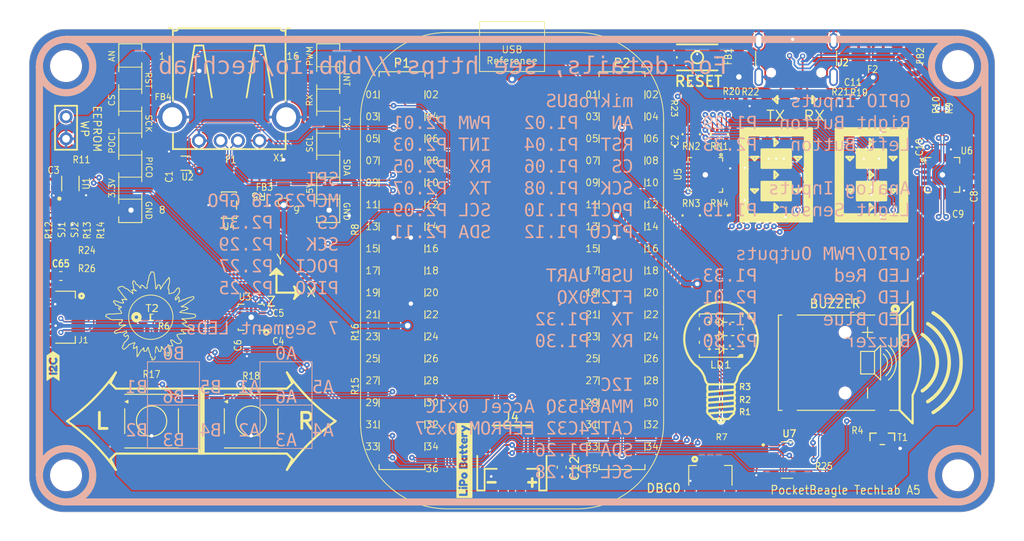
<source format=kicad_pcb>
(kicad_pcb (version 20241229) (generator "pcbnew") (generator_version "9.0")
  (layers (0 "F.Cu" signal) (2 "B.Cu" signal) (13 "F.Paste" user) (15 "B.Paste" user) (5 "F.SilkS" user "F.Silkscreen") (7 "B.SilkS" user "B.Silkscreen") (1 "F.Mask" user) (3 "B.Mask" user) (25 "Edge.Cuts" user))
  (net 0 "")
  (net 1 "GND")
  (net 2 "/Page2/VBUS")
  (net 5 "Net-(J2-CC2)")
  (net 6 "Net-(J2-CC1)")
  (net 7 "/Page2/JST-RX")
  (net 8 "Net-(T1-C)")
  (net 11 "/Page1/ACC_BYP")
  (net 12 "/Page2/FTDI.3V3")
  (net 13 "Net-(FB3-P$2)")
  (net 14 "Net-(FB2-P$1)")
  (net 15 "/Page1/USB.HOST.VOUT")
  (net 19 "Net-(U1-WP)")
  (net 20 "Net-(LD1-Pad3(+))")
  (net 21 "Net-(LD1-Pad1(+))")
  (net 22 "Net-(LD1-Pad2(+))")
  (net 23 "/Page2/LDF1")
  (net 24 "/Page2/LDE1")
  (net 25 "/Page2/LDA1")
  (net 26 "/Page2/LDG1")
  (net 27 "/Page2/LDD1")
  (net 28 "/Page2/LDB1")
  (net 29 "/Page2/LDC1")
  (net 30 "/Page2/LDF2")
  (net 31 "/Page2/LDE2")
  (net 32 "/Page2/LDA2")
  (net 33 "/Page2/LDG2")
  (net 34 "/Page2/LDD2")
  (net 35 "/Page2/LDB2")
  (net 36 "/Page2/LDC2")
  (net 37 "RESET#")
  (net 38 "USB1.VBUS")
  (net 39 "CGND")
  (net 40 "USB1.D+")
  (net 41 "USB1.D-")
  (net 42 "ADC+")
  (net 43 "ADC-")
  (net 44 "3.3V")
  (net 45 "VOUT")
  (net 46 "VIN")
  (net 47 "/Page2/JST-GND")
  (net 48 "/Page2/JST-TX")
  (net 53 "Net-(J2-D--PadA7)")
  (net 54 "Net-(J2-D+-PadA6)")
  (net 55 "/Page2/U6.2{slash}RX(USB->SERIAL)")
  (net 56 "/Page2/U6.15{slash}TX(USB->SERIAL)")
  (net 57 "/Page1/USB1.ID")
  (net 58 "Net-(T1-B)")
  (net 59 "Net-(U6-USB.D-)")
  (net 60 "Net-(U6-USB.D+)")
  (net 61 "/Page1/EEP_A0")
  (net 62 "/Page1/EEP_A1")
  (net 63 "Net-(U1-A2)")
  (net 64 "Net-(R21-Pad1)")
  (net 65 "Net-(R22-Pad1)")
  (net 66 "Net-(U5-GPB0)")
  (net 67 "Net-(U5-GPB1)")
  (net 68 "Net-(U5-GPB3)")
  (net 69 "Net-(U5-GPB2)")
  (net 70 "Net-(U5-GPB4)")
  (net 71 "Net-(U5-GPB5)")
  (net 72 "Net-(U5-GPB6)")
  (net 75 "Net-(U5-GPA2)")
  (net 76 "Net-(U5-GPA0)")
  (net 77 "Net-(U5-GPA1)")
  (net 78 "Net-(U5-GPA3)")
  (net 79 "Net-(U5-GPA6)")
  (net 81 "Net-(U5-GPA4)")
  (net 83 "Net-(U5-GPA5)")
  (net 84 "Net-(U6-CBUS1)")
  (net 85 "Net-(U6-CBUS2)")
  (net 102 "P1.19{slash}AIN0(1.8V)(LIGHT.SENSOR)")
  (net 103 "USB1.DRVVBUS")
  (net 104 "P1.8{slash}SPI0.CLK(EXP1.4)")
  (net 105 "P1.10{slash}SPI0.MISO(EXP1.5)")
  (net 106 "P2.11{slash}I2C1.SDA(EXP1.11)")
  (net 107 "P1.2{slash}AIN6{slash}GPIO87(EXP1.1)")
  (net 108 "P1.4{slash}GPIO89(EXP1.2)")
  (net 109 "UART4.TX(EXP1.13)")
  (net 110 "P2.9{slash}I2C1.SCL(EXP1.12)")
  (net 111 "P2.5{slash}UART4.RX(EXP1.14)")
  (net 112 "P1.6{slash}SPI0.CS(EXP1.3)")
  (net 113 "P1.12{slash}SPI0.MOSI(EXP1.6)")
  (net 114 "P2.3{slash}GPIO23(EXP1.15)")
  (net 115 "P2.1{slash}PWM1A(RGB.G{slash}EXP1.16)")
  (net 116 "P2.33{slash}GPIO45(L.BTN)")
  (net 117 "P2.29{slash}SPI1.CLK(7SEG)")
  (net 118 "P2.27{slash}SPI1.MISO(7SEG)")
  (net 119 "P2.30{slash}PRU0.3(BUZZER)")
  (net 120 "P1.33{slash}PRU0.1(RGB.R)")
  (net 121 "P2.25{slash}SPI1.MOSI(7SEG)")
  (net 122 "P1.30{slash}UART0.TX(USB->SERIAL)")
  (net 123 "P1.29{slash}PRU0.7(R.BTN)")
  (net 124 "P1.36{slash}PWM0A(RGB.B)")
  (net 125 "P1.33{slash}PRU0.4(ACC.INT2)")
  (net 126 "P1.26(I2C2.SDA)")
  (net 127 "P2.31{slash}SPI1.CS(7SEG)")
  (net 128 "P1.34{slash}GPIO26(ACC.INT1)")
  (net 129 "P1.28(I2C2.SCL)")
  (net 130 "P1.35{slash}PRU1.10(RGB.G.ALT)")
  (net 131 "P1.32{slash}UART0.RX(USB->SERIAL)")
  (net 143 "+BATT")
  (net 154 "Net-(P2-Pin_16)")
  (footprint "0603" (layer "F.Cu") (at 249.9386 52.6911 -90)
    (property "Reference" "FB2")
    (property "Value" "120 Ohm (BLM18AG121SN1D)" (hide yes))
  )
  (footprint "kibuzzard-68396DBE" (layer "F.Cu") (at 151 88.4 90)
    (property "Reference" "kibuzzard-68396DBE" (hide yes))
    (property "Value" "G***" (hide yes))
  )
  (footprint "kibuzzard-68396DE6" (layer "F.Cu") (at 198.5 99.3 90)
    (property "Reference" "kibuzzard-68396DE6" (hide yes))
    (property "Value" "G***" (hide yes))
  )
  (footprint "JUMPER-(X2)" (layer "F.Cu") (at 152.5011 60.8786 -90)
    (property "Reference" "JMP1" (hide yes))
    (property "Value" "JUMPER-(X2)" (hide yes))
  )
  (footprint "3X3.5MM-TACTILE-SWITCH" (layer "F.Cu") (at 225.3761 52.7536 180)
    (property "Reference" "RESET.BTN0" (hide yes))
    (property "Value" "TACTILE.SWITCH-3X3.5MM")
  )
  (footprint "QFN-16-(MMA8453Q)" (layer "F.Cu") (at 173.8761 82.7536)
    (property "Reference" "U3")
    (property "Value" "MMA8453Q")
  )
  (footprint "Upside Down Labs:0402" (layer "F.Cu") (at 222.8136 60.49 90)
    (property "Reference" "R23")
    (property "Value" "10K" (hide yes))
  )
  (footprint "Connector_PinSocket_2.54mm:PinSocket_1x08_P2.54mm_Vertical_SMD_Pin1Right" (layer "F.Cu") (at 182.77485 61.5036 180)
    (property "Reference" "MKB-2" (hide yes))
    (property "Value" "Conn_01x08" (hide yes))
  )
  (footprint "1206" (layer "F.Cu") (at 245.4386 52.6911)
    (property "Reference" "F2")
    (property "Value" "1206L025YR" (hide yes))
  )
  (footprint "0805-LED" (layer "F.Cu") (at 234.5011 62.5661 90)
    (property "Reference" "LD4" (hide yes))
    (property "Value" "GREEN")
  )
  (footprint "0805-LED" (layer "F.Cu") (at 248.0011 64.4411)
    (property "Reference" "LD14" (hide yes))
    (property "Value" "GREEN")
  )
  (footprint "Upside Down Labs:JST-SH-4P" (layer "F.Cu") (at 151.9 82.7536 -90)
    (property "Reference" "J1")
    (property "Value" "JST-SH-4P")
  )
  (footprint "" (layer "F.Cu") (at 255.5011 53.7536)
    (property "Reference" "@HOLE1" (hide yes))
    (property "Value" "")
  )
  (footprint "0402" (layer "F.Cu") (at 252.9386 60.1911 -90)
    (property "Reference" "R10")
    (property "Value" "33" (hide yes))
  )
  (footprint "0402" (layer "F.Cu") (at 174.7511 69.8161 180)
    (property "Reference" "R5")
    (property "Value" "4.7k" (hide yes))
  )
  (footprint "QFN16-0.65-4X4MM" (layer "F.Cu") (at 253.6886 66.3161)
    (property "Reference" "U6")
    (property "Value" "FT230XQ-R" (hide yes))
  )
  (footprint "" (layer "F.Cu") (at 152.5011 53.7536)
    (property "Reference" "@HOLE0" (hide yes))
    (property "Value" "")
  )
  (footprint "Upside Down Labs:SOT-23-THN-16" (layer "F.Cu") (at 235.75 99.25)
    (property "Reference" "U7")
    (property "Value" "SN74LV4053A")
  )
  (footprint "0805-LED" (layer "F.Cu") (at 234.4386 57.6286 -90)
    (property "Reference" "TX0")
    (property "Value" "GREEN")
  )
  (footprint "0805-LED" (layer "F.Cu") (at 243.0011 68.1911)
    (property "Reference" "LD10" (hide yes))
    (property "Value" "GREEN")
  )
  (footprint "Upside Down Labs:JST-SH-3P" (layer "F.Cu") (at 226.9 99.55)
    (property "Reference" "DBG0")
    (property "Value" "JST-SH-3P")
  )
  (footprint "0402" (layer "F.Cu") (at 152.2511 64.5661 180)
    (property "Reference" "R11")
    (property "Value" "1k" (hide yes))
  )
  (footprint "UDFN8,2X3(ON-SEMI)" (layer "F.Cu") (at 153.0011 67.3161 180)
    (property "Reference" "U1")
    (property "Value" "CAT24C32")
  )
  (footprint "SOLDER.JOINT(0402)" (layer "F.Cu") (at 153.2511 70.8161 90)
    (property "Reference" "SJ2")
    (property "Value" "SOLDER.JOINT-(INCH)-0402" (hide yes))
  )
  (footprint "292303-1" (layer "F.Cu") (at 171.34485 49.3786)
    (property "Reference" "X1")
    (property "Value" "292303-1" (hide yes))
  )
  (footprint "0805-LED" (layer "F.Cu") (at 248.0011 68.1911)
    (property "Reference" "LD15" (hide yes))
    (property "Value" "GREEN")
  )
  (footprint "RN0804" (layer "F.Cu") (at 227.9386 71.0036)
    (property "Reference" "RN4")
    (property "Value" "1k, RN" (hide yes))
  )
  (footprint "0402" (layer "F.Cu") (at 154.9 76)
    (property "Reference" "R24")
    (property "Value" "4.7k" (hide yes))
  )
  (footprint "SOT23-5(TI-DBV)" (layer "F.Cu") (at 171.3136 69.8161 90)
    (property "Reference" "U4")
    (property "Value" "TPS2051CDBV" (hide yes))
  )
  (footprint "0805-LED" (layer "F.Cu") (at 243.0011 64.4411)
    (property "Reference" "LD9" (hide yes))
    (property "Value" "GREEN")
  )
  (footprint "0603" (layer "F.Cu") (at 174.84485 65.47235 -90)
    (property "Reference" "FB3")
    (property "Value" "120 Ohm (BLM18AG121SN1D)" (hide yes))
  )
  (footprint "Capacitor_SMD:C_0603_1608Metric_Pad1.08x0.95mm_HandSolder" (layer "F.Cu") (at 151.9 78)
    (property "Reference" "C65")
    (property "Value" "1uF")
  )
  (footprint "Upside Down Labs:0402" (layer "F.Cu") (at 229.4 57.6286 180)
    (property "Reference" "R20")
    (property "Value" "5.1K" (hide yes))
  )
  (footprint "6MM_TACTILE-SWITCH" (layer "F.Cu") (at 162.3761 94.7536)
    (property "Reference" "L.BTN0" (hide yes))
    (property "Value" "TACTILE.SWITCH-6MM" (hide yes))
  )
  (footprint "0805-LED" (layer "F.Cu") (at 237.0011 68.1911)
    (property "Reference" "LD8" (hide yes))
    (property "Value" "GREEN")
  )
  (footprint "" (layer "F.Cu") (at 255.5011 101.0036)
    (property "Reference" "@HOLE3" (hide yes))
    (property "Value" "")
  )
  (footprint "0402" (layer "F.Cu") (at 186.0636 71.0286 90)
    (property "Reference" "R8")
    (property "Value" "0" (hide yes))
  )
  (footprint "0805-LED" (layer "F.Cu") (at 245.5011 62.5661 90)
    (property "Reference" "LD11" (hide yes))
    (property "Value" "GREEN")
  )
  (footprint "0805" (layer "F.Cu") (at 177.6261 66.8786 90)
    (property "Reference" "C7")
    (property "Value" "10uF, 6.3V" (hide yes))
  )
  (footprint "0402" (layer "F.Cu") (at 176.9386 84.6286)
    (property "Reference" "C4")
    (property "Value" ".1uF" (hide yes))
  )
  (footprint "SON-6(TI)-DRY" (layer "F.Cu") (at 166.2511 64.97235 90)
    (property "Reference" "U2")
    (property "Value" "TPD4S012DRY")
  )
  (footprint "0402" (layer "F.Cu") (at 250.1886 64.3161 90)
    (property "Reference" "C10")
    (property "Value" ".1uF" (hide yes))
  )
  (footprint "Upside Down Labs:BAT_JST_PH" (layer "F.Cu") (at 203.8784 97.6758)
    (property "Reference" "J4")
    (property "Value" "Conn_01x02")
  )
  (footprint "EAALSTIC1708A0" (layer "F.Cu") (at 162.3761 82.7536)
    (property "Reference" "T2")
    (property "Value" "EAALSTIC1708A0")
  )
  (footprint "1206" (layer "F.Cu") (at 171.34485 66.3161 180)
    (property "Reference" "F1")
    (property "Value" "1206L025YR" (hide yes))
  )
  (footprint "RN0804" (layer "F.Cu") (at 224.6886 71.0036)
    (property "Reference" "RN3")
    (property "Value" "1k, RN" (hide yes))
  )
  (footprint "0805-LED" (layer "F.Cu") (at 232.0011 68.1911)
    (property "Reference" "LD3" (hide yes))
    (property "Value" "GREEN")
  )
  (footprint "0805-LED" (layer "F.Cu") (at 234.5011 66.3161 90)
    (property "Reference" "LD5" (hide yes))
    (property "Value" "GREEN")
  )
  (footprint "0402" (layer "F.Cu") (at 150.2511 70.8161 90)
    (property "Reference" "R12")
    (property "Value" "1k" (hide yes))
  )
  (footprint "0402" (layer "F.Cu") (at 228.1261 95.5036)
    (property "Reference" "R7")
    (property "Value" "DNP(1.5k)" (hide yes))
  )
  (footprint "0805-LED" (layer "F.Cu") (at 234.5011 70.0661 90)
    (property "Reference" "LD6" (hide yes))
    (property "Value" "GREEN")
  )
  (footprint "0402" (layer "F.Cu") (at 243.9 94.75)
    (property "Reference" "R4")
    (property "Value" "1k" (hide yes))
  )
  (footprint "0402" (layer "F.Cu") (at 186.0636 88.5586 -90)
    (property "Reference" "R15")
    (property "Value" "DNP(2.2k)" (hide yes))
  )
  (footprint "6MM_TACTILE-SWITCH" (layer "F.Cu") (at 173.8761 94.7536)
    (property "Reference" "R.BTN0" (hide yes))
    (property "Value" "TACTILE.SWITCH-6MM" (hide yes))
  )
  (footprint "SOT23" (layer "F.Cu") (at 246.75 96.8)
    (property "Reference" "T1")
    (property "Value" "3904" (hide yes))
  )
  (footprint "Connector_PinHeader_2.54mm:PinHeader_2x18_P2.54mm_Vertical_SMD" (layer "F.Cu") (at 191.2961 77.3786)
    (property "Reference" "P1")
    (property "Value" "Conn_02x18_Odd_Even")
  )
  (footprint "0402" (layer "F.Cu") (at 154.7511 70.8161 90)
    (property "Reference" "R13")
    (property "Value" "1k" (hide yes))
  )
  (footprint "RN0804" (layer "F.Cu") (at 224.6886 61.6286 180)
    (property "Reference" "RN2")
    (property "Value" "1k, RN" (hide yes))
  )
  (footprint "SMD-140035H" (layer "F.Cu") (at 241.7511 88.0036 -90)
    (property "Reference" "BUZZER0")
    (property "Value" "SMD-140035H" (hide yes))
  )
  (footprint "Upside Down Labs:0402" (layer "F.Cu") (at 243.9 57.6)
    (property "Reference" "R19")
    (property "Value" "5.1K" (hide yes))
  )
  (footprint "0402" (layer "F.Cu") (at 151.0636 67.3161 -90)
    (property "Reference" "C3")
    (property "Value" ".1uF" (hide yes))
  )
  (footprint "0402" (layer "F.Cu") (at 255.3136 69.8786)
    (property "Reference" "C9")
    (property "Value" ".1uF" (hide yes))
  )
  (footprint "FIDUCIAL_40MIL" (layer "F.Cu") (at 162.3761 94.7536 90)
    (property "Reference" "FUD1" (hide yes))
    (property "Value" "FIDUCIAL" (hide yes))
  )
  (footprint "0402" (layer "F.Cu") (at 186.0636 86.5186 90)
    (property "Reference" "R16")
    (property "Value" "DNP(2.2k)" (hide yes))
  )
  (footprint "Connector_PinSocket_2.54mm:PinSocket_1x08_P2.54mm_Vertical_SMD_Pin1Right" (layer "F.Cu") (at 159.91485 61.5036)
    (property "Reference" "MKB-1" (hide yes))
    (property "Value" "Conn_01x08" (hide yes))
  )
  (footprint "Connector_PinHeader_2.54mm:PinHeader_2x18_P2.54mm_Vertical_SMD" (layer "F.Cu") (at 216.6961 77.3786)
    (property "Reference" "P2")
    (property "Value" "Conn_02x18_Odd_Even")
  )
  (footprint "0402" (layer "F.Cu") (at 243.2511 54.8161)
    (property "Reference" "C11")
    (property "Value" "10nF" (hide yes))
  )
  (footprint "0402" (layer "F.Cu") (at 173.3761 86.0036 -90)
    (property "Reference" "C6")
    (property "Value" "4.7uF" (hide yes))
  )
  (footprint "LED_RGB_5050" (layer "F.Cu") (at 228.1261 84.8786)
    (property "Reference" "LD1")
    (property "Value" "JNS-5050RGB")
  )
  (footprint "0402" (layer "F.Cu") (at 176.9386 83.2536)
    (property "Reference" "C5")
    (property "Value" ".1uF" (hide yes))
  )
  (footprint "0402" (layer "F.Cu") (at 162.3761 90.5036 180)
    (property "Reference" "R17")
    (property "Value" "4.7k" (hide yes))
  )
  (footprint "FIDUCIAL_40MIL" (layer "F.Cu") (at 171.34485 54.8161)
    (property "Reference" "FUD2" (hide yes))
    (property "Value" "FIDUCIAL" (hide yes))
  )
  (footprint "0402" (layer "F.Cu") (at 228.1261 90.6286)
    (property "Reference" "R3")
    (property "Value" "1k" (hide yes))
  )
  (footprint "0402" (layer "F.Cu") (at 154.9 78.1)
    (property "Reference" "R26")
    (property "Value" "4.7k" (hide yes))
  )
  (footprint "0402" (layer "F.Cu") (at 173.8761 90.5036)
    (property "Reference" "R18")
    (property "Value" "4.7k" (hide yes))
  )
  (footprint "0805-LED" (layer "F.Cu") (at 237.0011 64.4411)
    (property "Reference" "LD7")
    (property "Value" "GREEN")
  )
  (footprint "Connector_USB:USB_C_Receptacle_GCT_USB4105-xx-A_16P_TopMnt_Horizontal" (layer "F.Cu") (at 236.8 51.91 180)
    (property "Reference" "J2")
    (property "Value" "USB_C_Receptacle_USB2.0")
  )
  (footprint "0402" (layer "F.Cu") (at 164.3761 64.97235 90)
    (property "Reference" "C1")
    (property "Value" ".1uF" (hide yes))
  )
  (footprint "0402" (layer "F.Cu") (at 162.3761 84.2536)
    (property "Reference" "R6")
    (property "Value" "100k" (hide yes))
  )
  (footprint "Upside Down Labs:0402" (layer "F.Cu") (at 239.7 101.2)
    (property "Reference" "R25")
    (property "Value" "100K" (hide yes))
  )
  (footprint "0805-LED" (layer "F.Cu") (at 245.5011 70.0661 90)
    (property "Reference" "LD13" (hide yes))
    (property "Value" "GREEN")
  )
  (footprint "0402" (layer "F.Cu") (at 156.2511 70.8161 90)
    (property "Reference" "R14")
    (property "Value" "1k" (hide yes))
  )
  (footprint "Capacitor_SMD:C_0603_1608Metric" (layer "F.Cu") (at 209.73 100.08 -90)
    (property "Reference" "C12")
    (property "Value" "10uF")
  )
  (footprint "0603" (layer "F.Cu") (at 163.8136 55.1536 -90)
    (property "Reference" "FB4")
    (property "Value" "120 Ohm (BLM18AG121SN1D)" (hide yes))
  )
  (footprint "0402" (layer "F.Cu") (at 228.1261 92.2536)
    (property "Reference" "R2")
    (property "Value" "1.5k" (hide yes))
  )
  (footprint "0402" (layer "F.Cu") (at 257.1886 67.1286 -90)
    (property "Reference" "C8")
    (property "Value" ".1uF" (hide yes))
  )
  (footprint "RN0804" (layer "F.Cu") (at 227.9386 61.6286 180)
    (property "Reference" "RN1")
    (property "Value" "1k, RN" (hide yes))
  )
  (footprint "0402" (layer "F.Cu") (at 222.8136 64.3161 -90)
    (property "Reference" "C2")
    (property "Value" ".1uF" (hide yes))
  )
  (footprint "" (layer "F.Cu") (at 152.5011 101.0036)
    (property "Reference" "@HOLE2" (hide yes))
    (property "Value" "")
  )
  (footprint "QFN24-MJ-0.5-4X4MM" (layer "F.Cu") (at 226.3136 66.3161 90)
    (property "Reference" "U5")
    (property "Value" "MCP23S18-E/MJ" (hide yes))
  )
  (footprint "0402" (layer "F.Cu") (at 228.1261 93.8786)
    (property "Reference" "R1")
    (property "Value" "1.5k" (hide yes))
  )
  (footprint "0603" (layer "F.Cu") (at 230.1886 52.65985 -90)
    (property "Reference" "FB1")
    (property "Value" "120 Ohm (BLM18AG121SN1D)" (hide yes))
  )
  (footprint "0402" (layer "F.Cu") (at 254.4386 60.1911 -90)
    (property "Reference" "R9")
    (property "Value" "33" (hide yes))
  )
  (footprint "0805-LED" (layer "F.Cu") (at 238.8761 57.6286 90)
    (property "Reference" "RX0")
    (property "Value" "RED")
  )
  (footprint "0402" (layer "F.Cu") (at 231.4386 57.6286 180)
    (property "Reference" "R22")
    (property "Value" "1k" (hide yes))
  )
  (footprint "FIDUCIAL_40MIL" (layer "F.Cu") (at 239.2511 87.0036)
    (property "Reference" "FUD3" (hide yes))
    (property "Value" "FIDUCIAL" (hide yes))
  )
  (footprint "SOLDER.JOINT(0402)" (layer "F.Cu") (at 151.7511 70.8161 90)
    (property "Reference" "SJ1")
    (property "Value" "SOLDER.JOINT-(INCH)-0402" (hide yes))
  )
  (footprint "0805-LED" (layer "F.Cu") (at 245.5011 66.3161 90)
    (property "Reference" "LD12" (hide yes))
    (property "Value" "GREEN")
  )
  (footprint "0402" (layer "F.Cu") (at 241.8761 57.6286)
    (property "Reference" "R21")
    (property "Value" "1k" (hide yes))
  )
  (footprint "0805-LED" (layer "F.Cu") (at 232.0011 64.4411)
    (property "Reference" "LD2" (hide yes))
    (property "Value" "GREEN")
  )
  (gr_line (start 179.367756 80.09351) (end 179.190978 80.270288) (stroke (width 0.254)) (layer "F.SilkS"))
  (gr_line (start 248.7511 82.5036) (end 248.7511 93.5036) (stroke (width 0.254)) (layer "F.SilkS"))
  (gr_line (start 229.6261 91.7536) (end 226.6261 92.0036) (stroke (width 0.254)) (layer "F.SilkS"))
  (gr_curve (pts (xy 162.51709 77.523647) (xy 162.588212 77.559204) (xy 162.588211 77.488091) (xy 162.623771 77.594769)) (stroke (width 0.1)) (layer "F.SilkS"))
  (gr_line (start 167.8761 91.0036) (end 158.2511 91.0036) (stroke (width 0.254)) (layer "F.SilkS"))
  (gr_line (start 215.3211 104.3836) (end 214.6911 104.3836) (stroke (width 0.2)) (layer "F.SilkS"))
  (gr_curve (pts (xy 162.054812 78.234847) (xy 162.1 78) (xy 162.1 77.9) (xy 162.2 77.8)) (stroke (width 0.1)) (layer "F.SilkS"))
  (gr_line (start 158.2511 89.1286) (end 157.6261 90.3786) (stroke (width 0.254)) (layer "F.SilkS"))
  (gr_curve (pts (xy 163.050493 79.159404) (xy 163.1 79.1) (xy 163.050489 79.017169) (xy 163.157171 79.017169)) (stroke (width 0.1)) (layer "F.SilkS"))
  (gr_curve (pts (xy 167.033212 82.857644) (xy 166.819853 82.893204) (xy 166.713178 82.893207) (xy 166.393134 82.928766)) (stroke (width 0.1)) (layer "F.SilkS"))
  (gr_curve (pts (xy 162.268171 77.665885) (xy 162.3 77.6) (xy 162.232616 77.48809) (xy 162.374853 77.523647)) (stroke (width 0.1)) (layer "F.SilkS"))
  (gr_curve (pts (xy 167.459934 82.537604) (xy 167.459931 82.679844) (xy 167.477618 82.701932) (xy 167.388809 82.750966)) (stroke (width 0.1)) (layer "F.SilkS"))
  (gr_curve (pts (xy 161.84145 86.484769) (xy 161.8 86.6) (xy 161.877012 86.662566) (xy 161.699212 86.662566)) (stroke (width 0.1)) (layer "F.SilkS"))
  (gr_line (start 168.3761 91.0036) (end 168.1261 91.0036) (stroke (width 0.254)) (layer "F.SilkS"))
  (gr_line (start 250.2511 81.0036) (end 248.7511 82.5036) (stroke (width 0.254)) (layer "F.SilkS"))
  (gr_curve (pts (xy 164.152853 78.448204) (xy 164.2 78.4) (xy 164.188415 78.412646) (xy 164.259534 78.341525)) (stroke (width 0.1)) (layer "F.SilkS"))
  (gr_curve (pts (xy 163.192734 86.662566) (xy 163.2 86.6) (xy 163.185066 86.528596) (xy 163.1 86.4)) (stroke (width 0.1)) (layer "F.SilkS"))
  (gr_line (start 214.7511 50.3236) (end 214.5011 50.3236) (stroke (width 0.1)) (layer "F.SilkS"))
  (gr_line (start 152.5011 104.0836) (end 191.7511 104.0836) (stroke (width 0.8)) (layer "F.SilkS"))
  (gr_curve (pts (xy 160.810209 87.195966) (xy 160.703534 87.160404) (xy 160.7 87.6) (xy 160.7 87.1)) (stroke (width 0.1)) (layer "F.SilkS"))
  (gr_curve (pts (xy 160.170134 85.773566) (xy 159.9 85.9) (xy 159.7 85.9) (xy 159.7 86)) (stroke (width 0.1)) (layer "F.SilkS"))
  (gr_curve (pts (xy 159.7 85) (xy 159.7 84.8) (xy 159.6 84.8) (xy 159.5 84.9)) (stroke (width 0.1)) (layer "F.SilkS"))
  (gr_arc (start 252.0011 83.5036) (mid 254.476101 88.0036) (end 252.0011 92.5036) (stroke (width 0.4064)) (layer "F.SilkS"))
  (gr_line (start 181.50485 69.1236) (end 184.04485 69.1236) (stroke (width 0.1)) (layer "F.SilkS"))
  (gr_line (start 168.1261 91.0036) (end 168.1261 98.5036) (stroke (width 0.254)) (layer "F.SilkS"))
  (gr_curve (pts (xy 158.783293 79.230525) (xy 159.067768 79.194969) (xy 159 79.1) (xy 159.2 79.3)) (stroke (width 0.1)) (layer "F.SilkS"))
  (gr_curve (pts (xy 158.6 81.7) (xy 158.7 81.7) (xy 158.808818 81.697208) (xy 158.854409 81.648604)) (stroke (width 0.1)) (layer "F.SilkS"))
  (gr_curve (pts (xy 158.7 84.1) (xy 158.818853 83.995569) (xy 158.9 83.9) (xy 159.1 83.8)) (stroke (width 0.1)) (layer "F.SilkS"))
  (gr_curve (pts (xy 158.143209 80.866288) (xy 158.321012 80.937404) (xy 158.197624 80.845932) (xy 158.498812 80.972966)) (stroke (width 0.1)) (layer "F.SilkS"))
  (gr_arc (start 183.6261 94.7536) (mid 180.567538 92.187162) (end 178.0011 89.1286) (stroke (width 0.254)) (layer "F.SilkS"))
  (gr_line (start 200.2511 48.6286) (end 207.7511 48.6286) (stroke (width 0.1)) (layer "F.SilkS"))
  (gr_line (start 168.1261 98.5036) (end 168.3761 98.5036) (stroke (width 0.254)) (layer "F.SilkS"))
  (gr_line (start 158.64485 56.4236) (end 161.18485 56.4236) (stroke (width 0.1)) (layer "F.SilkS"))
  (gr_line (start 177.148087 77.520291) (end 176.440978 77.520291) (stroke (width 0.254)) (layer "F.SilkS"))
  (gr_arc (start 186.501101 59.8786) (mid 189.430034 52.807531) (end 196.501103 49.878599) (stroke (width 0.1)) (layer "F.SilkS"))
  (gr_curve (pts (xy 165.504134 80.048404) (xy 165.433012 80.155085) (xy 165.4 80.2) (xy 165.3 80.3)) (stroke (width 0.1)) (layer "F.SilkS"))
  (gr_line (start 215.2411 104.2836) (end 216.2211 104.2836) (stroke (width 0.4)) (layer "F.SilkS"))
  (gr_curve (pts (xy 159.31669 84.386729) (xy 159 84.5) (xy 159.2377 84.486808) (xy 158.81885 84.493404)) (stroke (width 0.1)) (layer "F.SilkS"))
  (gr_line (start 181.48 53.83) (end 184.02 53.83) (stroke (width 0.1)) (layer "F.SilkS"))
  (gr_curve (pts (xy 164.757368 85.844688) (xy 164.8 85.9) (xy 164.885862 86.016088) (xy 164.792931 86.058044)) (stroke (width 0.1)) (layer "F.SilkS"))
  (gr_curve (pts (xy 159.103334 86.413644) (xy 159 86.3) (xy 159 86.3) (xy 159 86.2)) (stroke (width 0.1)) (layer "F.SilkS"))
  (gr_curve (pts (xy 163.9 86.6) (xy 163.8 86.5) (xy 163.8 86.5) (xy 163.7 86.4)) (stroke (width 0.1)) (layer "F.SilkS"))
  (gr_line (start 158.2511 98.5036) (end 167.8761 98.5036) (stroke (width 0.254)) (layer "F.SilkS"))
  (gr_line (start 179.544534 79.916735) (end 179.367756 79.739957) (stroke (width 0.254)) (layer "F.SilkS"))
  (gr_curve (pts (xy 159.1 83.8) (xy 159.3 83.7) (xy 159.562268 83.679938) (xy 159.281134 83.639969)) (stroke (width 0.1)) (layer "F.SilkS"))
  (gr_line (start 164.5411 50.6736) (end 152.5011 50.6736) (stroke (width 0.8)) (layer "F.SilkS"))
  (gr_circle (center 162.2861 82.7536) (end 164.437334 81.364125) (stroke (width 0.1)) (fill no) (layer "F.SilkS"))
  (gr_curve (pts (xy 165.93085 83.462169) (xy 166 83.5) (xy 165.930853 83.49772) (xy 166.108653 83.604404)) (stroke (width 0.1)) (layer "F.SilkS"))
  (gr_arc (start 178.0011 100.3786) (mid 180.567538 97.320038) (end 183.6261 94.7536) (stroke (width 0.254)) (layer "F.SilkS"))
  (gr_curve (pts (xy 164.437334 78.305966) (xy 164.47289 78.626004) (xy 164.474668 78.707608) (xy 164.437334 78.803804)) (stroke (width 0.1)) (layer "F.SilkS"))
  (gr_curve (pts (xy 164 87) (xy 164 86.8) (xy 164 86.7) (xy 163.9 86.6)) (stroke (width 0.1)) (layer "F.SilkS"))
  (gr_line (start 176.794534 77.166735) (end 176.971309 77.343513) (stroke (width 0.254)) (layer "F.SilkS"))
  (gr_curve (pts (xy 159.5 80.7) (xy 159.4 80.6) (xy 159.5 80.7) (xy 159.3 80.5)) (stroke (width 0.1)) (layer "F.SilkS"))
  (gr_curve (pts (xy 161.130253 79.159404) (xy 161.2 79.1) (xy 161.158336 78.947694) (xy 161.379168 79.123847)) (stroke (width 0.1)) (layer "F.SilkS"))
  (gr_curve (pts (xy 162.801568 87.302644) (xy 162.766012 87.551566) (xy 162.70511 87.541756) (xy 162.7 87.6)) (stroke (width 0.1)) (layer "F.SilkS"))
  (gr_curve (pts (xy 163.975053 78.697125) (xy 164 78.6) (xy 164.105706 78.496408) (xy 164.152853 78.448204)) (stroke (width 0.1)) (layer "F.SilkS"))
  (gr_line (start 186.501101 59.8786) (end 186.5011 94.878598) (stroke (width 0.1)) (layer "F.SilkS"))
  (gr_curve (pts (xy 166.535371 81.719729) (xy 166.535371 81.755285) (xy 166.64205 81.790839) (xy 166.499809 81.826404)) (stroke (width 0.1)) (layer "F.SilkS"))
  (gr_curve (pts (xy 158.676612 83.639966) (xy 158.6 83.5) (xy 158.6 83.4) (xy 158.7 83.4)) (stroke (width 0.1)) (layer "F.SilkS"))
  (gr_curve (pts (xy 158.854409 81.648604) (xy 158.9 81.6) (xy 158.966586 81.583858) (xy 158.783293 81.541929)) (stroke (width 0.1)) (layer "F.SilkS"))
  (gr_line (start 178.0011 91.0036) (end 178.6261 90.3786) (stroke (width 0.254)) (layer "F.SilkS"))
  (gr_line (start 229.6261 92.3786) (end 226.6261 92.6286) (stroke (width 0.254)) (layer "F.SilkS"))
  (gr_arc (start 229.6261 91.7536) (mid 229.730267 92.0661) (end 229.6261 92.3786) (stroke (width 0.254)) (layer "F.SilkS"))
  (gr_arc (start 252.6261 82.2536) (mid 255.8461 88.0036) (end 252.6261 93.7536) (stroke (width 0.4064)) (layer "F.SilkS"))
  (gr_arc (start 250.2511 84.2536) (mid 251.156272 88.0036) (end 250.2511 91.7536) (stroke (width 0.254)) (layer "F.SilkS"))
  (gr_curve (pts (xy 159.210012 80.688485) (xy 159.387809 80.724044) (xy 159.6 80.8) (xy 159.5 80.7)) (stroke (width 0.1)) (layer "F.SilkS"))
  (gr_line (start 215.6711 104.1136) (end 216.6511 104.1136) (stroke (width 0.4)) (layer "F.SilkS"))
  (gr_line (start 158.64485 64.0436) (end 161.18485 64.0436) (stroke (width 0.1)) (layer "F.SilkS"))
  (gr_curve (pts (xy 165.824171 85.560204) (xy 165.8 85.6) (xy 165.75305 85.66689) (xy 165.75305 85.702447)) (stroke (width 0.1)) (layer "F.SilkS"))
  (gr_line (start 168.3761 98.5036) (end 168.3761 91.0036) (stroke (width 0.254)) (layer "F.SilkS"))
  (gr_curve (pts (xy 164.366209 86.271404) (xy 164.4 86.4) (xy 164.401778 86.413641) (xy 164.437334 86.591444)) (stroke (width 0.1)) (layer "F.SilkS"))
  (gr_arc (start 226.6261 93.253599) (mid 226.521934 92.9411) (end 226.6261 92.6286) (stroke (width 0.254)) (layer "F.SilkS"))
  (gr_line (start 179.190978 80.270288) (end 179.190978 79.563179) (stroke (width 0.254)) (layer "F.SilkS"))
  (gr_curve (pts (xy 161.414734 86.306969) (xy 161.3 86.4) (xy 161.5 86.4) (xy 161.3 86.5)) (stroke (width 0.1)) (layer "F.SilkS"))
  (gr_curve (pts (xy 166.499809 81.826404) (xy 166.357568 81.861969) (xy 166.464253 81.826404) (xy 166.215331 81.933085)) (stroke (width 0.1)) (layer "F.SilkS"))
  (gr_arc (start 251.3761 84.7536) (mid 253.109433 88.003601) (end 251.376099 91.253601) (stroke (width 0.4064)) (layer "F.SilkS"))
  (gr_curve (pts (xy 159 81.1) (xy 159.1 81.1) (xy 159.177786 81.159294) (xy 159.138893 81.079647)) (stroke (width 0.1)) (layer "F.SilkS"))
  (gr_curve (pts (xy 159.4 86.3) (xy 159.3 86.4) (xy 159.206668 86.527288) (xy 159.103334 86.413644)) (stroke (width 0.1)) (layer "F.SilkS"))
  (gr_curve (pts (xy 164.437334 86.591444) (xy 164.47289 86.769247) (xy 164.508446 86.769246) (xy 164.47289 86.875925)) (stroke (width 0.1)) (layer "F.SilkS"))
  (gr_curve (pts (xy 158.178771 84.600085) (xy 158.1 84.5) (xy 158.044186 84.586808) (xy 158.072093 84.493404)) (stroke (width 0.1)) (layer "F.SilkS"))
  (gr_line (start 192.7611 50.3736) (end 193.3111 50.3736) (stroke (width 0.2)) (layer "F.SilkS"))
  (gr_curve (pts (xy 161.912571 86.306966) (xy 161.9 86.4) (xy 161.8829 86.369538) (xy 161.84145 86.484769)) (stroke (width 0.1)) (layer "F.SilkS"))
  (gr_curve (pts (xy 165.006293 79.835047) (xy 165.1 79.7) (xy 165.139306 79.672258) (xy 165.219653 79.586129)) (stroke (width 0.1)) (layer "F.SilkS"))
  (gr_curve (pts (xy 162.4 87.4) (xy 162.3 87.4) (xy 162.265224 87.378576) (xy 162.232612 87.089288)) (stroke (width 0.1)) (layer "F.SilkS"))
  (gr_line (start 176.440978 77.520291) (end 176.087425 77.873844) (stroke (width 0.254)) (layer "F.SilkS"))
  (gr_arc (start 226.626099 90.5036) (mid 226.369136 90.163332) (end 226.2511 89.7536) (stroke (width 0.254)) (layer "F.SilkS"))
  (gr_arc (start 229.6261 91.1286) (mid 229.730267 91.4411) (end 229.6261 91.7536) (stroke (width 0.254)) (layer "F.SilkS"))
  (gr_curve (pts (xy 163.690571 79.052729) (xy 163.761693 78.946047) (xy 163.665624 78.978738) (xy 163.832812 78.839369)) (stroke (width 0.1)) (layer "F.SilkS"))
  (gr_line (start 228.6261 94.5036) (end 229.0011 94.5036) (stroke (width 0.254)) (layer "F.SilkS"))
  (gr_curve (pts (xy 161.1 86.7) (xy 161 86.9) (xy 161 86.8) (xy 160.9 87)) (stroke (width 0.1)) (layer "F.SilkS"))
  (gr_curve (pts (xy 159 80.7) (xy 158.925534 80.759604) (xy 159.210012 80.688485) (xy 159.210012 80.688485)) (stroke (width 0.1)) (layer "F.SilkS"))
  (gr_curve (pts (xy 158.1 81.1) (xy 158 81) (xy 158 81.1) (xy 158 81)) (stroke (width 0.1)) (layer "F.SilkS"))
  (gr_line (start 176.440978 77.520291) (end 176.617756 77.343513) (stroke (width 0.254)) (layer "F.SilkS"))
  (gr_curve (pts (xy 159.316693 85.595769) (xy 159.5 85.5) (xy 159.5 85.4) (xy 159.6 85.3)) (stroke (width 0.1)) (layer "F.SilkS"))
  (gr_curve (pts (xy 163.477212 86.520325) (xy 163.4 86.7) (xy 163.512769 86.698125) (xy 163.370531 86.698125)) (stroke (width 0.1)) (layer "F.SilkS"))
  (gr_curve (pts (xy 167.388809 82.750966) (xy 167.3 82.8) (xy 167.246571 82.822084) (xy 167.033212 82.857644)) (stroke (width 0.1)) (layer "F.SilkS"))
  (gr_curve (pts (xy 159.2 79.3) (xy 159.4 79.5) (xy 159.5 79.4) (xy 159.7 79.6)) (stroke (width 0.1)) (layer "F.SilkS"))
  (gr_line (start 221.501097 94.878599) (end 221.5011 59.8786) (stroke (width 0.1)) (layer "F.SilkS"))
  (gr_line (start 158.2511 100.3786) (end 157.6261 99.1286) (stroke (width 0.254)) (layer "F.SilkS"))
  (gr_curve (pts (xy 157.538693 82.928766) (xy 157.2 82.7) (xy 157 82.7) (xy 157.1 82.6)) (stroke (width 0.1)) (layer "F.SilkS"))
  (gr_curve (pts (xy 163.583893 79.230529) (xy 163.655012 79.123847) (xy 163.619449 79.159411) (xy 163.690571 79.052729)) (stroke (width 0.1)) (layer "F.SilkS"))
  (gr_line (start 158.64485 61.5036) (end 161.18485 61.5036) (stroke (width 0.1)) (layer "F.SilkS"))
  (gr_curve (pts (xy 164.259534 78.341525) (xy 164.330653 78.270404) (xy 164.401778 77.985928) (xy 164.437334 78.305966)) (stroke (width 0.1)) (layer "F.SilkS"))
  (gr_curve (pts (xy 165.89529 82.964329) (xy 166.037534 83.035447) (xy 166.059542 83.013138) (xy 166.179771 83.106569)) (stroke (width 0.1)) (layer "F.SilkS"))
  (gr_curve (pts (xy 166.393134 82.928766) (xy 166.07309 82.964325) (xy 165.753046 82.893211) (xy 165.89529 82.964329)) (stroke (width 0.1)) (layer "F.SilkS"))
  (gr_arc (start 226.6261 92.628599) (mid 226.521934 92.3161) (end 226.6261 92.0036) (stroke (width 0.254)) (layer "F.SilkS"))
  (gr_curve (pts (xy 165.788609 82.075329) (xy 165.7 82.2) (xy 165.468569 82.182009) (xy 165.75305 82.217569)) (stroke (width 0.1)) (layer "F.SilkS"))
  (gr_line (start 168.3761 98.5036) (end 178.0011 98.5036) (stroke (width 0.254)) (layer "F.SilkS"))
  (gr_line (start 196.501101 104.878599) (end 211.5011 104.8786) (stroke (width 0.1)) (layer "F.SilkS"))
  (gr_curve (pts (xy 161.9 78.9) (xy 162 78.7) (xy 161.9 78.6) (xy 162 78.5)) (stroke (width 0.1)) (layer "F.SilkS"))
  (gr_curve (pts (xy 165.361893 84.955685) (xy 165.5 85.1) (xy 165.492736 85.293688) (xy 165.646368 85.346844)) (stroke (width 0.1)) (layer "F.SilkS"))
  (gr_curve (pts (xy 164.686253 79.977288) (xy 164.757371 79.941729) (xy 164.912586 79.970094) (xy 165.006293 79.835047)) (stroke (width 0.1)) (layer "F.SilkS"))
  (gr_line (start 207.7511 48.6286) (end 207.7511 54.3786) (stroke (width 0.1)) (layer "F.SilkS"))
  (gr_curve (pts (xy 159.5 84.5) (xy 159.4 84.4) (xy 159.63338 84.273458) (xy 159.31669 84.386729)) (stroke (width 0.1)) (layer "F.SilkS"))
  (gr_curve (pts (xy 165.53969 80.546247) (xy 165.57525 80.866285) (xy 165.575246 80.866283) (xy 165.53969 80.937404)) (stroke (width 0.1)) (layer "F.SilkS"))
  (gr_curve (pts (xy 159.138893 81.079647) (xy 159.1 81) (xy 159.1 80.9) (xy 159 80.8)) (stroke (width 0.1)) (layer "F.SilkS"))
  (gr_line (start 191.3111 104.0936) (end 192.2911 104.0936) (stroke (width 0.4)) (layer "F.SilkS"))
  (gr_curve (pts (xy 163.7 86.4) (xy 163.6 86.3) (xy 163.5 86) (xy 163.5 86.2)) (stroke (width 0.1)) (layer "F.SilkS"))
  (gr_line (start 181.50485 66.5836) (end 184.04485 66.5836) (stroke (width 0.1)) (layer "F.SilkS"))
  (gr_curve (pts (xy 166.499812 83.853325) (xy 166.7 83.9) (xy 166.639706 83.891132) (xy 166.819853 83.995566)) (stroke (width 0.1)) (layer "F.SilkS"))
  (gr_line (start 176.794534 79.916735) (end 179.294534 79.916735) (stroke (width 0.254)) (layer "F.SilkS"))
  (gr_arc (start 255.5011 104.0836) (mid 253.323211 98.825711) (end 258.5811 101.0036) (stroke (width 0.8)) (layer "F.SilkS"))
  (gr_curve (pts (xy 166.357568 81.221888) (xy 166.1 81.4) (xy 166.103942 81.370488) (xy 166.001971 81.435244)) (stroke (width 0.1)) (layer "F.SilkS"))
  (gr_arc (start 196.501101 104.8786) (mid 189.430032 101.949667) (end 186.5011 94.878598) (stroke (width 0.1)) (layer "F.SilkS"))
  (gr_line (start 158.64485 58.9636) (end 161.18485 58.9636) (stroke (width 0.1)) (layer "F.SilkS"))
  (gr_curve (pts (xy 162.837134 79.052729) (xy 162.87269 79.266088) (xy 162.801574 79.550559) (xy 162.872693 79.479444)) (stroke (width 0.1)) (layer "F.SilkS"))
  (gr_curve (pts (xy 164.259534 87.195966) (xy 164.2 87.1) (xy 164 87.2) (xy 164 87)) (stroke (width 0.1)) (layer "F.SilkS"))
  (gr_curve (pts (xy 160.41905 86.306966) (xy 160.3 86.3) (xy 160.3 86.6) (xy 160.3 86.2)) (stroke (width 0.1)) (layer "F.SilkS"))
  (gr_curve (pts (xy 159.1 86) (xy 159.2 85.8) (xy 159.120024 85.847132) (xy 159.210012 85.773566)) (stroke (width 0.1)) (layer "F.SilkS"))
  (gr_line (start 214.7511 104.4336) (end 214.4811 104.4336) (stroke (width 0.1)) (layer "F.SilkS"))
  (gr_curve (pts (xy 160.2 79.6) (xy 160.419053 79.621688) (xy 160.7 79.8) (xy 160.6 79.7)) (stroke (width 0.1)) (layer "F.SilkS"))
  (gr_line (start 248.7511 93.5036) (end 250.2511 95.0036) (stroke (width 0.254)) (layer "F.SilkS"))
  (gr_curve (pts (xy 160.9 87) (xy 160.8 87.2) (xy 160.916884 87.231528) (xy 160.810209 87.195966)) (stroke (width 0.1)) (layer "F.SilkS"))
  (gr_curve (pts (xy 162.69489 77.808129) (xy 162.73045 78.092604) (xy 162.73045 78.02149) (xy 162.766009 78.412647)) (stroke (width 0.1)) (layer "F.SilkS"))
  (gr_line (start 178.837425 80.623841) (end 179.190978 80.270288) (stroke (width 0.254)) (layer "F.SilkS"))
  (gr_curve (pts (xy 166.784293 80.475129) (xy 167.104334 80.404004) (xy 167.246571 80.297334) (xy 167.246571 80.439569)) (stroke (width 0.1)) (layer "F.SilkS"))
  (gr_curve (pts (xy 159.7 79.6) (xy 159.9 79.8) (xy 160.1 79.9) (xy 160.2 80)) (stroke (width 0.1)) (layer "F.SilkS"))
  (gr_line (start 229.6261 93.6286) (end 229.6261 93.8786) (stroke (width 0.254)) (layer "F.SilkS"))
  (gr_curve (pts (xy 165.75305 85.702447) (xy 165.75305 85.738004) (xy 165.410424 85.876008) (xy 165.255212 85.738004)) (stroke (width 0.1)) (layer "F.SilkS"))
  (gr_curve (pts (xy 158.783293 81.541929) (xy 158.6 81.5) (xy 158.6 81.5) (xy 158.5 81.4)) (stroke (width 0.1)) (layer "F.SilkS"))
  (gr_curve (pts (xy 162.766009 78.412647) (xy 162.801568 78.803804) (xy 162.801578 78.83937) (xy 162.837134 79.052729)) (stroke (width 0.1)) (layer "F.SilkS"))
  (gr_curve (pts (xy 160.632412 86.164729) (xy 160.5 86.3) (xy 160.5381 86.313932) (xy 160.41905 86.306966)) (stroke (width 0.1)) (layer "F.SilkS"))
  (gr_curve (pts (xy 164.757371 85.417966) (xy 164.6 85.3) (xy 164.559142 85.40705) (xy 164.579571 85.453525)) (stroke (width 0.1)) (layer "F.SilkS"))
  (gr_curve (pts (xy 161.1 79.4) (xy 161.2 79.4) (xy 161.060506 79.218808) (xy 161.130253 79.159404)) (stroke (width 0.1)) (layer "F.SilkS"))
  (gr_curve (pts (xy 158.9 82.2) (xy 158.8 82) (xy 158.8 82) (xy 158.7 81.9)) (stroke (width 0.1)) (layer "F.SilkS"))
  (gr_curve (pts (xy 164.366209 79.550569) (xy 164.437331 79.763929) (xy 164.295097 80.083961) (xy 164.437334 80.048404)) (stroke (width 0.1)) (layer "F.SilkS"))
  (gr_line (start 228.3761 94.8786) (end 228.6261 94.5036) (stroke (width 0.254)) (layer "F.SilkS"))
  (gr_curve (pts (xy 165.112968 80.581804) (xy 165.1 80.7) (xy 165.168186 80.848088) (xy 165.184093 80.724044)) (stroke (width 0.1)) (layer "F.SilkS"))
  (gr_curve (pts (xy 159.032209 83.675525) (xy 158.747734 83.675525) (xy 158.753224 83.779932) (xy 158.676612 83.639966)) (stroke (width 0.1)) (layer "F.SilkS"))
  (gr_arc (start 158.2511 89.1286) (mid 155.684662 92.187162) (end 152.6261 94.7536) (stroke (width 0.254)) (layer "F.SilkS"))
  (gr_line (start 179.544534 79.916735) (end 179.367756 80.09351) (stroke (width 0.254)) (layer "F.SilkS"))
  (gr_curve (pts (xy 160.7 86.4) (xy 160.7 86.2) (xy 160.764824 86.029458) (xy 160.632412 86.164729)) (stroke (width 0.1)) (layer "F.SilkS"))
  (gr_curve (pts (xy 165.326334 80.617366) (xy 165.4 80.5) (xy 165.50413 80.226209) (xy 165.53969 80.546247)) (stroke (width 0.1)) (layer "F.SilkS"))
  (gr_line (start 176.794534 77.416735) (end 176.794534 79.916735) (stroke (width 0.254)) (layer "F.SilkS"))
  (gr_curve (pts (xy 158.072093 84.493404) (xy 158.1 84.4) (xy 158.1 84.4) (xy 158.3 84.3)) (stroke (width 0.1)) (layer "F.SilkS"))
  (gr_curve (pts (xy 159.5 84.9) (xy 159.4 85) (xy 159.362268 85.01137) (xy 159.281134 84.955685)) (stroke (width 0.1)) (layer "F.SilkS"))
  (gr_line (start 158.64485 66.5836) (end 161.18485 66.5836) (stroke (width 0.1)) (layer "F.SilkS"))
  (gr_line (start 192.7011 104.3836) (end 193.3111 104.3836) (stroke (width 0.2)) (layer "F.SilkS"))
  (gr_line (start 258.5811 101.0036) (end 258.5811 53.7536) (stroke (width 0.8)) (layer "F.SilkS"))
  (gr_curve (pts (xy 157.4 82.4) (xy 157.858734 82.359804) (xy 157.7 82.419608) (xy 158.2 82.359804)) (stroke (width 0.1)) (layer "F.SilkS"))
  (gr_curve (pts (xy 166.037534 84.671204) (xy 165.326334 84.671204) (xy 165.252668 84.798008) (xy 165.326334 84.849004)) (stroke (width 0.1)) (layer "F.SilkS"))
  (gr_curve (pts (xy 158.7 81.9) (xy 158.6 81.8) (xy 158.5 81.7) (xy 158.6 81.7)) (stroke (width 0.1)) (layer "F.SilkS"))
  (gr_curve (pts (xy 165.539693 80.972969) (xy 165.6 80.9) (xy 165.575253 80.937407) (xy 165.753053 80.866288)) (stroke (width 0.1)) (layer "F.SilkS"))
  (gr_curve (pts (xy 158.889971 83.319925) (xy 159 83.1) (xy 159.151068 83.070894) (xy 158.925534 83.035447)) (stroke (width 0.1)) (layer "F.SilkS"))
  (gr_curve (pts (xy 159.281134 83.639969) (xy 159 83.6) (xy 159.316684 83.675525) (xy 159.032209 83.675525)) (stroke (width 0.1)) (layer "F.SilkS"))
  (gr_arc (start 226.6261 93.878599) (mid 226.521934 93.5661) (end 226.6261 93.2536) (stroke (width 0.254)) (layer "F.SilkS"))
  (gr_curve (pts (xy 158.3 84.3) (xy 158.5 84.2) (xy 158.581147 84.204431) (xy 158.7 84.1)) (stroke (width 0.1)) (layer "F.SilkS"))
  (gr_line (start 200.2511 54.3786) (end 200.2511 48.6286) (stroke (width 0.1)) (layer "F.SilkS"))
  (gr_curve (pts (xy 167.104331 84.102244) (xy 167.2 84.2) (xy 167.424374 84.3156) (xy 167.139893 84.280044)) (stroke (width 0.1)) (layer "F.SilkS"))
  (gr_line (start 179.190978 79.563179) (end 178.837425 79.209625) (stroke (width 0.254)) (layer "F.SilkS"))
  (gr_arc (start 226.6261 92.003599) (mid 226.521934 91.6911) (end 226.6261 91.3786) (stroke (width 0.254)) (layer "F.SilkS"))
  (gr_curve (pts (xy 165.255212 85.738004) (xy 165.1 85.6) (xy 165.112586 85.720408) (xy 165.006293 85.560204)) (stroke (width 0.1)) (layer "F.SilkS"))
  (gr_curve (pts (xy 164.259534 85.951369) (xy 164.2 86) (xy 164.219068 85.944976) (xy 164.259534 86.022488)) (stroke (width 0.1)) (layer "F.SilkS"))
  (gr_arc (start 152.6261 94.7536) (mid 155.684662 97.320038) (end 158.2511 100.3786) (stroke (width 0.254)) (layer "F.SilkS"))
  (gr_arc (start 152.5011 50.6736) (mid 154.678989 55.931489) (end 149.4211 53.7536) (stroke (width 0.8)) (layer "F.SilkS"))
  (gr_curve (pts (xy 165.575253 79.443888) (xy 165.6 79.6) (xy 165.621624 79.698976) (xy 165.610812 79.799488)) (stroke (width 0.1)) (layer "F.SilkS"))
  (gr_curve (pts (xy 166.179771 83.106569) (xy 166.3 83.2) (xy 166.322008 83.177683) (xy 166.357571 83.248804)) (stroke (width 0.1)) (layer "F.SilkS"))
  (gr_curve (pts (xy 166.393131 81.613047) (xy 166.5 81.7) (xy 166.535371 81.684173) (xy 166.535371 81.719729)) (stroke (width 0.1)) (layer "F.SilkS"))
  (gr_curve (pts (xy 162.374853 77.523647) (xy 162.51709 77.523647) (xy 162.51709 77.523647) (xy 162.51709 77.523647)) (stroke (width 0.1)) (layer "F.SilkS"))
  (gr_line (start 226.6261 93.8786) (end 227.2511 94.5036) (stroke (width 0.254)) (layer "F.SilkS"))
  (gr_curve (pts (xy 157.1 82.6) (xy 157.2 82.5) (xy 156.941266 82.440196) (xy 157.4 82.4)) (stroke (width 0.1)) (layer "F.SilkS"))
  (gr_line (start 250.2511 81.0036) (end 250.2511 84.2536) (stroke (width 0.254)) (layer "F.SilkS"))
  (gr_arc (start 149.4211 53.7536) (mid 150.323211 51.575711) (end 152.5011 50.6736) (stroke (width 0.8)) (layer "F.SilkS"))
  (gr_curve (pts (xy 166.642053 84.208929) (xy 165.8 84.2) (xy 165.748342 84.160088) (xy 165.824171 84.280044)) (stroke (width 0.1)) (layer "F.SilkS"))
  (gr_curve (pts (xy 161.7 79.4) (xy 161.8 79.4) (xy 161.854024 79.474408) (xy 161.877012 79.337204)) (stroke (width 0.1)) (layer "F.SilkS"))
  (gr_line (start 250.2511 95.0036) (end 250.2511 91.7536) (stroke (width 0.254)) (layer "F.SilkS"))
  (gr_arc (start 230.0011 89.7536) (mid 229.883064 90.163331) (end 229.626101 90.5036) (stroke (width 0.254)) (layer "F.SilkS"))
  (gr_curve (pts (xy 167.211009 82.395369) (xy 167.35325 82.430929) (xy 167.459937 82.395364) (xy 167.459934 82.537604)) (stroke (width 0.1)) (layer "F.SilkS"))
  (gr_curve (pts (xy 159.210012 85.773566) (xy 159.3 85.7) (xy 159.133386 85.691538) (xy 159.316693 85.595769)) (stroke (width 0.1)) (layer "F.SilkS"))
  (gr_line (start 178.0011 91.0036) (end 168.3761 91.0036) (stroke (width 0.254)) (layer "F.SilkS"))
  (gr_line (start 181.50485 58.9636) (end 184.04485 58.9636) (stroke (width 0.1)) (layer "F.SilkS"))
  (gr_curve (pts (xy 163.1 86.4) (xy 163.014934 86.271404) (xy 162.987624 86.129458) (xy 162.943812 86.164729)) (stroke (width 0.1)) (layer "F.SilkS"))
  (gr_line (start 229.6261 91.1286) (end 226.6261 91.3786) (stroke (width 0.254)) (layer "F.SilkS"))
  (gr_line (start 226.6261 90.5036) (end 229.6261 90.5036) (stroke (width 0.254)) (layer "F.SilkS"))
  (gr_line (start 193.2711 50.3236) (end 193.5211 50.3236) (stroke (width 0.1)) (layer "F.SilkS"))
  (gr_curve (pts (xy 158.498812 80.972966) (xy 158.8 81.1) (xy 158.9 81.1) (xy 159 81.1)) (stroke (width 0.1)) (layer "F.SilkS"))
  (gr_line (start 181.50485 64.0436) (end 184.04485 64.0436) (stroke (width 0.1)) (layer "F.SilkS"))
  (gr_curve (pts (xy 165.753053 80.866288) (xy 165.930853 80.795169) (xy 165.917306 80.748094) (xy 166.108653 80.724047)) (stroke (width 0.1)) (layer "F.SilkS"))
  (gr_curve (pts (xy 160.2 80) (xy 160.3 80.1) (xy 160.2 80.1) (xy 160.2 79.9)) (stroke (width 0.1)) (layer "F.SilkS"))
  (gr_line (start 177.50164 77.873844) (end 177.148087 77.520291) (stroke (width 0.254)) (layer "F.SilkS"))
  (gr_curve (pts (xy 160.3 79.3) (xy 160.3 79) (xy 160.2 79) (xy 160.2 78.8)) (stroke (width 0.1)) (layer "F.SilkS"))
  (gr_line (start 191.2911 50.6436) (end 192.3511 50.6436) (stroke (width 0.4)) (layer "F.SilkS"))
  (gr_line (start 168.1261 91.0036) (end 167.8761 91.0036) (stroke (width 0.254)) (layer "F.SilkS"))
  (gr_curve (pts (xy 158.2 81.3) (xy 158.2 81.2) (xy 158.2 81.2) (xy 158.1 81.1)) (stroke (width 0.1)) (layer "F.SilkS"))
  (gr_line (start 158.2511 98.5036) (end 157.6261 99.1286) (stroke (width 0.254)) (layer "F.SilkS"))
  (gr_curve (pts (xy 165.824171 84.280044) (xy 165.9 84.4) (xy 166.073087 84.351164) (xy 166.07309 84.493404)) (stroke (width 0.1)) (layer "F.SilkS"))
  (gr_curve (pts (xy 162.1 86.7) (xy 162.1 86.5) (xy 162 86.4) (xy 162 86.3)) (stroke (width 0.1)) (layer "F.SilkS"))
  (gr_arc (start 225.1261 88.2536) (mid 225.810308 88.912319) (end 226.2511 89.7536) (stroke (width 0.254)) (layer "F.SilkS"))
  (gr_curve (pts (xy 158.2 82.359804) (xy 158.7 82.3) (xy 159 82.4) (xy 158.9 82.2)) (stroke (width 0.1)) (layer "F.SilkS"))
  (gr_line (start 191.7511 50.6736) (end 178.1511 50.6736) (stroke (width 0.8)) (layer "F.SilkS"))
  (gr_curve (pts (xy 166.215331 81.933085) (xy 165.966409 82.039766) (xy 165.877218 81.950658) (xy 165.788609 82.075329)) (stroke (width 0.1)) (layer "F.SilkS"))
  (gr_line (start 207.7511 54.3786) (end 200.2511 54.3786) (stroke (width 0.1)) (layer "F.SilkS"))
  (gr_curve (pts (xy 160.2 79.9) (xy 160.2 79.7) (xy 159.980947 79.578312) (xy 160.2 79.6)) (stroke (width 0.1)) (layer "F.SilkS"))
  (gr_curve (pts (xy 166.108653 83.604404) (xy 166.286453 83.711088) (xy 166.299624 83.80665) (xy 166.499812 83.853325)) (stroke (width 0.1)) (layer "F.SilkS"))
  (gr_line (start 149.4211 53.7536) (end 149.4211 101.0036) (stroke (width 0.8)) (layer "F.SilkS"))
  (gr_curve (pts (xy 158.6 79.6) (xy 158.5 79.5) (xy 158.4 79.4) (xy 158.6 79.3)) (stroke (width 0.1)) (layer "F.SilkS"))
  (gr_line (start 227.2511 94.5036) (end 227.6261 94.5036) (stroke (width 0.254)) (layer "F.SilkS"))
  (gr_curve (pts (xy 160.7 87.1) (xy 160.7 86.6) (xy 160.7 86.6) (xy 160.7 86.4)) (stroke (width 0.1)) (layer "F.SilkS"))
  (gr_line (start 227.8761 94.8786) (end 228.3761 94.8786) (stroke (width 0.254)) (layer "F.SilkS"))
  (gr_curve (pts (xy 162.7 87.6) (xy 162.69489 87.658244) (xy 162.354029 87.729363) (xy 162.4 87.658244)) (stroke (width 0.1)) (layer "F.SilkS"))
  (gr_line (start 227.6261 94.5036) (end 227.8761 94.8786) (stroke (width 0.254)) (layer "F.SilkS"))
  (gr_curve (pts (xy 158.925534 83.035447) (xy 158.7 83) (xy 159.210986 83.070888) (xy 158.605493 83.035444)) (stroke (width 0.1)) (layer "F.SilkS"))
  (gr_curve (pts (xy 165.006293 85.560204) (xy 164.9 85.4) (xy 164.914742 85.535932) (xy 164.757371 85.417966)) (stroke (width 0.1)) (layer "F.SilkS"))
  (gr_arc (start 226.6261 91.3786) (mid 226.535106 90.9411) (end 226.6261 90.5036) (stroke (width 0.254)) (layer "F.SilkS"))
  (gr_line (start 178.0011 100.3786) (end 178.6261 99.1286) (stroke (width 0.254)) (layer "F.SilkS"))
  (gr_curve (pts (xy 160.6 79.7) (xy 160.5 79.6) (xy 160.3 79.6) (xy 160.3 79.3)) (stroke (width 0.1)) (layer "F.SilkS"))
  (gr_curve (pts (xy 160.7 79) (xy 161 79.2) (xy 161 79.4) (xy 161.1 79.4)) (stroke (width 0.1)) (layer "F.SilkS"))
  (gr_arc (start 229.6261 93.0036) (mid 229.730267 93.3161) (end 229.6261 93.6286) (stroke (width 0.254)) (layer "F.SilkS"))
  (gr_curve (pts (xy 164.437334 80.048404) (xy 164.579571 80.012847) (xy 164.615135 80.012847) (xy 164.686253 79.977288)) (stroke (width 0.1)) (layer "F.SilkS"))
  (gr_curve (pts (xy 161.379168 79.123847) (xy 161.6 79.3) (xy 161.6 79.4) (xy 161.7 79.4)) (stroke (width 0.1)) (layer "F.SilkS"))
  (gr_line (start 178.0011 89.1286) (end 178.6261 90.3786) (stroke (width 0.254)) (layer "F.SilkS"))
  (gr_curve (pts (xy 167.139893 84.280044) (xy 166.855412 84.244488) (xy 167.484106 84.217858) (xy 166.642053 84.208929)) (stroke (width 0.1)) (layer "F.SilkS"))
  (gr_curve (pts (xy 163.40609 79.515004) (xy 163.4 79.4) (xy 163.441653 79.479454) (xy 163.477212 79.408329)) (stroke (width 0.1)) (layer "F.SilkS"))
  (gr_curve (pts (xy 164.4 87.1) (xy 164.4 87.2) (xy 164.319068 87.291932) (xy 164.259534 87.195966)) (stroke (width 0.1)) (layer "F.SilkS"))
  (gr_curve (pts (xy 163.370531 79.194969) (xy 163.4 79.3) (xy 163.41218 79.630008) (xy 163.40609 79.515004)) (stroke (width 0.1)) (layer "F.SilkS"))
  (gr_curve (pts (xy 159.281134 84.955685) (xy 159.2 84.9) (xy 159.1 84.8) (xy 159.2 84.7)) (stroke (width 0.1)) (layer "F.SilkS"))
  (gr_arc (start 221.501098 94.878599) (mid 218.572165 101.949668) (end 211.501096 104.8786) (stroke (width 0.1)) (layer "F.SilkS"))
  (gr_curve (pts (xy 162.4 87.658244) (xy 162.445971 87.587125) (xy 162.5 87.4) (xy 162.4 87.4)) (stroke (width 0.1)) (layer "F.SilkS"))
  (gr_line (start 216.2511 104.0836) (end 255.5011 104.0836) (stroke (width 0.8)) (layer "F.SilkS"))
  (gr_curve (pts (xy 162 86.3) (xy 162 86.2) (xy 161.925142 86.213932) (xy 161.912571 86.306966)) (stroke (width 0.1)) (layer "F.SilkS"))
  (gr_line (start 179.190978 79.563179) (end 179.367756 79.739957) (stroke (width 0.254)) (layer "F.SilkS"))
  (gr_curve (pts (xy 167.246571 80.439569) (xy 167.246571 80.581804) (xy 167.337536 80.548088) (xy 167.068768 80.724044)) (stroke (width 0.1)) (layer "F.SilkS"))
  (gr_curve (pts (xy 164.29509 79.337204) (xy 164.223968 79.586125) (xy 164.295087 79.337209) (xy 164.366209 79.550569)) (stroke (width 0.1)) (layer "F.SilkS"))
  (gr_curve (pts (xy 159.3 80.5) (xy 159.1 80.3) (xy 159.122186 80.267938) (xy 158.961093 80.083969)) (stroke (width 0.1)) (layer "F.SilkS"))
  (gr_curve (pts (xy 159 80.8) (xy 158.9 80.7) (xy 159.074466 80.640396) (xy 159 80.7)) (stroke (width 0.1)) (layer "F.SilkS"))
  (gr_line (start 191.7711 104.2836) (end 192.7511 104.2836) (stroke (width 0.4)) (layer "F.SilkS"))
  (gr_curve (pts (xy 163.157171 79.017169) (xy 163.263853 79.017169) (xy 163.263856 79.01717) (xy 163.299412 79.052729)) (stroke (width 0.1)) (layer "F.SilkS"))
  (gr_line (start 191.6911 50.4736) (end 192.7511 50.4736) (stroke (width 0.4)) (layer "F.SilkS"))
  (gr_curve (pts (xy 158.605493 83.035444) (xy 158 83) (xy 157.877386 83.157532) (xy 157.538693 82.928766)) (stroke (width 0.1)) (layer "F.SilkS"))
  (gr_curve (pts (xy 162.2 77.8) (xy 162.3 77.7) (xy 162.236342 77.73177) (xy 162.268171 77.665885)) (stroke (width 0.1)) (layer "F.SilkS"))
  (gr_arc (start 149.4211 101.0036) (mid 154.678989 98.825711) (end 152.5011 104.0836) (stroke (width 0.8)) (layer "F.SilkS"))
  (gr_line (start 229.6261 93.0036) (end 226.6261 93.2536) (stroke (width 0.254)) (layer "F.SilkS"))
  (gr_arc (start 229.6261 92.3786) (mid 229.730267 92.6911) (end 229.6261 93.0036) (stroke (width 0.254)) (layer "F.SilkS"))
  (gr_curve (pts (xy 165.397453 79.408329) (xy 165.53969 79.408329) (xy 165.550506 79.287776) (xy 165.575253 79.443888)) (stroke (width 0.1)) (layer "F.SilkS"))
  (gr_curve (pts (xy 160.419053 78.626004) (xy 160.6 78.8) (xy 160.4 78.8) (xy 160.7 79)) (stroke (width 0.1)) (layer "F.SilkS"))
  (gr_line (start 158.2511 91.0036) (end 157.6261 90.3786) (stroke (width 0.254)) (layer "F.SilkS"))
  (gr_curve (pts (xy 162.87269 86.271404) (xy 162.8 86.5) (xy 162.803136 87.305294) (xy 162.801568 87.302647)) (stroke (width 0.1)) (layer "F.SilkS"))
  (gr_curve (pts (xy 163.370531 86.698125) (xy 163.228293 86.698125) (xy 163.185468 86.725132) (xy 163.192734 86.662566)) (stroke (width 0.1)) (layer "F.SilkS"))
  (gr_curve (pts (xy 161.5 86.6) (xy 161.5 86.4) (xy 161.529468 86.213938) (xy 161.414734 86.306969)) (stroke (width 0.1)) (layer "F.SilkS"))
  (gr_line (start 229.6261 93.6286) (end 226.6261 93.8786) (stroke (width 0.254)) (layer "F.SilkS"))
  (gr_curve (pts (xy 163.477212 79.408329) (xy 163.512771 79.337204) (xy 163.512774 79.337211) (xy 163.583893 79.230529)) (stroke (width 0.1)) (layer "F.SilkS"))
  (gr_curve (pts (xy 163.299412 79.052729) (xy 163.334968 79.088288) (xy 163.341062 79.089938) (xy 163.370531 79.194969)) (stroke (width 0.1)) (layer "F.SilkS"))
  (gr_line (start 176.794534 77.166735) (end 176.617756 77.343513) (stroke (width 0.254)) (layer "F.SilkS"))
  (gr_curve (pts (xy 158.7 83.4) (xy 158.8 83.4) (xy 158.779942 83.53985) (xy 158.889971 83.319925)) (stroke (width 0.1)) (layer "F.SilkS"))
  (gr_curve (pts (xy 161.699212 86.662566) (xy 161.521412 86.662566) (xy 161.5 86.8) (xy 161.5 86.6)) (stroke (width 0.1)) (layer "F.SilkS"))
  (gr_curve (pts (xy 164.579571 85.453525) (xy 164.6 85.5) (xy 164.714736 85.789376) (xy 164.757368 85.844688)) (stroke (width 0.1)) (layer "F.SilkS"))
  (gr_curve (pts (xy 160.4 85.7) (xy 160.2 85.7) (xy 160.440268 85.647132) (xy 160.170134 85.773566)) (stroke (width 0.1)) (layer "F.SilkS"))
  (gr_curve (pts (xy 166.001971 81.435244) (xy 165.9 81.5) (xy 165.681931 81.50637) (xy 165.859731 81.541929)) (stroke (width 0.1)) (layer "F.SilkS"))
  (gr_curve (pts (xy 165.646368 85.346844) (xy 165.8 85.4) (xy 165.848342 85.520408) (xy 165.824171 85.560204)) (stroke (width 0.1)) (layer "F.SilkS"))
  (gr_curve (pts (xy 161.877012 79.337204) (xy 161.9 79.2) (xy 161.8 79.1) (xy 161.9 78.9)) (stroke (width 0.1)) (layer "F.SilkS"))
  (gr_arc (start 229.6261 90.5036) (mid 229.730267 90.8161) (end 229.6261 91.1286) (stroke (width 0.254)) (layer "F.SilkS"))
  (gr_curve (pts (xy 158.6 79.3) (xy 158.8 79.2) (xy 158.498818 79.266081) (xy 158.783293 79.230525)) (stroke (width 0.1)) (layer "F.SilkS"))
  (gr_curve (pts (xy 159.6 85.3) (xy 159.7 85.2) (xy 159.7 85.2) (xy 159.7 85)) (stroke (width 0.1)) (layer "F.SilkS"))
  (gr_curve (pts (xy 165.610812 79.799488) (xy 165.6 79.9) (xy 165.575256 79.941723) (xy 165.504134 80.048404)) (stroke (width 0.1)) (layer "F.SilkS"))
  (gr_curve (pts (xy 158.961093 80.083969) (xy 158.8 79.9) (xy 158.7 79.7) (xy 158.6 79.6)) (stroke (width 0.1)) (layer "F.SilkS"))
  (gr_arc (start 152.5011 104.0836) (mid 150.323211 103.181489) (end 149.4211 101.0036) (stroke (width 0.8)) (layer "F.SilkS"))
  (gr_line (start 193.2811 104.4336) (end 193.5011 104.4336) (stroke (width 0.1)) (layer "F.SilkS"))
  (gr_curve (pts (xy 166.357571 80.617369) (xy 166.570934 80.546247) (xy 166.464252 80.546254) (xy 166.784293 80.475129)) (stroke (width 0.1)) (layer "F.SilkS"))
  (gr_arc (start 230.0011 89.753599) (mid 230.441892 88.912318) (end 231.1261 88.2536) (stroke (width 0.254)) (layer "F.SilkS"))
  (gr_curve (pts (xy 159 86.2) (xy 159 86.1) (xy 159 86.2) (xy 159.1 86)) (stroke (width 0.1)) (layer "F.SilkS"))
  (gr_curve (pts (xy 165.219653 79.586129) (xy 165.3 79.5) (xy 165.255216 79.408329) (xy 165.397453 79.408329)) (stroke (width 0.1)) (layer "F.SilkS"))
  (gr_curve (pts (xy 160.2 78.8) (xy 160.2 78.6) (xy 160.238106 78.452008) (xy 160.419053 78.626004)) (stroke (width 0.1)) (layer "F.SilkS"))
  (gr_curve (pts (xy 165.3 80.3) (xy 165.2 80.4) (xy 165.125936 80.463608) (xy 165.112968 80.581804)) (stroke (width 0.1)) (layer "F.SilkS"))
  (gr_curve (pts (xy 159.7 86) (xy 159.7 86.1) (xy 159.5 86.2) (xy 159.4 86.3)) (stroke (width 0.1)) (layer "F.SilkS"))
  (gr_arc (start 258.5811 53.7536) (mid 253.323211 55.931489) (end 255.5011 50.6736) (stroke (width 0.8)) (layer "F.SilkS"))
  (gr_line (start 227.6261 94.5036) (end 228.6261 94.5036) (stroke (width 0.254)) (layer "F.SilkS"))
  (gr_curve (pts (xy 165.859731 81.541929) (xy 166.037531 81.577488) (xy 166.286262 81.526094) (xy 166.393131 81.613047)) (stroke (width 0.1)) (layer "F.SilkS"))
  (gr_curve (pts (xy 159.2 84.7) (xy 159.3 84.6) (xy 159.6 84.6) (xy 159.5 84.5)) (stroke (width 0.1)) (layer "F.SilkS"))
  (gr_curve (pts (xy 165.75305 82.217569) (xy 166.037531 82.253129) (xy 166.037533 82.217572) (xy 166.428693 82.288688)) (stroke (width 0.1)) (layer "F.SilkS"))
  (gr_line (start 158.64485 69.1236) (end 161.18485 69.1236) (stroke (width 0.1)) (layer "F.SilkS"))
  (gr_curve (pts (xy 166.357571 83.391044) (xy 166.179771 83.426604) (xy 165.8617 83.424338) (xy 165.93085 83.462169)) (stroke (width 0.1)) (layer "F.SilkS"))
  (gr_curve (pts (xy 162.872693 79.479444) (xy 162.943812 79.408329) (xy 163.014934 79.372759) (xy 163.014934 79.301644)) (stroke (width 0.1)) (layer "F.SilkS"))
  (gr_curve (pts (xy 166.819853 83.995566) (xy 167 84.1) (xy 167.008662 84.004488) (xy 167.104331 84.102244)) (stroke (width 0.1)) (layer "F.SilkS"))
  (gr_line (start 176.971309 77.343513) (end 177.148087 77.520291) (stroke (width 0.254)) (layer "F.SilkS"))
  (gr_line (start 167.8761 91.0036) (end 167.8761 98.5036) (stroke (width 0.254)) (layer "F.SilkS"))
  (gr_line (start 158.64485 53.8836) (end 161.18485 53.8836) (stroke (width 0.1)) (layer "F.SilkS"))
  (gr_curve (pts (xy 158 81) (xy 158 80.9) (xy 157.965406 80.795172) (xy 158.143209 80.866288)) (stroke (width 0.1)) (layer "F.SilkS"))
  (gr_curve (pts (xy 164.792931 86.058044) (xy 164.7 86.1) (xy 164.721812 86.093603) (xy 164.544012 86.058044)) (stroke (width 0.1)) (layer "F.SilkS"))
  (gr_arc (start 211.5011 49.878598) (mid 218.572169 52.807531) (end 221.501101 59.8786) (stroke (width 0.1)) (layer "F.SilkS"))
  (gr_line (start 181.50485 56.4236) (end 184.04485 56.4236) (stroke (width 0.1)) (layer "F.SilkS"))
  (gr_curve (pts (xy 163.014934 79.301644) (xy 163.014934 79.230529) (xy 163.000986 79.218808) (xy 163.050493 79.159404)) (stroke (width 0.1)) (layer "F.SilkS"))
  (gr_curve (pts (xy 167.068768 80.724044) (xy 166.8 80.9) (xy 166.615136 81.043776) (xy 166.357568 81.221888)) (stroke (width 0.1)) (layer "F.SilkS"))
  (gr_arc (start 176.087425 77.873845) (mid 176.794532 77.697068) (end 177.50164 77.873844) (stroke (width 0.254)) (layer "F.SilkS"))
  (gr_line (start 196.5011 49.8786) (end 211.501099 49.878599) (stroke (width 0.1)) (layer "F.SilkS"))
  (gr_line (start 178.0011 98.5036) (end 178.6261 99.1286) (stroke (width 0.254)) (layer "F.SilkS"))
  (gr_curve (pts (xy 161.3 86.5) (xy 161.1 86.6) (xy 161.2 86.5) (xy 161.1 86.7)) (stroke (width 0.1)) (layer "F.SilkS"))
  (gr_curve (pts (xy 165.53969 80.937404) (xy 165.504134 81.008525) (xy 165.479386 81.045938) (xy 165.539693 80.972969)) (stroke (width 0.1)) (layer "F.SilkS"))
  (gr_line (start 215.2211 50.3736) (end 214.7111 50.3736) (stroke (width 0.2)) (layer "F.SilkS"))
  (gr_curve (pts (xy 162.623771 77.594769) (xy 162.659331 77.701447) (xy 162.65933 77.523654) (xy 162.69489 77.808129)) (stroke (width 0.1)) (layer "F.SilkS"))
  (gr_line (start 216.3511 50.4736) (end 215.2411 50.4736) (stroke (width 0.4)) (layer "F.SilkS"))
  (gr_curve (pts (xy 163.5 86.2) (xy 163.5 86.4) (xy 163.554424 86.34065) (xy 163.477212 86.520325)) (stroke (width 0.1)) (layer "F.SilkS"))
  (gr_curve (pts (xy 166.357571 83.248804) (xy 166.393134 83.319925) (xy 166.535371 83.355484) (xy 166.357571 83.391044)) (stroke (width 0.1)) (layer "F.SilkS"))
  (gr_curve (pts (xy 158.81885 84.493404) (xy 158.4 84.5) (xy 158.257542 84.70017) (xy 158.178771 84.600085)) (stroke (width 0.1)) (layer "F.SilkS"))
  (gr_curve (pts (xy 162.232612 87.089288) (xy 162.2 86.8) (xy 162.1 86.9) (xy 162.1 86.7)) (stroke (width 0.1)) (layer "F.SilkS"))
  (gr_arc (start 178.837425 79.209625) (mid 179.014202 79.916733) (end 178.837425 80.623841) (stroke (width 0.254)) (layer "F.SilkS"))
  (gr_curve (pts (xy 160.3 86.2) (xy 160.3 85.8) (xy 160.6 85.7) (xy 160.4 85.7)) (stroke (width 0.1)) (layer "F.SilkS"))
  (gr_arc (start 255.5011 50.6736) (mid 257.678989 51.575711) (end 258.5811 53.7536) (stroke (width 0.8)) (layer "F.SilkS"))
  (gr_curve (pts (xy 166.428693 82.288688) (xy 166.819853 82.359804) (xy 167.068768 82.359809) (xy 167.211009 82.395369)) (stroke (width 0.1)) (layer "F.SilkS"))
  (gr_curve (pts (xy 164.259534 86.022488) (xy 164.3 86.1) (xy 164.332418 86.142808) (xy 164.366209 86.271404)) (stroke (width 0.1)) (layer "F.SilkS"))
  (gr_curve (pts (xy 164.437334 78.803804) (xy 164.4 78.9) (xy 164.401768 78.874928) (xy 164.366209 79.017166)) (stroke (width 0.1)) (layer "F.SilkS"))
  (gr_line (start 229.6261 93.8786) (end 229.0011 94.5036) (stroke (width 0.254)) (layer "F.SilkS"))
  (gr_curve (pts (xy 158.5 81.4) (xy 158.4 81.3) (xy 158.2 81.4) (xy 158.2 81.3)) (stroke (width 0.1)) (layer "F.SilkS"))
  (gr_curve (pts (xy 166.108653 80.724047) (xy 166.3 80.7) (xy 166.144208 80.688491) (xy 166.357571 80.617369)) (stroke (width 0.1)) (layer "F.SilkS"))
  (gr_curve (pts (xy 166.07309 84.493404) (xy 166.073093 84.635644) (xy 166.748734 84.671204) (xy 166.037534 84.671204)) (stroke (width 0.1)) (layer "F.SilkS"))
  (gr_line (start 255.5011 50.6736) (end 216.2511 50.6736) (stroke (width 0.8)) (layer "F.SilkS"))
  (gr_line (start 181.50485 61.5036) (end 184.04485 61.5036) (stroke (width 0.1)) (layer "F.SilkS"))
  (gr_curve (pts (xy 163.832812 78.839369) (xy 164 78.7) (xy 163.950106 78.79425) (xy 163.975053 78.697125)) (stroke (width 0.1)) (layer "F.SilkS"))
  (gr_line (start 216.3411 50.7036) (end 215.7911 50.7036) (stroke (width 0.4)) (layer "F.SilkS"))
  (gr_curve (pts (xy 164.47289 86.875925) (xy 164.437334 86.982604) (xy 164.4 87) (xy 164.4 87.1)) (stroke (width 0.1)) (layer "F.SilkS"))
  (gr_curve (pts (xy 162 78.5) (xy 162.1 78.4) (xy 162.009624 78.469694) (xy 162.054812 78.234847)) (stroke (width 0.1)) (layer "F.SilkS"))
  (gr_curve (pts (xy 162.943812 86.164729) (xy 162.9 86.2) (xy 162.94538 86.042808) (xy 162.87269 86.271404)) (stroke (width 0.1)) (layer "F.SilkS"))
  (gr_curve (pts (xy 164.544012 86.058044) (xy 164.366212 86.022485) (xy 164.319068 85.902738) (xy 164.259534 85.951369)) (stroke (width 0.1)) (layer "F.SilkS"))
  (gr_arc (start 258.5811 101.0036) (mid 257.678989 103.181489) (end 255.5011 104.0836) (stroke (width 0.8)) (layer "F.SilkS"))
  (gr_curve (pts (xy 165.184093 80.724044) (xy 165.2 80.6) (xy 165.252668 80.734732) (xy 165.326334 80.617366)) (stroke (width 0.1)) (layer "F.SilkS"))
  (gr_line (start 176.617756 77.343513) (end 176.971309 77.343513) (stroke (width 0.254)) (layer "F.SilkS"))
  (gr_curve (pts (xy 164.366209 79.017166) (xy 164.33065 79.159404) (xy 164.366212 79.088283) (xy 164.29509 79.337204)) (stroke (width 0.1)) (layer "F.SilkS"))
  (gr_line (start 167.8761 98.5036) (end 168.1261 98.5036) (stroke (width 0.254)) (layer "F.SilkS"))
  (gr_curve (pts (xy 165.326334 84.849004) (xy 165.4 84.9) (xy 165.223786 84.81137) (xy 165.361893 84.955685)) (stroke (width 0.1)) (layer "F.SilkS"))
  (gr_line (start 179.367756 79.739957) (end 179.367756 80.09351) (stroke (width 0.254)) (layer "F.SilkS"))
  (gr_arc (start 225.1261 88.2536) (mid 228.1261 81.010959) (end 231.1261 88.2536) (stroke (width 0.254)) (layer "F.SilkS"))
  (gr_line (start 180.9 92.9) (end 174.9 92.9) (stroke (width 0.1)) (layer "B.SilkS"))
  (gr_arc (start 255.5011 50.6736) (mid 257.678989 51.575711) (end 258.5811 53.7536) (stroke (width 0.8128)) (layer "B.SilkS"))
  (gr_line (start 161.9 97.9) (end 167.9 97.9) (stroke (width 0.1)) (layer "B.SilkS"))
  (gr_line (start 149.4211 53.7536) (end 149.4211 101.0036) (stroke (width 0.8128)) (layer "B.SilkS"))
  (gr_line (start 174.9 87.9) (end 174.9 97.9) (stroke (width 0.1)) (layer "B.SilkS"))
  (gr_arc (start 152.5011 50.6736) (mid 154.678989 55.931489) (end 149.4211 53.7536) (stroke (width 0.8128)) (layer "B.SilkS"))
  (gr_line (start 167.9 97.9) (end 167.9 87.9) (stroke (width 0.1)) (layer "B.SilkS"))
  (gr_line (start 167.9 87.9) (end 161.9 87.9) (stroke (width 0.1)) (layer "B.SilkS"))
  (gr_line (start 180.9 87.9) (end 174.9 87.9) (stroke (width 0.1)) (layer "B.SilkS"))
  (gr_line (start 152.5011 104.0836) (end 255.5011 104.0836) (stroke (width 0.8128)) (layer "B.SilkS"))
  (gr_line (start 255.5011 50.6736) (end 152.5011 50.6736) (stroke (width 0.8128)) (layer "B.SilkS"))
  (gr_arc (start 258.5811 101.0036) (mid 257.678989 103.181489) (end 255.5011 104.0836) (stroke (width 0.8128)) (layer "B.SilkS"))
  (gr_arc (start 255.5011 104.0836) (mid 253.323211 98.825711) (end 258.5811 101.0036) (stroke (width 0.8128)) (layer "B.SilkS"))
  (gr_arc (start 149.4211 101.0036) (mid 154.678989 98.825711) (end 152.5011 104.0836) (stroke (width 0.8128)) (layer "B.SilkS"))
  (gr_arc (start 152.5011 104.0836) (mid 150.323211 103.181489) (end 149.4211 101.0036) (stroke (width 0.8128)) (layer "B.SilkS"))
  (gr_arc (start 258.5811 53.7536) (mid 253.323211 55.931489) (end 255.5011 50.6736) (stroke (width 0.8128)) (layer "B.SilkS"))
  (gr_line (start 258.5811 101.0036) (end 258.5811 53.7536) (stroke (width 0.8128)) (layer "B.SilkS"))
  (gr_line (start 174.9 97.9) (end 180.9 97.9) (stroke (width 0.1)) (layer "B.SilkS"))
  (gr_arc (start 149.4211 53.7536) (mid 150.323211 51.575711) (end 152.5011 50.6736) (stroke (width 0.8128)) (layer "B.SilkS"))
  (gr_line (start 167.9 92.9) (end 161.9 92.9) (stroke (width 0.1)) (layer "B.SilkS"))
  (gr_line (start 180.9 97.9) (end 180.9 87.9) (stroke (width 0.1)) (layer "B.SilkS"))
  (gr_line (start 161.9 87.9) (end 161.9 97.9) (stroke (width 0.1)) (layer "B.SilkS"))
  (gr_line (start 148.25 101.25) (end 148.25 53.5) (stroke (width 0.05)) (layer "Edge.Cuts"))
  (gr_arc (start 148.25 53.5) (mid 149.421573 50.671573) (end 152.25 49.5) (stroke (width 0.05)) (layer "Edge.Cuts"))
  (gr_arc (start 255.75 49.5) (mid 258.578427 50.671573) (end 259.75 53.5) (stroke (width 0.05)) (layer "Edge.Cuts"))
  (gr_arc (start 152.25 105.25) (mid 149.421573 104.078427) (end 148.25 101.25) (stroke (width 0.05)) (layer "Edge.Cuts"))
  (gr_line (start 259.75 53.5) (end 259.75 101.25) (stroke (width 0.05)) (layer "Edge.Cuts"))
  (gr_line (start 152.25 49.5) (end 255.75 49.5) (stroke (width 0.05)) (layer "Edge.Cuts"))
  (gr_line (start 255.75 105.25) (end 152.25 105.25) (stroke (width 0.05)) (layer "Edge.Cuts"))
  (gr_arc (start 259.75 101.25) (mid 258.578427 104.078427) (end 255.75 105.25) (stroke (width 0.05)) (layer "Edge.Cuts"))
  (gr_text "07" (at 187 65.1386 0) (layer "F.SilkS") (effects (font (size 0.8 0.8) (thickness 0.1)) (justify left bottom)))
  (gr_text "07" (at 212.4 65.1386 0) (layer "F.SilkS") (effects (font (size 0.8 0.8) (thickness 0.1)) (justify left bottom)))
  (gr_text "21" (at 212.4 82.9186 0) (layer "F.SilkS") (effects (font (size 0.8 0.8) (thickness 0.1)) (justify left bottom)))
  (gr_text "10" (at 219.3461 67.6786 0) (layer "F.SilkS") (effects (font (size 0.8 0.8) (thickness 0.1)) (justify left bottom)))
  (gr_text "06" (at 193.9461 62.5986 0) (layer "F.SilkS") (effects (font (size 0.8 0.8) (thickness 0.1)) (justify left bottom)))
  (gr_text "22" (at 193.9461 82.9186 0) (layer "F.SilkS") (effects (font (size 0.8 0.8) (thickness 0.1)) (justify left bottom)))
  (gr_text "12" (at 193.9461 70.2186 0) (layer "F.SilkS") (effects (font (size 0.8 0.8) (thickness 0.1)) (justify left bottom)))
  (gr_text "36" (at 193.9461 100.7 0) (layer "F.SilkS") (effects (font (size 0.8 0.8) (thickness 0.1)) (justify left bottom)))
  (gr_text "GND" (at 184.49 69.4 270) (layer "F.SilkS") (effects (font (size 0.7 0.7) (thickness 0.1)) (justify left bottom)))
  (gr_text "03" (at 187 60.0586 0) (layer "F.SilkS") (effects (font (size 0.8 0.8) (thickness 0.1)) (justify left bottom)))
  (gr_text "19" (at 187 80.3786 0) (layer "F.SilkS") (effects (font (size 0.8 0.8) (thickness 0.1)) (justify left bottom)))
  (gr_text "PocketBeagle TechLab A5" (at 242.5 103.3 0) (layer "F.SilkS") (effects (font (size 1 0.89408) (thickness 0.12192)) (justify bottom)))
  (gr_text "GND" (at 161.63 69.28 270) (layer "F.SilkS") (effects (font (size 0.7 0.7) (thickness 0.1)) (justify left bottom)))
  (gr_text "26" (at 219.3461 87.9986 0) (layer "F.SilkS") (effects (font (size 0.8 0.8) (thickness 0.1)) (justify left bottom)))
  (gr_text "15" (at 212.4 75.2986 0) (layer "F.SilkS") (effects (font (size 0.8 0.8) (thickness 0.1)) (justify left bottom)))
  (gr_text "12" (at 219.3461 70.2186 0) (layer "F.SilkS") (effects (font (size 0.8 0.8) (thickness 0.1)) (justify left bottom)))
  (gr_text "30" (at 219.3461 93.0786 0) (layer "F.SilkS") (effects (font (size 0.8 0.8) (thickness 0.1)) (justify left bottom)))
  (gr_text "13" (at 187 72.7586 0) (layer "F.SilkS") (effects (font (size 0.8 0.8) (thickness 0.1)) (justify left bottom)))
  (gr_text "05" (at 212.4 62.5986 0) (layer "F.SilkS") (effects (font (size 0.8 0.8) (thickness 0.1)) (justify left bottom)))
  (gr_text "14" (at 193.9461 72.7586 0) (layer "F.SilkS") (effects (font (size 0.8 0.8) (thickness 0.1)) (justify left bottom)))
  (gr_text "04" (at 193.9461 60.0586 0) (layer "F.SilkS") (effects (font (size 0.8 0.8) (thickness 0.1)) (justify left bottom)))
  (gr_text "10" (at 193.9461 67.6786 0) (layer "F.SilkS") (effects (font (size 0.8 0.8) (thickness 0.1)) (justify left bottom)))
  (gr_text "11" (at 187 70.2186 0) (layer "F.SilkS") (effects (font (size 0.8 0.8) (thickness 0.1)) (justify left bottom)))
  (gr_text "PWM" (at 181.05 53.81 90) (layer "F.SilkS") (effects (font (size 0.7 0.7) (thickness 0.1)) (justify left bottom)))
  (gr_text "02" (at 193.9461 57.5186 0) (layer "F.SilkS") (effects (font (size 0.8 0.8) (thickness 0.1)) (justify left bottom)))
  (gr_text "17" (at 212.4 77.8386 0) (layer "F.SilkS") (effects (font (size 0.8 0.8) (thickness 0.1)) (justify left bottom)))
  (gr_text "SDA" (at 184.5 64.4 270) (layer "F.SilkS") (effects (font (size 0.7 0.7) (thickness 0.1)) (justify left bottom)))
  (gr_text "AN" (at 158.2 53.33 90) (layer "F.SilkS") (effects (font (size 0.7 0.7) (thickness 0.1)) (justify left bottom)))
  (gr_text "34" (at 219.3461 98.1586 0) (layer "F.SilkS") (effects (font (size 0.8 0.8) (thickness 0.1)) (justify left bottom)))
  (gr_text "06" (at 219.3461 62.5986 0) (layer "F.SilkS") (effects (font (size 0.8 0.8) (thickness 0.1)) (justify left bottom)))
  (gr_text "25" (at 187 87.9986 0) (layer "F.SilkS") (effects (font (size 0.8 0.8) (thickness 0.1)) (justify left bottom)))
  (gr_text "27" (at 187 90.5386 0) (layer "F.SilkS") (effects (font (size 0.8 0.8) (thickness 0.1)) (justify left bottom)))
  (gr_text "22" (at 219.3461 82.9186 0) (layer "F.SilkS") (effects (font (size 0.8 0.8) (thickness 0.1)) (justify left bottom)))
  (gr_text "Y" (at 177.25 76.75 0) (layer "F.SilkS") (effects (font (size 1.1176 1.1176) (thickness 0.1524)) (justify bottom)))
  (gr_text "30" (at 193.9461 93.0786 0) (layer "F.SilkS") (effects (font (size 0.8 0.8) (thickness 0.1)) (justify left bottom)))
  (gr_text "R" (at 179.0636 94.7536 0) (layer "F.SilkS") (effects (font (size 1.85674 1.85674) (thickness 0.32766)) (justify left)))
  (gr_text "16" (at 177.88 53.08 0) (layer "F.SilkS") (effects (font (size 0.8 0.8) (thickness 0.1)) (justify left bottom)))
  (gr_text "RESET" (at 225.53235 54.8161 0) (layer "F.SilkS") (effects (font (size 1.20904 1.20904) (thickness 0.21336)) (justify top)))
  (gr_text "33" (at 212.4 98.1586 0) (layer "F.SilkS") (effects (font (size 0.8 0.8) (thickness 0.1)) (justify left bottom)))
  (gr_text "3.3V" (at 158.21 69.05 90) (layer "F.SilkS") (effects (font (size 0.7 0.7) (thickness 0.1)) (justify left bottom)))
  (gr_text "18" (at 193.9461 77.8386 0) (layer "F.SilkS") (effects (font (size 0.8 0.8) (thickness 0.1)) (justify left bottom)))
  (gr_text "CS" (at 158.19 58.44 90) (layer "F.SilkS") (effects (font (size 0.7 0.7) (thickness 0.1)) (justify left bottom)))
  (gr_text "9" (at 178.68 70.86 0) (layer "F.SilkS") (effects (font (size 0.8 0.8) (thickness 0.1)) (justify left bottom)))
  (gr_text "20" (at 193.9461 80.3786 0) (layer "F.SilkS") (effects (font (size 0.8 0.8) (thickness 0.1)) (justify left bottom)))
  (gr_text "X" (at 180.8136 80.5036 0) (layer "F.SilkS") (effects (font (size 1.1176 1.1176) (thickness 0.1524)) (justify bottom)))
  (gr_text "SCK" (at 161.62 59.29 270) (layer "F.SilkS") (effects (font (size 0.7 0.7) (thickness 0.1)) (justify left bottom)))
  (gr_text "29" (at 212.4 93.0786 0) (layer "F.SilkS") (effects (font (size 0.8 0.8) (thickness 0.1)) (justify left bottom)))
  (gr_text "USB\nReference" (at 204.0011 53.61 0) (layer "F.SilkS") (effects (font (size 0.8 0.8) (thickness 0.1)) (justify bottom)))
  (gr_text "RST" (at 161.6 54.39 270) (layer "F.SilkS") (effects (font (size 0.7 0.7) (thickness 0.1)) (justify left bottom)))
  (gr_text "PICO" (at 161.66 64.14 270) (layer "F.SilkS") (effects (font (size 0.7 0.7) (thickness 0.1)) (justify left bottom)))
  (gr_text "11" (at 212.4 70.2186 0) (layer "F.SilkS") (effects (font (size 0.8 0.8) (thickness 0.1)) (justify left bottom)))
  (gr_text "04" (at 219.3461 60.0586 0) (layer "F.SilkS") (effects (font (size 0.8 0.8) (thickness 0.1)) (justify left bottom)))
  (gr_text "08" (at 193.9461 65.1386 0) (layer "F.SilkS") (effects (font (size 0.8 0.8) (thickness 0.1)) (justify left bottom)))
  (gr_text "28" (at 219.3461 90.5386 0) (layer "F.SilkS") (effects (font (size 0.8 0.8) (thickness 0.1)) (justify left bottom)))
  (gr_text "5V" (at 181.07 68.54 90) (layer "F.SilkS") (effects (font (size 0.7 0.7) (thickness 0.1)) (justify left bottom)))
  (gr_text "18" (at 219.3461 77.8386 0) (layer "F.SilkS") (effects (font (size 0.8 0.8) (thickness 0.1)) (justify left bottom)))
  (gr_text "34" (at 193.9461 98.1586 0) (layer "F.SilkS") (effects (font (size 0.8 0.8) (thickness 0.1)) (justify left bottom)))
  (gr_text "15" (at 187 75.2986 0) (layer "F.SilkS") (effects (font (size 0.8 0.8) (thickness 0.1)) (justify left bottom)))
  (gr_text "25" (at 212.4 87.9986 0) (layer "F.SilkS") (effects (font (size 0.8 0.8) (thickness 0.1)) (justify left bottom)))
  (gr_text "01" (at 212.4 57.5186 0) (layer "F.SilkS") (effects (font (size 0.8 0.8) (thickness 0.1)) (justify left bottom)))
  (gr_text "24" (at 193.9461 85.4586 0) (layer "F.SilkS") (effects (font (size 0.8 0.8) (thickness 0.1)) (justify left bottom)))
  (gr_text "19" (at 212.4 80.3786 0) (layer "F.SilkS") (effects (font (size 0.8 0.8) (thickness 0.1)) (justify left bottom)))
  (gr_text "TX" (at 184.49 59.58 270) (layer "F.SilkS") (effects (font (size 0.7 0.7) (thickness 0.1)) (justify left bottom)))
  (gr_text "28" (at 193.9461 90.5386 0) (layer "F.SilkS") (effects (font (size 0.8 0.8) (thickness 0.1)) (justify left bottom)))
  (gr_text "31" (at 212.4 95.6186 0) (layer "F.SilkS") (effects (font (size 0.8 0.8) (thickness 0.1)) (justify left bottom)))
  (gr_text "1" (at 163.15 53.08 0) (layer "F.SilkS") (effects (font (size 0.8 0.8) (thickness 0.1)) (justify left bottom)))
  (gr_text "05" (at 187 62.5986 0) (layer "F.SilkS") (effects (font (size 0.8 0.8) (thickness 0.1)) (justify left bottom)))
  (gr_text "17" (at 187 77.8386 0) (layer "F.SilkS") (effects (font (size 0.8 0.8) (thickness 0.1)) (justify left bottom)))
  (gr_text "EEPROM\nWP" (at 154.1261 61.0036 -90) (layer "F.SilkS") (effects (font (size 0.89408 0.89408) (thickness 0.12192)) (justify bottom)))
  (gr_text "09" (at 212.4 67.6786 0) (layer "F.SilkS") (effects (font (size 0.8 0.8) (thickness 0.1)) (justify left bottom)))
  (gr_text "35" (at 212.4 100.7 0) (layer "F.SilkS") (effects (font (size 0.8 0.8) (thickness 0.1)) (justify left bottom)))
  (gr_text "L" (at 157.6261 94.7536 0) (layer "F.SilkS") (effects (font (size 1.85674 1.85674) (thickness 0.32766)) (justify right)))
  (gr_text "20" (at 219.3461 80.3786 0) (layer "F.SilkS") (effects (font (size 0.8 0.8) (thickness 0.1)) (justify left bottom)))
  (gr_text "32" (at 219.3461 95.6186 0) (layer "F.SilkS") (effects (font (size 0.8 0.8) (thickness 0.1)) (justify left bottom)))
  (gr_text "23" (at 212.4 85.4586 0) (layer "F.SilkS") (effects (font (size 0.8 0.8) (thickness 0.1)) (justify left bottom)))
  (gr_text "24" (at 219.3461 85.4586 0) (layer "F.SilkS") (effects (font (size 0.8 0.8) (thickness 0.1)) (justify left bottom)))
  (gr_text "32" (at 193.9461 95.6186 0) (layer "F.SilkS") (effects (font (size 0.8 0.8) (thickness 0.1)) (justify left bottom)))
  (gr_text "16" (at 219.3461 75.2986 0) (layer "F.SilkS") (effects (font (size 0.8 0.8) (thickness 0.1)) (justify left bottom)))
  (gr_text "09" (at 187 67.6786 0) (layer "F.SilkS") (effects (font (size 0.8 0.8) (thickness 0.1)) (justify left bottom)))
  (gr_text "01" (at 187 57.5186 0) (layer "F.SilkS") (effects (font (size 0.8 0.8) (thickness 0.1)) (justify left bottom)))
  (gr_text "8" (at 163.15 70.85 0) (layer "F.SilkS") (effects (font (size 0.8 0.8) (thickness 0.1)) (justify left bottom)))
  (gr_text "POCI" (at 158.22 63.92 90) (layer "F.SilkS") (effects (font (size 0.7 0.7) (thickness 0.1)) (justify left bottom)))
  (gr_text "21" (at 187 82.9186 0) (layer "F.SilkS") (effects (font (size 0.8 0.8) (thickness 0.1)) (justify left bottom)))
  (gr_text "INT" (at 184.47 54.43 270) (layer "F.SilkS") (effects (font (size 0.7 0.7) (thickness 0.1)) (justify left bottom)))
  (gr_text "31" (at 187 95.6186 0) (layer "F.SilkS") (effects (font (size 0.8 0.8) (thickness 0.1)) (justify left bottom)))
  (gr_text "RX" (at 181.03 58.45 90) (layer "F.SilkS") (effects (font (size 0.7 0.7) (thickness 0.1)) (justify left bottom)))
  (gr_text "03" (at 212.4 60.0586 0) (layer "F.SilkS") (effects (font (size 0.8 0.8) (thickness 0.1)) (justify left bottom)))
  (gr_text "02" (at 219.3461 57.5186 0) (layer "F.SilkS") (effects (font (size 0.8 0.8) (thickness 0.1)) (justify left bottom)))
  (gr_text "13" (at 212.4 72.7586 0) (layer "F.SilkS") (effects (font (size 0.8 0.8) (thickness 0.1)) (justify left bottom)))
  (gr_text "27" (at 212.4 90.5386 0) (layer "F.SilkS") (effects (font (size 0.8 0.8) (thickness 0.1)) (justify left bottom)))
  (gr_text "26" (at 193.9461 87.9986 0) (layer "F.SilkS") (effects (font (size 0.8 0.8) (thickness 0.1)) (justify left bottom)))
  (gr_text "33" (at 187 98.1586 0) (layer "F.SilkS") (effects (font (size 0.8 0.8) (thickness 0.1)) (justify left bottom)))
  (gr_text "14" (at 219.3461 72.7586 0) (layer "F.SilkS") (effects (font (size 0.8 0.8) (thickness 0.1)) (justify left bottom)))
  (gr_text "16" (at 193.9461 75.2986 0) (layer "F.SilkS") (effects (font (size 0.8 0.8) (thickness 0.1)) (justify left bottom)))
  (gr_text "29" (at 187 93.0786 0) (layer "F.SilkS") (effects (font (size 0.8 0.8) (thickness 0.1)) (justify left bottom)))
  (gr_text "Z" (at 176.1886 81.596116 0) (layer "F.SilkS") (effects (font (size 1.1176 1.1176) (thickness 0.1524)) (justify bottom)))
  (gr_text "23" (at 187 85.4586 0) (layer "F.SilkS") (effects (font (size 0.8 0.8) (thickness 0.1)) (justify left bottom)))
  (gr_text "08" (at 219.3461 65.1386 0) (layer "F.SilkS") (effects (font (size 0.8 0.8) (thickness 0.1)) (justify left bottom)))
  (gr_text "SCL" (at 181.05 63.79 90) (layer "F.SilkS") (effects (font (size 0.7 0.7) (thickness 0.1)) (justify left bottom)))
  (gr_text "B2" (at 161.9 95.9 0) (layer "B.SilkS") (effects (font (size 1.5 1.5) (thickness 0.2)) (justify left mirror)))
  (gr_text "B1" (at 161.9 90.9 0) (layer "B.SilkS") (effects (font (size 1.5 1.5) (thickness 0.2)) (justify left mirror)))
  (gr_text "B0" (at 164.9 87.9 0) (layer "B.SilkS") (effects (font (size 1.5 1.5) (thickness 0.2)) (justify bottom mirror)))
  (gr_text "A2" (at 174.9 95.9 0) (layer "B.SilkS") (effects (font (size 1.5 1.5) (thickness 0.2)) (justify left mirror)))
  (gr_text "B3" (at 164.9 97.9 0) (layer "B.SilkS") (effects (font (size 1.5 1.5) (thickness 0.2)) (justify bottom mirror)))
  (gr_text "A6" (at 177.9 92.9 0) (layer "B.SilkS") (effects (font (size 1.5 1.5) (thickness 0.2)) (justify bottom mirror)))
  (gr_text "7 Segment LEDs" (at 184 85 0) (layer "B.SilkS") (effects (font (size 1.5 1.5) (thickness 0.2)) (justify left bottom mirror)))
  (gr_text "A3" (at 177.9 97.9 0) (layer "B.SilkS") (effects (font (size 1.5 1.5) (thickness 0.2)) (justify bottom mirror)))
  (gr_text "A0" (at 177.9 87.9 0) (layer "B.SilkS") (effects (font (size 1.5 1.5) (thickness 0.2)) (justify bottom mirror)))
  (gr_text "A4" (at 180.9 95.9 0) (layer "B.SilkS") (effects (font (size 1.5 1.5) (thickness 0.2)) (justify right mirror)))
  (gr_text "mikroBUS\nAN   P1.02   PWM P2.01\nRST  P1.04   INT P2.03\nCS   P1.06   RX  P2.05\nSCK  P1.08   TX  P2.07\nPOCI P1.10   SCL P2.09\nPICO P1.12   SDA P2.11\n\nUSB UART\nFT230XQ\nTX  P1.32\nRX  P1.30\n\nI2C\nMMA8453Q Accel 0x1C\nCAT24C32 EEPROM 0x57\nSDA P1.26\nSCL P1.28" (at 218 57 0) (layer "B.SilkS") (effects (font (size 1.5 1.5) (thickness 0.2)) (justify left top mirror)))
  (gr_text "B5" (at 167.9 90.9 0) (layer "B.SilkS") (effects (font (size 1.5 1.5) (thickness 0.2)) (justify right mirror)))
  (gr_text "A1" (at 174.9 90.9 0) (layer "B.SilkS") (effects (font (size 1.5 1.5) (thickness 0.2)) (justify left mirror)))
  (gr_text "For details, see https://bbb.io/techlab" (at 196 55 0) (layer "B.SilkS") (effects (font (size 2 2) (thickness 0.1)) (justify bottom mirror)))
  (gr_text "SPI\nMCP23S18 GPO\nCS    P2.31\nSCK   P2.29\nPOCI  P2.27\nPICO  P2.25\n" (at 184 66 0) (layer "B.SilkS") (effects (font (size 1.5 1.5) (thickness 0.2)) (justify left top mirror)))
  (gr_text "B4" (at 167.9 95.9 0) (layer "B.SilkS") (effects (font (size 1.5 1.5) (thickness 0.2)) (justify right mirror)))
  (gr_text "A5" (at 180.9 90.9 0) (layer "B.SilkS") (effects (font (size 1.5 1.5) (thickness 0.2)) (justify right mirror)))
  (gr_text "B6" (at 164.9 92.9 0) (layer "B.SilkS") (effects (font (size 1.5 1.5) (thickness 0.2)) (justify bottom mirror)))
  (gr_text "GPIO Inputs\nRight Button  P1.29\nLeft Button   P2.33\n\nAnalog Inputs\nLight Sensor  P1.19\n\nGPIO/PWM Outputs\nLED Red       P1.33\nLED Green     P2.01\nLED Blue      P1.36\nBuzzer        P2.30" (at 250 57 0) (layer "B.SilkS") (effects (font (size 1.5 1.5) (thickness 0.2)) (justify left top mirror)))
  (segment (start 152.7625 78) (end 152.7625 79.0625) (width 0.3) (layer "F.Cu") (net 1))
  (segment (start 228.2636 65.5661) (end 229.1886 65.5661) (width 0.1524) (layer "F.Cu") (net 1))
  (segment (start 150.3 73.7) (end 151.6 73.7) (width 0.3) (layer "F.Cu") (net 1))
  (segment (start 241.8734 54.152932) (end 241.8734 55.2734) (width 0.2) (layer "F.Cu") (net 1))
  (segment (start 150.4 81.25) (end 150.025 80.875) (width 0.3) (layer "F.Cu") (net 1))
  (segment (start 254.6636 64.3411) (end 254.6636 65.3411) (width 0.254) (layer "F.Cu") (net 1))
  (segment (start 255.8136 69.8786) (end 255.8136 68.8786) (width 0.1524) (layer "F.Cu") (net 1))
  (segment (start 188.5511 73.5686) (end 190.3136 73.5686) (width 0.6096) (layer "F.Cu") (net 1))
  (segment (start 233.234496 54.154028) (end 232.590318 53.50985) (width 0.2) (layer "F.Cu") (net 1))
  (segment (start 170.0136 69.8161) (end 168.9386 69.8161) (width 0.254) (layer "F.Cu") (net 1))
  (segment (start 227.3761 52.0036) (end 228.68235 52.0036) (width 0.1524) (layer "F.Cu") (net 1))
  (segment (start 228.9 57.6286) (end 229.65 58.3786) (width 0.1524) (layer "F.Cu") (net 1))
  (segment (start 152.7625 74.8625) (end 152.7625 78) (width 0.3) (layer "F.Cu") (net 1))
  (segment (start 213.9511 81.1886) (end 215.8136 81.1886) (width 0.6096) (layer "F.Cu") (net 1))
  (segment (start 153.2511 72.0661) (end 153.2511 74.3739) (width 0.1524) (layer "F.Cu") (net 1))
  (segment (start 213.9511 73.5686) (end 215.8136 73.5686) (width 0.6096) (layer "F.Cu") (net 1))
  (segment (start 166.3511 97.0036) (end 162.9386 97.0036) (width 0.1524) (layer "F.Cu") (net 1))
  (segment (start 181.18485 70.3936) (end 182.8761 70.3936) (width 0.6096) (layer "F.Cu") (net 1))
  (segment (start 257.1886 67.6286) (end 256.6886 67.6286) (width 0.1524) (layer "F.Cu") (net 1))
  (segment (start 173.3761 86.5036) (end 173.3761 87.2536) (width 0.1524) (layer "F.Cu") (net 1))
  (segment (start 231.4386 58.1286) (end 231.4386 58.3786) (width 0.1524) (layer "F.Cu") (net 1))
  (segment (start 224.6 103.425) (end 229.2 103.425) (width 0.1524) (layer "F.Cu") (net 1))
  (segment (start 177.4386 84.6286) (end 178.1261 83.9411) (width 0.1524) (layer "F.Cu") (net 1))
  (segment (start 244.1214 58.3786) (end 241.8761 58.3786) (width 0.2) (layer "F.Cu") (net 1))
  (segment (start 240 55.166) (end 240.366 54.8) (width 0.2) (layer "F.Cu") (net 1))
  (segment (start 165.8761 64.47235) (end 164.3761 64.47235) (width 0.1524) (layer "F.Cu") (net 1))
  (segment (start 232.95 100.725) (end 232.95 101) (width 0.1524) (layer "F.Cu") (net 1))
  (segment (start 150.025 79.9536) (end 150.025 79.225) (width 0.3) (layer "F.Cu") (net 1))
  (segment (start 222.8136 60.99) (end 222.8136 63.0661) (width 0.1524) (layer "F.Cu") (net 1))
  (segment (start 254.6636 64.3411) (end 254.6636 63.3786) (width 0.254) (layer "F.Cu") (net 1))
  (segment (start 256.6886 67.6286) (end 256.1886 68.1286) (width 0.1524) (layer "F.Cu") (net 1))
  (segment (start 151.25 81.25) (end 150.4 81.25) (width 0.3) (layer "F.Cu") (net 1))
  (segment (start 225.0011 52.0036) (end 225.3761 52.3786) (width 0.1524) (layer "F.Cu") (net 1))
  (segment (start 185.5636 71.0286) (end 185.1886 71.0286) (width 0.1524) (layer "F.Cu") (net 1))
  (segment (start 233.6 55.59) (end 233.234496 55.224496) (width 0.2) (layer "F.Cu") (net 1))
  (segment (start 150.025 84.525) (end 150.025 85.5536) (width 0.3) (layer "F.Cu") (net 1))
  (segment (start 229.65 58.3786) (end 231.4386 58.3786) (width 0.1524) (layer "F.Cu") (net 1))
  (segment (start 230.7704 56.4704) (end 230.1886 55.8886) (width 0.2) (layer "F.Cu") (net 1))
  (segment (start 201.94 101.96) (end 201.59 101.61) (width 0.3) (layer "F.Cu") (net 1))
  (segment (start 253.3636 66.6411) (end 253.6886 66.3161) (width 0.254) (layer "F.Cu") (net 1))
  (segment (start 164.3761 64.47235) (end 164.3761 63.6286) (width 0.1524) (layer "F.Cu") (net 1))
  (segment (start 151.7511 72.0661) (end 153.2511 72.0661) (width 0.1524) (layer "F.Cu") (net 1))
  (segment (start 158.4011 97.0036) (end 161.8136 97.0036) (width 0.1524) (layer "F.Cu") (net 1))
  (segment (start 160.0011 72.1989) (end 160.0011 70.3936) (width 0.1524) (layer "F.Cu") (net 1))
  (segment (start 186.0636 71.5286) (end 185.5636 71.0286) (width 0.1524) (layer "F.Cu") (net 1))
  (segment (start 234.25 100) (end 232.5 100) (width 0.1524) (layer "F.Cu") (net 1))
  (segment (start 175.1511 81.7536) (end 175.1511 81.0661) (width 0.1524) (layer "F.Cu") (net 1))
  (segment (start 243.7511 55.3489) (end 243.7511 54.8161) (width 0.2) (layer "F.Cu") (net 1))
  (segment (start 150.025 80.875) (end 150.025 79.9536) (width 0.3) (layer "F.Cu") (net 1))
  (segment (start 230.6261 84.8786) (end 230.6261 86.4286) (width 0.1524) (layer "F.Cu") (net 1))
  (segment (start 243.8 56.4) (end 244.4 57) (width 0.2) (layer "F.Cu") (net 1))
  (segment (start 158.32485 70.3936) (end 160.0011 70.3936) (width 0.6096) (layer "F.Cu") (net 1))
  (segment (start 153.7511 68.6761) (end 154.8136 68.6761) (width 0.1524) (layer "F.Cu") (net 1))
  (segment (start 233.6 55.59) (end 233.6 56.1) (width 0.2) (layer "F.Cu") (net 1))
  (segment (start 174.4386 97.0036) (end 173.8761 96.4411) (width 0.1524) (layer "F.Cu") (net 1))
  (segment (start 223.3761 52.0036) (end 225.0011 52.0036) (width 0.1524) (layer "F.Cu") (net 1))
  (segment (start 153.9 80.2) (end 153.9 81.2536) (width 0.3) (layer "F.Cu") (net 1))
  (segment (start 232.2 101) (end 232.95 101) (width 0.1524) (layer "F.Cu") (net 1))
  (segment (start 255.8136 68.8786) (end 256.1886 68.5036) (width 0.1524) (layer "F.Cu") (net 1))
  (segment (start 240 55.9) (end 240.5 56.4) (width 0.2) (layer "F.Cu") (net 1))
  (segment (start 169.9011 97.0036) (end 173.3136 97.0036) (width 0.1524) (layer "F.Cu") (net 1))
  (segment (start 177.4386 83.2536) (end 178.1261 83.9411) (width 0.1524) (layer "F.Cu") (net 1))
  (segment (start 240.807932 53.7116) (end 241.432068 53.7116) (width 0.2) (layer "F.Cu") (net 1))
  (segment (start 256.1886 68.5036) (end 256.1886 68.1286) (width 0.1524) (layer "F.Cu") (net 1))
  (segment (start 232.590318 53.50985) (end 230.1886 53.50985) (width 0.2) (layer "F.Cu") (net 1))
  (segment (start 250.1886 63.8161) (end 250.1886 63.0661) (width 0.1524) (layer "F.Cu") (net 1))
  (segment (start 234.25 100.5) (end 233.175 100.5) (width 0.1524) (layer "F.Cu") (net 1))
  (segment (start 151.7511 71.2911) (end 151.7511 72.0661) (width 0.1524) (layer "F.Cu") (net 1))
  (segment (start 151.0636 67.8161) (end 151.0636 68.6911) (width 0.1524) (layer "F.Cu") (net 1))
  (segment (start 243.3 55.8) (end 243.7511 55.3489) (width 0.2) (layer "F.Cu") (net 1))
  (segment (start 251.7136 66.6411) (end 253.3636 66.6411) (width 0.254) (layer "F.Cu") (net 1))
  (segment (start 177.8511 97.0036) (end 174.4386 97.0036) (width 0.1524) (layer "F.Cu") (net 1))
  (segment (start 194.0511 81.1886) (end 192.3136 81.1886) (width 0.6096) (layer "F.Cu") (net 1))
  (segment (start 149.4 78.6) (end 149.4 74.6) (width 0.3) (layer "F.Cu") (net 1))
  (segment (start 230.6261 84.8786) (end 232.1261 84.8786) (width 0.1524) (layer "F.Cu") (net 1))
  (segment (start 161.8136 97.0036) (end 162.3761 96.4411) (width 0.1524) (layer "F.Cu") (net 1))
  (segment (start 242.4 55.8) (end 243.3 55.8) (width 0.2) (layer "F.Cu") (net 1))
  (segment (start 244.4 58.1) (end 244.1214 58.3786) (width 0.2) (layer "F.Cu") (net 1))
  (segment (start 149.4 74.6) (end 150.3 73.7) (width 0.3) (layer "F.Cu") (net 1))
  (segment (start 230.6261 83.3286) (end 230.6261 84.8786) (width 0.1524) (layer "F.Cu") (net 1))
  (segment (start 232.5 100) (end 232.2 100.3) (width 0.1524) (layer "F.Cu") (net 1))
  (segment (start 247.7 97.9) (end 248.8125 97.9) (width 0.4064) (layer "F.Cu") (net 1))
  (segment (start 228.68235 52.0036) (end 230.1886 53.50985) (width 0.1524) (layer "F.Cu") (net 1))
  (segment (start 240.366 54.8) (end 240.366 54.153532) (width 0.2) (layer "F.Cu") (net 1))
  (segment (start 177.6261 65.9286) (end 177.6261 64.5661) (width 0.254) (layer "F.Cu") (net 1))
  (segment (start 223.805 100.855) (end 224.6 101.65) (width 0.3) (layer "F.Cu") (net 1))
  (segment (start 230.9386 57.6286) (end 231.4386 58.1286) (width 0.1524) (layer "F.Cu") (net 1))
  (segment (start 173.3136 97.0036) (end 173.8761 96.4411) (width 0.1524) (layer "F.Cu") (net 1))
  (segment (start 241.8734 55.2734) (end 242.4 55.8) (width 0.2) (layer "F.Cu") (net 1))
  (segment (start 241.432068 53.7116) (end 241.8734 54.152932) (width 0.2) (layer "F.Cu") (net 1))
  (segment (start 151.3 83.73) (end 150.82 83.73) (width 0.3) (layer "F.Cu") (net 1))
  (segment (start 154.185 73) (end 159.2 73) (width 0.1524) (layer "F.Cu") (net 1))
  (segment (start 233.2296 56.4704) (end 230.7704 56.4704) (width 0.2) (layer "F.Cu") (net 1))
  (segment (start 233.175 100.5) (end 232.95 100.725) (width 0.1524) (layer "F.Cu") (net 1))
  (segment (start 240.366 54.153532) (end 240.807932 53.7116) (width 0.2) (layer "F.Cu") (net 1))
  (segment (start 224.6 101.65) (end 224.6 103.425) (width 0.1524) (layer "F.Cu") (net 1))
  (segment (start 240 55.59) (end 240 55.166) (width 0.2) (layer "F.Cu") (net 1))
  (segment (start 194.0511 73.5686) (end 192.3136 73.5686) (width 0.6096) (layer "F.Cu") (net 1))
  (segment (start 241.8761 58.1286) (end 241.8761 58.3786) (width 0.1524) (layer "F.Cu") (net 1))
  (segment (start 232.95 101) (end 234.25 101) (width 0.1524) (layer "F.Cu") (net 1))
  (segment (start 240 55.59) (end 240 55.9) (width 0.2) (layer "F.Cu") (net 1))
  (segment (start 151.6 73.7) (end 152.7625 74.8625) (width 0.3) (layer "F.Cu") (net 1))
  (segment (start 230.1886 55.8886) (end 230.1886 55.0036) (width 0.2) (layer "F.Cu") (net 1))
  (segment (start 209.73 100.855) (end 223.805 100.855) (width 0.3) (layer "F.Cu") (net 1))
  (segment (start 244.4 57.6) (end 244.4 58.1) (width 0.2) (layer "F.Cu") (net 1))
  (segment (start 159.2 73) (end 160.0011 72.1989) (width 0.1524) (layer "F.Cu") (net 1))
  (segment (start 152.7625 79.0625) (end 153.9 80.2) (width 0.3) (layer "F.Cu") (net 1))
  (segment (start 242.3761 57.6286) (end 241.8761 58.1286) (width 0.1524) (layer "F.Cu") (net 1))
  (segment (start 240.5 56.4) (end 243.8 56.4) (width 0.2) (layer "F.Cu") (net 1))
  (segment (start 202.98 101.96) (end 201.94 101.96) (width 0.3) (layer "F.Cu") (net 1))
  (segment (start 243.7511 54.8161) (end 244.5011 54.8161) (width 0.1524) (layer "F.Cu") (net 1))
  (segment (start 233.6 56.1) (end 233.2296 56.4704) (width 0.2) (layer "F.Cu") (net 1))
  (segment (start 201.59 101.61) (end 201.59 101.14) (width 0.3) (layer "F.Cu") (net 1))
  (segment (start 162.9386 97.0036) (end 162.3761 96.4411) (width 0.1524) (layer "F.Cu") (net 1))
  (segment (start 233.234496 55.224496) (end 233.234496 54.154028) (width 0.2) (layer "F.Cu") (net 1))
  (segment (start 150.025 79.225) (end 149.4 78.6) (width 0.3) (layer "F.Cu") (net 1))
  (segment (start 153.2511 74.3739) (end 152.7625 74.8625) (width 0.1524) (layer "F.Cu") (net 1))
  (segment (start 153.2511 71.2911) (end 153.2511 72.0661) (width 0.1524) (layer "F.Cu") (net 1))
  (segment (start 225.7511 52.0036) (end 225.3761 52.3786) (width 0.1524) (layer "F.Cu") (net 1))
  (segment (start 254.6636 65.3411) (end 253.6886 66.3161) (width 0.254) (layer "F.Cu") (net 1))
  (segment (start 222.8136 63.8161) (end 222.8136 63.0661) (width 0.1524) (layer "F.Cu") (net 1))
  (segment (start 153.2511 72.0661) (end 154.185 73) (width 0.1524) (layer "F.Cu") (net 1))
  (segment (start 150.82 83.73) (end 150.025 84.525) (width 0.3) (layer "F.Cu") (net 1))
  (segment (start 175.2511 69.8161) (end 176.0011 69.8161) (width 0.1524) (layer "F.Cu") (net 1))
  (segment (start 244.4 57) (end 244.4 57.6) (width 0.2) (layer "F.Cu") (net 1))
  (segment (start 232.2 100.3) (end 232.2 101) (width 0.1524) (layer "F.Cu") (net 1))
  (segment (start 227.3761 52.0036) (end 225.7511 52.0036) (width 0.1524) (layer "F.Cu") (net 1))
  (via (at 167.8761 54.3161) (size 0.9144) (drill 0.508) (layers "F.Cu" "B.Cu") (net 1))
  (via (at 175.1511 81.0661) (size 0.6604) (drill 0.254) (layers "F.Cu" "B.Cu") (net 1))
  (via (at 253.6886 66.3161) (size 1.0414) (drill 0.635) (layers "F.Cu" "B.Cu") (net 1))
  (via (at 222.8136 63.0661) (size 0.6604) (drill 0.254) (layers "F.Cu" "B.Cu") (net 1))
  (via (at 182.8761 70.3936) (size 1.016) (drill 0.6096) (layers "F.Cu" "B.Cu") (net 1))
  (via (at 244.5011 54.8161) (size 0.6604) (drill 0.254) (layers "F.Cu" "B.Cu") (net 1))
  (via (at 190.3136 73.5686) (size 0.9144) (drill 0.508) (layers "F.Cu" "B.Cu") (net 1))
  (via (at 232.2 101) (size 0.6604) (drill 0.254) (layers "F.Cu" "B.Cu") (net 1))
  (via (at 192.3136 73.5686) (size 0.9144) (drill 0.508) (layers "F.Cu" "B.Cu") (net 1))
  (via (at 256.1886 68.1286) (size 0.6604) (drill 0.254) (layers "F.Cu" "B.Cu") (net 1))
  (via (at 151.0636 68.6911) (size 0.6604) (drill 0.254) (layers "F.Cu" "B.Cu") (net 1))
  (via (at 185.1886 71.0286) (size 0.8128) (drill 0.4064) (layers "F.Cu" "B.Cu") (net 1))
  (via (at 151.7511 72.0661) (size 0.6604) (drill 0.254) (layers "F.Cu" "B.Cu") (net 1))
  (via (at 201.59 101.14) (size 0.6) (drill 0.3) (layers "F.Cu" "B.Cu") (net 1))
  (via (at 250.1886 63.0661) (size 0.6604) (drill 0.254) (layers "F.Cu" "B.Cu") (net 1))
  (via (at 160.0011 70.3936) (size 1.016) (drill 0.6096) (layers "F.Cu" "B.Cu") (net 1))
  (via (at 178.1261 83.9411) (size 0.6604) (drill 0.254) (layers "F.Cu" "B.Cu") (net 1))
  (via (at 173.3761 87.2536) (size 0.6604) (drill 0.254) (layers "F.Cu" "B.Cu") (net 1))
  (via (at 177.6261 64.5661) (size 0.8128) (drill 0.4064) (layers "F.Cu" "B.Cu") (net 1))
  (via (at 248.8125 97.9) (size 0.8128) (drill 0.4064) (layers "F.Cu" "B.Cu") (net 1))
  (via (at 176.0011 69.8161) (size 0.6604) (drill 0.254) (layers "F.Cu" "B.Cu") (net 1))
  (via (at 232.1261 84.8786) (size 0.6604) (drill 0.254) (layers "F.Cu" "B.Cu") (net 1))
  (via (at 154.8136 68.6761) (size 0.6604) (drill 0.254) (layers "F.Cu" "B.Cu") (net 1))
  (via (at 173.8761 96.4411) (size 0.8128) (drill 0.4064) (layers "F.Cu" "B.Cu") (net 1))
  (via (at 254.6636 63.3786) (size 0.6604) (drill 0.254) (layers "F.Cu" "B.Cu") (net 1))
  (via (at 229.1886 65.5661) (size 0.6604) (drill 0.254) (layers "F.Cu" "B.Cu") (net 1))
  (via (at 192.3136 81.1886) (size 0.9144) (drill 0.508) (layers "F.Cu" "B.Cu") (net 1))
  (via (at 215.8136 81.1886) (size 0.9144) (drill 0.508) (layers "F.Cu" "B.Cu") (net 1))
  (via (at 153.2511 72.0661) (size 0.6604) (drill 0.254) (layers "F.Cu" "B.Cu") (net 1))
  (via (at 162.3761 96.4411) (size 0.8128) (drill 0.4064) (layers "F.Cu" "B.Cu") (net 1))
  (via (at 226.3136 66.3161) (size 1.0414) (drill 0.635) (layers "F.Cu" "B.Cu") (net 1))
  (via (at 231.4386 58.3786) (size 0.6604) (drill 0.254) (layers "F.Cu" "B.Cu") (net 1))
  (via (at 173.8761 82.7536) (size 1.0414) (drill 0.635) (layers "F.Cu" "B.Cu") (net 1))
  (via (at 151.3 83.73) (size 0.6) (drill 0.3) (layers "F.Cu" "B.Cu") (net 1))
  (via (at 164.3761 63.6286) (size 0.6604) (drill 0.254) (layers "F.Cu" "B.Cu") (net 1))
  (via (at 168.9386 69.8161) (size 0.6604) (drill 0.254) (layers "F.Cu" "B.Cu") (net 1))
  (via (at 230.1886 55.0036) (size 1.0414) (drill 0.635) (layers "F.Cu" "B.Cu") (net 1))
  (via (at 215.8136 73.5686) (size 0.9144) (drill 0.508) (layers "F.Cu" "B.Cu") (net 1))
  (via (at 224.6 101.65) (size 0.6604) (drill 0.254) (layers "F.Cu" "B.Cu") (net 1))
  (via (at 151.25 81.25) (size 0.6) (drill 0.3) (layers "F.Cu" "B.Cu") (net 1))
  (via (at 225.3761 52.3786) (size 0.6604) (drill 0.254) (layers "F.Cu" "B.Cu") (net 1))
  (via (at 241.8761 58.3786) (size 0.6604) (drill 0.254) (layers "F.Cu" "B.Cu") (net 1))
  (segment (start 231.35 101) (end 230.7 101.65) (width 0.1524) (layer "B.Cu") (net 1))
  (segment (start 232.2 101) (end 231.35 101) (width 0.1524) (layer "B.Cu") (net 1))
  (segment (start 230.7 101.65) (end 224.6 101.65) (width 0.1524) (layer "B.Cu") (net 1))
  (segment (start 235.15 51.75) (end 234.586 52.314) (width 0.2) (layer "F.Cu") (net 2))
  (segment (start 234.586 52.314) (end 234.586 54.795008) (width 0.2) (layer "F.Cu") (net 2))
  (segment (start 239.2 51.75) (end 235.15 51.75) (width 0.2) (layer "F.Cu") (net 2))
  (segment (start 241.8 53) (end 242.1089 52.6911) (width 0.2) (layer "F.Cu") (net 2))
  (segment (start 244.0089 52.6911) (end 244.0166 52.6911) (width 0.1524) (layer "F.Cu") (net 2))
  (segment (start 242.1089 52.6911) (end 244.0166 52.6911) (width 0.2) (layer "F.Cu") (net 2))
  (segment (start 239.2 55.59) (end 239.2 54.981008) (width 0.2) (layer "F.Cu") (net 2))
  (segment (start 234.586 54.795008) (end 234.4 54.981008) (width 0.2) (layer "F.Cu") (net 2))
  (segment (start 239.7 53) (end 239.7 52.25) (width 0.2) (layer "F.Cu") (net 2))
  (segment (start 239.7 52.25) (end 239.2 51.75) (width 0.2) (layer "F.Cu") (net 2))
  (segment (start 239.014 53.686) (end 239.7 53) (width 0.2) (layer "F.Cu") (net 2))
  (segment (start 242.7511 54.8161) (end 242.7511 53.9489) (width 0.1524) (layer "F.Cu") (net 2))
  (segment (start 242.7511 53.9489) (end 244.0089 52.6911) (width 0.1524) (layer "F.Cu") (net 2))
  (segment (start 239.2 54.981008) (end 239.014 54.795008) (width 0.2) (layer "F.Cu") (net 2))
  (segment (start 239.7 53) (end 241.8 53) (width 0.2) (layer "F.Cu") (net 2))
  (segment (start 234.4 54.981008) (end 234.4 55.59) (width 0.2) (layer "F.Cu") (net 2))
  (segment (start 239.014 54.795008) (end 239.014 53.686) (width 0.2) (layer "F.Cu") (net 2))
  (segment (start 229.9 57.1) (end 230.2 56.8) (width 0.1524) (layer "F.Cu") (net 5))
  (segment (start 229.9 57.6286) (end 229.9 57.1) (width 0.1524) (layer "F.Cu") (net 5))
  (segment (start 235.05 56.3392) (end 235.05 55.59) (width 0.1524) (layer "F.Cu") (net 5))
  (segment (start 234.5892 56.8) (end 235.05 56.3392) (width 0.1524) (layer "F.Cu") (net 5))
  (segment (start 230.2 56.8) (end 234.5892 56.8) (width 0.1524) (layer "F.Cu") (net 5))
  (segment (start 240.2296 56.7296) (end 242.9296 56.7296) (width 0.1524) (layer "F.Cu") (net 6))
  (segment (start 242.9296 56.7296) (end 243.4 57.2) (width 0.1524) (layer "F.Cu") (net 6))
  (segment (start 238.05 55.59) (end 238.05 56.35) (width 0.1524) (layer "F.Cu") (net 6))
  (segment (start 240.1 56.6) (end 240.2296 56.7296) (width 0.1524) (layer "F.Cu") (net 6))
  (segment (start 238.3 56.6) (end 240.1 56.6) (width 0.1524) (layer "F.Cu") (net 6))
  (segment (start 238.05 56.35) (end 238.3 56.6) (width 0.1524) (layer "F.Cu") (net 6))
  (segment (start 243.4 57.2) (end 243.4 57.6) (width 0.1524) (layer "F.Cu") (net 6))
  (segment (start 226.8808 101.9058) (end 225.9 100.925) (width 0.1524) (layer "F.Cu") (net 7))
  (segment (start 231.246668 102.4616) (end 230.690868 101.9058) (width 0.1524) (layer "F.Cu") (net 7))
  (segment (start 230.690868 101.9058) (end 226.8808 101.9058) (width 0.1524) (layer "F.Cu") (net 7))
  (segment (start 238.9476 102.4616) (end 231.246668 102.4616) (width 0.1524) (layer "F.Cu") (net 7))
  (segment (start 238.46 100) (end 239 100) (width 0.1524) (layer "F.Cu") (net 7))
  (segment (start 239.6796 100.6704) (end 239.6796 100.6796) (width 0.1524) (layer "F.Cu") (net 7))
  (segment (start 239.6704 100.6704) (end 239.6796 100.6704) (width 0.1524) (layer "F.Cu") (net 7))
  (segment (start 239 100) (end 239.6704 100.6704) (width 0.1524) (layer "F.Cu") (net 7))
  (segment (start 225.9 100.925) (end 225.9 99.55) (width 0.1524) (layer "F.Cu") (net 7))
  (segment (start 237.25 99.5) (end 237.96 99.5) (width 0.1524) (layer "F.Cu") (net 7))
  (segment (start 239.6796 100.6796) (end 239.7 100.7) (width 0.1524) (layer "F.Cu") (net 7))
  (segment (start 237.96 99.5) (end 238.46 100) (width 0.1524) (layer "F.Cu") (net 7))
  (segment (start 239.7 101.7092) (end 238.9476 102.4616) (width 0.1524) (layer "F.Cu") (net 7))
  (segment (start 239.7 100.7) (end 239.7 101.7092) (width 0.1524) (layer "F.Cu") (net 7))
  (segment (start 246.7511 95.6989) (end 246.7511 93.2536) (width 0.4064) (layer "F.Cu") (net 8))
  (segment (start 246.75 95.7) (end 246.7511 95.6989) (width 0.4064) (layer "F.Cu") (net 8))
  (segment (start 175.1511 83.2536) (end 176.4386 83.2536) (width 0.2032) (layer "F.Cu") (net 11))
  (segment (start 247.7 50.5) (end 249.3 50.5) (width 0.2) (layer "F.Cu") (net 14))
  (segment (start 249.9386 51.1386) (end 249.9386 51.8411) (width 0.2) (layer "F.Cu") (net 14))
  (segment (start 246.8606 51.3394) (end 247.7 50.5) (width 0.2) (layer "F.Cu") (net 14))
  (segment (start 246.8606 52.6911) (end 246.8606 51.3394) (width 0.2) (layer "F.Cu") (net 14))
  (segment (start 249.3 50.5) (end 249.9386 51.1386) (width 0.2) (layer "F.Cu") (net 14))
  (segment (start 153.5011 63.8161) (end 153.5011 60.6086) (width 0.1524) (layer "F.Cu") (net 19))
  (segment (start 152.7511 64.5661) (end 153.5011 63.8161) (width 0.1524) (layer "F.Cu") (net 19))
  (segment (start 153.5011 60.6086) (end 152.5011 59.6086) (width 0.1524) (layer "F.Cu") (net 19))
  (segment (start 152.7511 65.9561) (end 152.7511 64.5661) (width 0.1524) (layer "F.Cu") (net 19))
  (segment (start 225.8886 83.3286) (end 225.6261 83.3286) (width 0.1524) (layer "F.Cu") (net 20))
  (segment (start 228.6261 94.3786) (end 228.6261 93.8786) (width 0.1524) (layer "F.Cu") (net 20))
  (segment (start 228.7511 94.8786) (end 228.7511 94.5036) (width 0.1524) (layer "F.Cu") (net 20))
  (segment (start 229.6261 92.8786) (end 228.6261 93.8786) (width 0.1524) (layer "F.Cu") (net 20))
  (segment (start 229.6261 92.8786) (end 229.6261 90.2536) (width 0.1524) (layer "F.Cu") (net 20))
  (segment (start 228.7511 94.5036) (end 228.6261 94.3786) (width 0.1524) (layer "F.Cu") (net 20))
  (segment (start 226.8761 87.5036) (end 226.8761 84.3161) (width 0.1524) (layer "F.Cu") (net 20))
  (segment (start 226.8761 84.3161) (end 225.8886 83.3286) (width 0.1524) (layer "F.Cu") (net 20))
  (segment (start 229.6261 90.2536) (end 226.8761 87.5036) (width 0.1524) (layer "F.Cu") (net 20))
  (segment (start 228.6261 95.0036) (end 228.7511 94.8786) (width 0.1524) (layer "F.Cu") (net 20))
  (segment (start 228.6261 95.5036) (end 228.6261 95.0036) (width 0.1524) (layer "F.Cu") (net 20))
  (segment (start 225.6261 87.1286) (end 225.6261 86.4286) (width 0.1524) (layer "F.Cu") (net 21))
  (segment (start 228.6261 90.1286) (end 225.6261 87.1286) (width 0.1524) (layer "F.Cu") (net 21))
  (segment (start 228.6261 90.6286) (end 228.6261 90.1286) (width 0.1524) (layer "F.Cu") (net 21))
  (segment (start 229.2511 90.3161) (end 226.5636 87.6286) (width 0.1524) (layer "F.Cu") (net 22))
  (segment (start 226.5636 87.6286) (end 226.5636 85.5661) (width 0.1524) (layer "F.Cu") (net 22))
  (segment (start 229.2511 91.6286) (end 229.2511 90.3161) (width 0.1524) (layer "F.Cu") (net 22))
  (segment (start 226.5636 85.5661) (end 225.8761 84.8786) (width 0.1524) (layer "F.Cu") (net 22))
  (segment (start 225.8761 84.8786) (end 225.6261 84.8786) (width 0.1524) (layer "F.Cu") (net 22))
  (segment (start 228.6261 92.2536) (end 229.2511 91.6286) (width 0.1524) (layer "F.Cu") (net 22))
  (segment (start 227.6886 72.0036) (end 228.5011 72.8161) (width 0.1524) (layer "F.Cu") (net 23))
  (segment (start 232.0011 65.4911) (end 230.8761 65.4911) (width 0.1524) (layer "F.Cu") (net 23))
  (segment (start 227.6886 71.5036) (end 227.6886 72.0036) (width 0.1524) (layer "F.Cu") (net 23))
  (segment (start 228.5011 72.8161) (end 229.6886 72.8161) (width 0.1524) (layer "F.Cu") (net 23))
  (segment (start 229.6886 72.8161) (end 230.2511 72.2536) (width 0.1524) (layer "F.Cu") (net 23))
  (via (at 230.8761 65.4911) (size 0.6604) (drill 0.254) (layers "F.Cu" "B.Cu") (net 23))
  (via (at 230.2511 72.2536) (size 0.6604) (drill 0.254) (layers "F.Cu" "B.Cu") (net 23))
  (segment (start 230.6261 65.7411) (end 230.8761 65.4911) (width 0.1524) (layer "B.Cu") (net 23))
  (segment (start 230.3136 69.0036) (end 230.6261 68.6911) (width 0.1524) (layer "B.Cu") (net 23))
  (segment (start 230.3136 69.0036) (end 230.3136 72.1911) (width 0.1524) (layer "B.Cu") (net 23))
  (segment (start 230.3136 72.1911) (end 230.2511 72.2536) (width 0.1524) (layer "B.Cu") (net 23))
  (segment (start 230.6261 68.6911) (end 230.6261 65.7411) (width 0.1524) (layer "B.Cu") (net 23))
  (segment (start 227.137518 71.5036) (end 227.137518 71.890019) (width 0.1524) (layer "F.Cu") (net 24))
  (segment (start 232.0011 69.2411) (end 230.8761 69.2411) (width 0.1524) (layer "F.Cu") (net 24))
  (segment (start 229.8136 73.1286) (end 228.3761 73.1286) (width 0.1524) (layer "F.Cu") (net 24))
  (segment (start 230.1261 72.8161) (end 229.8136 73.1286) (width 0.1524) (layer "F.Cu") (net 24))
  (segment (start 231.1261 72.2536) (end 230.5636 72.8161) (width 0.1524) (layer "F.Cu") (net 24))
  (segment (start 227.137518 71.890019) (end 228.3761 73.1286) (width 0.1524) (layer "F.Cu") (net 24))
  (segment (start 230.5636 72.8161) (end 230.1261 72.8161) (width 0.1524) (layer "F.Cu") (net 24))
  (via (at 231.1261 72.2536) (size 0.6604) (drill 0.254) (layers "F.Cu" "B.Cu") (net 24))
  (via (at 230.8761 69.2411) (size 0.6604) (drill 0.254) (layers "F.Cu" "B.Cu") (net 24))
  (segment (start 230.6261 71.7536) (end 230.6261 69.4911) (width 0.1524) (layer "B.Cu") (net 24))
  (segment (start 231.1261 72.2536) (end 230.6261 71.7536) (width 0.1524) (layer "B.Cu") (net 24))
  (segment (start 230.6261 69.4911) (end 230.8761 69.2411) (width 0.1524) (layer "B.Cu") (net 24))
  (segment (start 233.0636 73.4411) (end 232.6261 73.4411) (width 0.1524) (layer "F.Cu") (net 25))
  (segment (start 223.887518 71.5036) (end 223.887518 71.890019) (width 0.1524) (layer "F.Cu") (net 25))
  (segment (start 231.2511 74.8161) (end 232.6261 73.4411) (width 0.1524) (layer "F.Cu") (net 25))
  (segment (start 233.8136 73.1286) (end 234.03235 72.90985) (width 0.1524) (layer "F.Cu") (net 25))
  (segment (start 235.5511 62.5661) (end 234.5011 63.6161) (width 0.1524) (layer "F.Cu") (net 25))
  (segment (start 233.8136 73.1286) (end 233.3761 73.1286) (width 0.1524) (layer "F.Cu") (net 25))
  (segment (start 234.5011 63.6161) (end 234.5011 64.4411) (width 0.1524) (layer "F.Cu") (net 25))
  (segment (start 226.8136 74.8161) (end 231.2511 74.8161) (width 0.1524) (layer "F.Cu") (net 25))
  (segment (start 234.03235 72.90985) (end 234.90735 72.90985) (width 0.1524) (layer "F.Cu") (net 25))
  (segment (start 233.3761 73.1286) (end 233.0636 73.4411) (width 0.1524) (layer "F.Cu") (net 25))
  (segment (start 223.887518 71.890019) (end 226.8136 74.8161) (width 0.1524) (layer "F.Cu") (net 25))
  (via (at 234.5011 64.4411) (size 0.6604) (drill 0.254) (layers "F.Cu" "B.Cu") (net 25))
  (via (at 234.90735 72.90985) (size 0.6604) (drill 0.254) (layers "F.Cu" "B.Cu") (net 25))
  (segment (start 235.2511 72.5661) (end 236.0636 72.5661) (width 0.1524) (layer "B.Cu") (net 25))
  (segment (start 237.8761 66.0661) (end 237.8761 70.7536) (width 0.1524) (layer "B.Cu") (net 25))
  (segment (start 235.0636 63.8786) (end 234.5011 64.4411) (width 0.1524) (layer "B.Cu") (net 25))
  (segment (start 235.6886 63.8786) (end 237.8761 66.0661) (width 0.1524) (layer "B.Cu") (net 25))
  (segment (start 237.8761 70.7536) (end 236.0636 72.5661) (width 0.1524) (layer "B.Cu") (net 25))
  (segment (start 235.2511 72.5661) (end 234.90735 72.90985) (width 0.1524) (layer "B.Cu") (net 25))
  (segment (start 235.0636 63.8786) (end 235.6886 63.8786) (width 0.1524) (layer "B.Cu") (net 25))
  (segment (start 235.5511 65.2411) (end 235.5511 66.3161) (width 0.1524) (layer "F.Cu") (net 26))
  (segment (start 234.1886 65.0036) (end 235.3136 65.0036) (width 0.1524) (layer "F.Cu") (net 26))
  (segment (start 228.1886 71.5036) (end 228.1886 72.0661) (width 0.1524) (layer "F.Cu") (net 26))
  (segment (start 229.1261 72.5036) (end 228.6261 72.5036) (width 0.1524) (layer "F.Cu") (net 26))
  (segment (start 234.1886 65.0036) (end 233.6261 64.4411) (width 0.1524) (layer "F.Cu") (net 26))
  (segment (start 229.3761 72.2536) (end 229.1261 72.5036) (width 0.1524) (layer "F.Cu") (net 26))
  (segment (start 228.1886 72.0661) (end 228.6261 72.5036) (width 0.1524) (layer "F.Cu") (net 26))
  (segment (start 235.3136 65.0036) (end 235.5511 65.2411) (width 0.1524) (layer "F.Cu") (net 26))
  (via (at 229.3761 72.2536) (size 0.6604) (drill 0.254) (layers "F.Cu" "B.Cu") (net 26))
  (via (at 233.6261 64.4411) (size 0.6604) (drill 0.254) (layers "F.Cu" "B.Cu") (net 26))
  (segment (start 230.0011 68.8786) (end 230.0011 71.6286) (width 0.1524) (layer "B.Cu") (net 26))
  (segment (start 230.3136 65.2536) (end 231.1261 64.4411) (width 0.1524) (layer "B.Cu") (net 26))
  (segment (start 230.0011 71.6286) (end 229.3761 72.2536) (width 0.1524) (layer "B.Cu") (net 26))
  (segment (start 231.1261 64.4411) (end 233.6261 64.4411) (width 0.1524) (layer "B.Cu") (net 26))
  (segment (start 230.3136 68.5661) (end 230.3136 65.2536) (width 0.1524) (layer "B.Cu") (net 26))
  (segment (start 230.0011 68.8786) (end 230.3136 68.5661) (width 0.1524) (layer "B.Cu") (net 26))
  (segment (start 225.489681 71.5036) (end 225.489681 72.179682) (width 0.1524) (layer "F.Cu") (net 27))
  (segment (start 227.1886 73.8786) (end 230.8761 73.8786) (width 0.1524) (layer "F.Cu") (net 27))
  (segment (start 230.8761 73.8786) (end 232.5011 72.2536) (width 0.1524) (layer "F.Cu") (net 27))
  (segment (start 235.5511 70.0661) (end 235.5511 71.1911) (width 0.1524) (layer "F.Cu") (net 27))
  (segment (start 225.489681 72.179682) (end 227.1886 73.8786) (width 0.1524) (layer "F.Cu") (net 27))
  (via (at 232.5011 72.2536) (size 0.6604) (drill 0.254) (layers "F.Cu" "B.Cu") (net 27))
  (via (at 235.5511 71.1911) (size 0.6604) (drill 0.254) (layers "F.Cu" "B.Cu") (net 27))
  (segment (start 235.3636 71.3786) (end 235.5511 71.1911) (width 0.1524) (layer "B.Cu") (net 27))
  (segment (start 233.3761 71.3786) (end 235.3636 71.3786) (width 0.1524) (layer "B.Cu") (net 27))
  (segment (start 232.5011 72.2536) (end 233.3761 71.3786) (width 0.1524) (layer "B.Cu") (net 27))
  (segment (start 235.3761 64.4411) (end 236.2511 65.3161) (width 0.1524) (layer "F.Cu") (net 28))
  (segment (start 236.8261 65.3161) (end 237.0011 65.4911) (width 0.1524) (layer "F.Cu") (net 28))
  (segment (start 234.2511 72.2536) (end 233.6886 72.8161) (width 0.1524) (layer "F.Cu") (net 28))
  (segment (start 233.2511 72.8161) (end 232.9386 73.1286) (width 0.1524) (layer "F.Cu") (net 28))
  (segment (start 226.9386 74.5036) (end 231.1261 74.5036) (width 0.1524) (layer "F.Cu") (net 28))
  (segment (start 233.6886 72.8161) (end 233.2511 72.8161) (width 0.1524) (layer "F.Cu") (net 28))
  (segment (start 224.4386 71.5036) (end 224.4386 72.0036) (width 0.1524) (layer "F.Cu") (net 28))
  (segment (start 231.1261 74.5036) (end 232.5011 73.1286) (width 0.1524) (layer "F.Cu") (net 28))
  (segment (start 232.9386 73.1286) (end 232.5011 73.1286) (width 0.1524) (layer "F.Cu") (net 28))
  (segment (start 224.4386 72.0036) (end 226.9386 74.5036) (width 0.1524) (layer "F.Cu") (net 28))
  (segment (start 236.2511 65.3161) (end 236.8261 65.3161) (width 0.1524) (layer "F.Cu") (net 28))
  (via (at 235.3761 64.4411) (size 0.6604) (drill 0.254) (layers "F.Cu" "B.Cu") (net 28))
  (via (at 234.2511 72.2536) (size 0.6604) (drill 0.254) (layers "F.Cu" "B.Cu") (net 28))
  (segment (start 235.8136 64.4411) (end 235.3761 64.4411) (width 0.1524) (layer "B.Cu") (net 28))
  (segment (start 237.5636 66.1911) (end 235.8136 64.4411) (width 0.1524) (layer "B.Cu") (net 28))
  (segment (start 237.5636 70.6286) (end 237.5636 66.1911) (width 0.1524) (layer "B.Cu") (net 28))
  (segment (start 235.9386 72.2536) (end 237.5636 70.6286) (width 0.1524) (layer "B.Cu") (net 28))
  (segment (start 234.2511 72.2536) (end 235.9386 72.2536) (width 0.1524) (layer "B.Cu") (net 28))
  (segment (start 227.0636 74.1911) (end 231.0011 74.1911) (width 0.1524) (layer "F.Cu") (net 29))
  (segment (start 232.3761 72.8161) (end 232.8136 72.8161) (width 0.1524) (layer "F.Cu") (net 29))
  (segment (start 231.0011 74.1911) (end 232.3761 72.8161) (width 0.1524) (layer "F.Cu") (net 29))
  (segment (start 224.9386 72.0661) (end 227.0636 74.1911) (width 0.1524) (layer "F.Cu") (net 29))
  (segment (start 237.0011 69.2411) (end 237.0011 70.3786) (width 0.1524) (layer "F.Cu") (net 29))
  (segment (start 232.8136 72.8161) (end 233.3761 72.2536) (width 0.1524) (layer "F.Cu") (net 29))
  (segment (start 224.9386 71.5036) (end 224.9386 72.0661) (width 0.1524) (layer "F.Cu") (net 29))
  (via (at 237.0011 70.3786) (size 0.6604) (drill 0.254) (layers "F.Cu" "B.Cu") (net 29))
  (via (at 233.3761 72.2536) (size 0.6604) (drill 0.254) (layers "F.Cu" "B.Cu") (net 29))
  (segment (start 234.8136 71.9411) (end 235.8136 71.9411) (width 0.1524) (layer "B.Cu") (net 29))
  (segment (start 237.0011 70.7536) (end 235.8136 71.9411) (width 0.1524) (layer "B.Cu") (net 29))
  (segment (start 233.9386 71.6911) (end 234.5636 71.6911) (width 0.1524) (layer "B.Cu") (net 29))
  (segment (start 233.3761 72.2536) (end 233.9386 71.6911) (width 0.1524) (layer "B.Cu") (net 29))
  (segment (start 234.5636 71.6911) (end 234.8136 71.9411) (width 0.1524) (layer "B.Cu") (net 29))
  (segment (start 237.0011 70.3786) (end 237.0011 70.7536) (width 0.1524) (layer "B.Cu") (net 29))
  (segment (start 244.6261 64.4411) (end 244.3761 64.6911) (width 0.1524) (layer "F.Cu") (net 30))
  (segment (start 225.1261 60.5661) (end 225.7511 60.5661) (width 0.1524) (layer "F.Cu") (net 30))
  (segment (start 224.9386 60.7536) (end 225.1261 60.5661) (width 0.1524) (layer "F.Cu") (net 30))
  (segment (start 244.3761 64.6911) (end 243.8011 64.6911) (width 0.1524) (layer "F.Cu") (net 30))
  (segment (start 224.9386 61.1286) (end 224.9386 60.7536) (width 0.1524) (layer "F.Cu") (net 30))
  (segment (start 225.7511 60.5661) (end 226.3136 61.1286) (width 0.1524) (layer "F.Cu") (net 30))
  (segment (start 243.8011 64.6911) (end 243.0011 65.4911) (width 0.1524) (layer "F.Cu") (net 30))
  (via (at 226.3136 61.1286) (size 0.6604) (drill 0.254) (layers "F.Cu" "B.Cu") (net 30))
  (via (at 244.6261 64.4411) (size 0.6604) (drill 0.254) (layers "F.Cu" "B.Cu") (net 30))
  (segment (start 240.2511 63.0036) (end 243.5636 63.0036) (width 0.1524) (layer "B.Cu") (net 30))
  (segment (start 243.5636 63.0036) (end 244.6261 64.0661) (width 0.1524) (layer "B.Cu") (net 30))
  (segment (start 226.8761 61.6911) (end 238.9386 61.6911) (width 0.1524) (layer "B.Cu") (net 30))
  (segment (start 244.6261 64.0661) (end 244.6261 64.4411) (width 0.1524) (layer "B.Cu") (net 30))
  (segment (start 226.3136 61.1286) (end 226.8761 61.6911) (width 0.1524) (layer "B.Cu") (net 30))
  (segment (start 238.9386 61.6911) (end 240.2511 63.0036) (width 0.1524) (layer "B.Cu") (net 30))
  (segment (start 244.0511 68.1911) (end 245.0636 68.1911) (width 0.1524) (layer "F.Cu") (net 31))
  (segment (start 226.3136 61.952519) (end 226.3136 62.0036) (width 0.1524) (layer "F.Cu") (net 31))
  (segment (start 243.0011 69.2411) (end 244.0511 68.1911) (width 0.1524) (layer "F.Cu") (net 31))
  (segment (start 245.0636 68.1911) (end 245.5011 68.6286) (width 0.1524) (layer "F.Cu") (net 31))
  (segment (start 225.489681 61.1286) (end 226.3136 61.952519) (width 0.1524) (layer "F.Cu") (net 31))
  (via (at 226.3136 62.0036) (size 0.6604) (drill 0.254) (layers "F.Cu" "B.Cu") (net 31))
  (via (at 245.5011 68.6286) (size 0.6604) (drill 0.254) (layers "F.Cu" "B.Cu") (net 31))
  (segment (start 226.3136 62.0036) (end 238.8136 62.0036) (width 0.1524) (layer "B.Cu") (net 31))
  (segment (start 244.0636 64.6911) (end 244.0636 63.9411) (width 0.1524) (layer "B.Cu") (net 31))
  (segment (start 244.3761 65.0036) (end 244.0636 64.6911) (width 0.1524) (layer "B.Cu") (net 31))
  (segment (start 245.1886 67.22235) (end 245.1886 65.40985) (width 0.1524) (layer "B.Cu") (net 31))
  (segment (start 244.9386 68.0661) (end 244.9386 67.47235) (width 0.1524) (layer "B.Cu") (net 31))
  (segment (start 244.9386 67.47235) (end 245.1886 67.22235) (width 0.1524) (layer "B.Cu") (net 31))
  (segment (start 238.8136 62.0036) (end 240.1261 63.3161) (width 0.1524) (layer "B.Cu") (net 31))
  (segment (start 245.1886 65.40985) (end 244.78235 65.0036) (width 0.1524) (layer "B.Cu") (net 31))
  (segment (start 244.9386 68.0661) (end 245.5011 68.6286) (width 0.1524) (layer "B.Cu") (net 31))
  (segment (start 244.0636 63.9411) (end 243.4386 63.3161) (width 0.1524) (layer "B.Cu") (net 31))
  (segment (start 240.1261 63.3161) (end 243.4386 63.3161) (width 0.1524) (layer "B.Cu") (net 31))
  (segment (start 244.78235 65.0036) (end 244.3761 65.0036) (width 0.1524) (layer "B.Cu") (net 31))
  (segment (start 246.5511 62.5661) (end 246.5511 61.4411) (width 0.1524) (layer "F.Cu") (net 32))
  (segment (start 228.739681 59.577519) (end 228.9386 59.3786) (width 0.1524) (layer "F.Cu") (net 32))
  (segment (start 228.739681 61.1286) (end 228.739681 59.577519) (width 0.1524) (layer "F.Cu") (net 32))
  (via (at 228.9386 59.3786) (size 0.6604) (drill 0.254) (layers "F.Cu" "B.Cu") (net 32))
  (via (at 246.5511 61.4411) (size 0.6604) (drill 0.254) (layers "F.Cu" "B.Cu") (net 32))
  (segment (start 228.9386 59.3786) (end 229.6886 60.1286) (width 0.1524) (layer "B.Cu") (net 32))
  (segment (start 229.6886 60.1286) (end 239.5636 60.1286) (width 0.1524) (layer "B.Cu") (net 32))
  (segment (start 246.5511 61.4411) (end 240.8761 61.4411) (width 0.1524) (layer "B.Cu") (net 32))
  (segment (start 239.5636 60.1286) (end 240.8761 61.4411) (width 0.1524) (layer "B.Cu") (net 32))
  (segment (start 245.5011 67.3661) (end 245.5011 67.7536) (width 0.1524) (layer "F.Cu") (net 33))
  (segment (start 224.8761 60.2536) (end 226.3136 60.2536) (width 0.1524) (layer "F.Cu") (net 33))
  (segment (start 224.4386 61.1286) (end 224.4386 60.6911) (width 0.1524) (layer "F.Cu") (net 33))
  (segment (start 224.4386 60.6911) (end 224.8761 60.2536) (width 0.1524) (layer "F.Cu") (net 33))
  (segment (start 246.5511 66.3161) (end 245.5011 67.3661) (width 0.1524) (layer "F.Cu") (net 33))
  (via (at 245.5011 67.7536) (size 0.6604) (drill 0.254) (layers "F.Cu" "B.Cu") (net 33))
  (via (at 226.3136 60.2536) (size 0.6604) (drill 0.254) (layers "F.Cu" "B.Cu") (net 33))
  (segment (start 226.3136 60.2536) (end 227.4386 61.3786) (width 0.1524) (layer "B.Cu") (net 33))
  (segment (start 227.4386 61.3786) (end 239.0636 61.3786) (width 0.1524) (layer "B.Cu") (net 33))
  (segment (start 245.1886 64.9411) (end 245.5011 65.2536) (width 0.1524) (layer "B.Cu") (net 33))
  (segment (start 240.3761 62.6911) (end 243.6886 62.6911) (width 0.1524) (layer "B.Cu") (net 33))
  (segment (start 239.0636 61.3786) (end 240.3761 62.6911) (width 0.1524) (layer "B.Cu") (net 33))
  (segment (start 245.1886 64.1911) (end 245.1886 64.9411) (width 0.1524) (layer "B.Cu") (net 33))
  (segment (start 245.5011 65.2536) (end 245.5011 67.7536) (width 0.1524) (layer "B.Cu") (net 33))
  (segment (start 243.6886 62.6911) (end 245.1886 64.1911) (width 0.1524) (layer "B.Cu") (net 33))
  (segment (start 227.137518 61.1286) (end 227.137518 60.202519) (width 0.1524) (layer "F.Cu") (net 34))
  (segment (start 227.137518 60.202519) (end 226.3136 59.3786) (width 0.1524) (layer "F.Cu") (net 34))
  (segment (start 246.5511 70.0661) (end 246.5511 71.1911) (width 0.1524) (layer "F.Cu") (net 34))
  (via (at 246.5511 71.1911) (size 0.6604) (drill 0.254) (layers "F.Cu" "B.Cu") (net 34))
  (via (at 226.3136 59.3786) (size 0.6604) (drill 0.254) (layers "F.Cu" "B.Cu") (net 34))
  (segment (start 245.5011 64.0661) (end 243.8136 62.3786) (width 0.1524) (layer "B.Cu") (net 34))
  (segment (start 226.3136 59.3786) (end 228.0011 61.0661) (width 0.1524) (layer "B.Cu") (net 34))
  (segment (start 246.0636 67.5036) (end 246.0636 70.7036) (width 0.1524) (layer "B.Cu") (net 34))
  (segment (start 245.5011 64.8161) (end 245.8136 65.1286) (width 0.1524) (layer "B.Cu") (net 34))
  (segment (start 245.5011 64.0661) (end 245.5011 64.8161) (width 0.1524) (layer "B.Cu") (net 34))
  (segment (start 239.1886 61.0661) (end 240.5011 62.3786) (width 0.1524) (layer "B.Cu") (net 34))
  (segment (start 243.8136 62.3786) (end 240.5011 62.3786) (width 0.1524) (layer "B.Cu") (net 34))
  (segment (start 246.0636 70.7036) (end 246.5511 71.1911) (width 0.1524) (layer "B.Cu") (net 34))
  (segment (start 245.8136 65.1286) (end 245.8136 67.2536) (width 0.1524) (layer "B.Cu") (net 34))
  (segment (start 228.0011 61.0661) (end 239.1886 61.0661) (width 0.1524) (layer "B.Cu") (net 34))
  (segment (start 245.8136 67.2536) (end 246.0636 67.5036) (width 0.1524) (layer "B.Cu") (net 34))
  (segment (start 247.2011 64.6911) (end 246.6261 64.6911) (width 0.1524) (layer "F.Cu") (net 35))
  (segment (start 228.1886 59.5036) (end 228.0636 59.3786) (width 0.1524) (layer "F.Cu") (net 35))
  (segment (start 246.6261 64.6911) (end 246.3761 64.4411) (width 0.1524) (layer "F.Cu") (net 35))
  (segment (start 248.0011 65.4911) (end 247.2011 64.6911) (width 0.1524) (layer "F.Cu") (net 35))
  (segment (start 228.1886 61.1286) (end 228.1886 59.5036) (width 0.1524) (layer "F.Cu") (net 35))
  (via (at 246.3761 64.4411) (size 0.6604) (drill 0.254) (layers "F.Cu" "B.Cu") (net 35))
  (via (at 228.0636 59.3786) (size 0.6604) (drill 0.254) (layers "F.Cu" "B.Cu") (net 35))
  (segment (start 239.4386 60.4411) (end 240.7511 61.7536) (width 0.1524) (layer "B.Cu") (net 35))
  (segment (start 246.1261 63.8161) (end 244.0636 61.7536) (width 0.1524) (layer "B.Cu") (net 35))
  (segment (start 229.1261 60.4411) (end 239.4386 60.4411) (width 0.1524) (layer "B.Cu") (net 35))
  (segment (start 240.7511 61.7536) (end 244.0636 61.7536) (width 0.1524) (layer "B.Cu") (net 35))
  (segment (start 246.3761 64.4411) (end 246.1261 64.1911) (width 0.1524) (layer "B.Cu") (net 35))
  (segment (start 228.0636 59.3786) (end 229.1261 60.4411) (width 0.1524) (layer "B.Cu") (net 35))
  (segment (start 246.1261 64.1911) (end 246.1261 63.8161) (width 0.1524) (layer "B.Cu") (net 35))
  (segment (start 227.6886 59.8786) (end 227.1886 59.3786) (width 0.1524) (layer "F.Cu") (net 36))
  (segment (start 248.0011 70.3786) (end 248.0011 69.2411) (width 0.1524) (layer "F.Cu") (net 36))
  (segment (start 227.6886 61.1286) (end 227.6886 59.8786) (width 0.1524) (layer "F.Cu") (net 36))
  (via (at 227.1886 59.3786) (size 0.6604) (drill 0.254) (layers "F.Cu" "B.Cu") (net 36))
  (via (at 248.0011 70.3786) (size 0.6604) (drill 0.254) (layers "F.Cu" "B.Cu") (net 36))
  (segment (start 227.1886 59.3786) (end 228.5636 60.7536) (width 0.1524) (layer "B.Cu") (net 36))
  (segment (start 248.0011 69.0036) (end 248.0011 70.3786) (width 0.1524) (layer "B.Cu") (net 36))
  (segment (start 245.8136 64.6911) (end 246.1261 65.0036) (width 0.1524) (layer "B.Cu") (net 36))
  (segment (start 246.1261 67.1286) (end 248.0011 69.0036) (width 0.1524) (layer "B.Cu") (net 36))
  (segment (start 246.1261 65.0036) (end 246.1261 67.1286) (width 0.1524) (layer "B.Cu") (net 36))
  (segment (start 245.8136 63.9411) (end 243.9386 62.0661) (width 0.1524) (layer "B.Cu") (net 36))
  (segment (start 239.3136 60.7536) (end 240.6261 62.0661) (width 0.1524) (layer "B.Cu") (net 36))
  (segment (start 245.8136 63.9411) (end 245.8136 64.6911) (width 0.1524) (layer "B.Cu") (net 36))
  (segment (start 243.9386 62.0661) (end 240.6261 62.0661) (width 0.1524) (layer "B.Cu") (net 36))
  (segment (start 228.5636 60.7536) (end 239.3136 60.7536) (width 0.1524) (layer "B.Cu") (net 36))
  (segment (start 224.3136 68.2661) (end 225.0636 68.2661) (width 0.1524) (layer "F.Cu") (net 37))
  (segment (start 223.26 83.8072) (end 220.7986 86.2686) (width 0.1524) (layer "F.Cu") (net 37))
  (segment (start 227.3761 53.5036) (end 225.5 53.5036) (width 0.1524) (layer "F.Cu") (net 37))
  (segment (start 225.3761 53.6286) (end 225.2511 53.5036) (width 0.1524) (layer "F.Cu") (net 37))
  (segment (start 227.3761 53.5036) (end 225.5011 53.5036) (width 0.1524) (layer "F.Cu") (net 37))
  (segment (start 225.3761 55.0036) (end 223.1261 57.2536) (width 0.1524) (layer "F.Cu") (net 37))
  (segment (start 225.2511 53.5036) (end 223.3761 53.5036) (width 0.1524) (layer "F.Cu") (net 37))
  (segment (start 224.3136 68.2661) (end 223.6939 68.2661) (width 0.1524) (layer "F.Cu") (net 37))
  (segment (start 225.5 53.5036) (end 225.2511 53.5036) (width 0.1524) (layer "F.Cu") (net 37))
  (segment (start 225.3761 53.6286) (end 225.3761 55.0036) (width 0.1524) (layer "F.Cu") (net 37))
  (segment (start 225.5011 53.5036) (end 225.5 53.5036) (width 0.1524) (layer "F.Cu") (net 37))
  (segment (start 223.6939 68.2661) (end 223.26 68.7) (width 0.1524) (layer "F.Cu") (net 37))
  (segment (start 223.26 68.7) (end 223.26 83.8072) (width 0.1524) (layer "F.Cu") (net 37))
  (segment (start 225.5011 53.5036) (end 225.3761 53.6286) (width 0.1524) (layer "F.Cu") (net 37))
  (segment (start 220.7986 86.2686) (end 219.4511 86.2686) (width 0.1524) (layer "F.Cu") (net 37))
  (via (at 223.1261 57.2536) (size 0.6604) (drill 0.254) (layers "F.Cu" "B.Cu") (net 37))
  (via (at 224.3136 68.2661) (size 0.6604) (drill 0.254) (layers "F.Cu" "B.Cu") (net 37))
  (segment (start 224.3136 58.4411) (end 223.1261 57.2536) (width 0.1524) (layer "B.Cu") (net 37))
  (segment (start 224.3136 68.2661) (end 224.3136 58.4411) (width 0.1524) (layer "B.Cu") (net 37))
  (segment (start 188.5511 60.8686) (end 190.3136 60.8686) (width 0.1524) (layer "F.Cu") (net 38))
  (via (at 167.8761 65.8786) (size 0.6604) (drill 0.254) (layers "F.Cu" "B.Cu") (net 38))
  (via (at 190.3136 60.8686) (size 0.6604) (drill 0.254) (layers "F.Cu" "B.Cu") (net 38))
  (segment (start 168.4386 60.1286) (end 166.6886 61.8786) (width 0.1524) (layer "B.Cu") (net 38))
  (segment (start 181.0111 60.8686) (end 179.3136 62.5661) (width 0.1524) (layer "B.Cu") (net 38))
  (segment (start 166.6886 61.8786) (end 166.6886 64.6911) (width 0.1524) (layer "B.Cu") (net 38))
  (segment (start 190.3136 60.8686) (end 181.0111 60.8686) (width 0.1524) (layer "B.Cu") (net 38))
  (segment (start 179.3136 62.5661) (end 176.5636 62.5661) (width 0.1524) (layer "B.Cu") (net 38))
  (segment (start 166.6886 64.6911) (end 167.8761 65.8786) (width 0.1524) (layer "B.Cu") (net 38))
  (segment (start 174.1261 60.1286) (end 168.4386 60.1286) (width 0.1524) (layer "B.Cu") (net 38))
  (segment (start 176.5636 62.5661) (end 174.1261 60.1286) (width 0.1524) (layer "B.Cu") (net 38))
  (via (at 236.398914 50.665481) (size 0.7874) (drill 0.381) (layers "F.Cu" "B.Cu") (net 39))
  (segment (start 232.48 50.835) (end 241.12 50.835) (width 0.2) (layer "B.Cu") (net 39))
  (segment (start 232.48 55.015) (end 232.48 50.835) (width 0.2) (layer "B.Cu") (net 39))
  (segment (start 149.4386 77.2536) (end 149.4386 77.4411) (width 0.4064) (layer "B.Cu") (net 39))
  (segment (start 171.183718 63.207469) (end 170.34485 62.3686) (width 0.1524) (layer "F.Cu") (net 40))
  (segment (start 166.6261 64.47235) (end 167.0011 64.47235) (width 0.1524) (layer "F.Cu") (net 40))
  (segment (start 189.8701 68.4886) (end 190.2511 68.1076) (width 0.1524) (layer "F.Cu") (net 40))
  (segment (start 167.0011 64.47235) (end 167.34485 64.8161) (width 0.1524) (layer "F.Cu") (net 40))
  (segment (start 188.5511 68.4886) (end 189.8701 68.4886) (width 0.1524) (layer "F.Cu") (net 40))
  (segment (start 171.183718 63.883482) (end 171.183718 63.207469) (width 0.1524) (layer "F.Cu") (net 40))
  (segment (start 167.34485 64.8161) (end 170.2511 64.8161) (width 0.1524) (layer "F.Cu") (net 40))
  (segment (start 170.2511 64.8161) (end 171.183718 63.883482) (width 0.1524) (layer "F.Cu") (net 40))
  (via (at 190.2511 68.1076) (size 0.6604) (drill 0.254) (layers "F.Cu" "B.Cu") (net 40))
  (segment (start 171.183718 63.207466) (end 171.183718 65.115141) (width 0.1524) (layer "B.Cu") (net 40))
  (segment (start 170.34485 62.3686) (end 171.183718 63.207466) (width 0.1524) (layer "B.Cu") (net 40))
  (segment (start 171.183718 65.115141) (end 173.439578 67.371) (width 0.1524) (layer "B.Cu") (net 40))
  (segment (start 189.5145 67.371) (end 173.439578 67.371) (width 0.1524) (layer "B.Cu") (net 40))
  (segment (start 189.5145 67.371) (end 190.2511 68.1076) (width 0.1524) (layer "B.Cu") (net 40))
  (segment (start 170.3761 65.1286) (end 171.505984 63.998716) (width 0.1524) (layer "F.Cu") (net 41))
  (segment (start 167.34485 65.1286) (end 170.3761 65.1286) (width 0.1524) (layer "F.Cu") (net 41))
  (segment (start 171.505984 63.207466) (end 171.505984 63.998716) (width 0.1524) (layer "F.Cu") (net 41))
  (segment (start 166.6311 65.47235) (end 167.0011 65.47235) (width 0.1524) (layer "F.Cu") (net 41))
  (segment (start 171.505984 63.207466) (end 172.34485 62.3686) (width 0.1524) (layer "F.Cu") (net 41))
  (segment (start 188.5511 65.9486) (end 189.8701 65.9486) (width 0.1524) (layer "F.Cu") (net 41))
  (segment (start 167.0011 65.47235) (end 167.34485 65.1286) (width 0.1524) (layer "F.Cu") (net 41))
  (segment (start 189.8701 65.9486) (end 190.2511 66.3296) (width 0.1524) (layer "F.Cu") (net 41))
  (via (at 190.2511 66.3296) (size 0.6604) (drill 0.254) (layers "F.Cu" "B.Cu") (net 41))
  (segment (start 189.5145 67.0662) (end 190.2511 66.3296) (width 0.1524) (layer "B.Cu") (net 41))
  (segment (start 172.34485 62.3686) (end 171.505984 63.207466) (width 0.1524) (layer "B.Cu") (net 41))
  (segment (start 171.505984 63.207466) (end 171.505984 64.97235) (width 0.1524) (layer "B.Cu") (net 41))
  (segment (start 189.5145 67.0662) (end 173.599834 67.0662) (width 0.1524) (layer "B.Cu") (net 41))
  (segment (start 173.599834 67.0662) (end 171.505984 64.97235) (width 0.1524) (layer "B.Cu") (net 41))
  (segment (start 163.2511 82.0661) (end 162.3136 82.0661) (width 0.254) (layer "F.Cu") (net 42))
  (segment (start 162.3136 82.0661) (end 161.6261 82.7536) (width 0.254) (layer "F.Cu") (net 42))
  (segment (start 191.1886 77.3786) (end 186.4386 77.3786) (width 0.254) (layer "F.Cu") (net 42))
  (segment (start 185.5636 78.2536) (end 167.0636 78.2536) (width 0.254) (layer "F.Cu") (net 42))
  (segment (start 192.4586 76.1086) (end 191.1886 77.3786) (width 0.254) (layer "F.Cu") (net 42))
  (segment (start 186.4386 77.3786) (end 185.5636 78.2536) (width 0.254) (layer "F.Cu") (net 42))
  (segment (start 194.0511 76.1086) (end 192.4586 76.1086) (width 0.254) (layer "F.Cu") (net 42))
  (segment (start 167.0636 78.2536) (end 163.2511 82.0661) (width 0.254) (layer "F.Cu") (net 42))
  (segment (start 160.9386 83.3161) (end 161.0636 83.4411) (width 0.254) (layer "F.Cu") (net 43))
  (segment (start 160.9386 82.1911) (end 160.9386 83.3161) (width 0.254) (layer "F.Cu") (net 43))
  (segment (start 161.0636 83.4411) (end 161.6886 83.4411) (width 0.254) (layer "F.Cu") (net 43))
  (segment (start 161.6886 82.0661) (end 161.0636 82.0661) (width 0.254) (layer "F.Cu") (net 43))
  (segment (start 187.0836 76.1086) (end 185.3761 77.8161) (width 0.254) (layer "F.Cu") (net 43))
  (segment (start 188.5511 76.1086) (end 187.0836 76.1086) (width 0.254) (layer "F.Cu") (net 43))
  (segment (start 161.6886 83.4411) (end 161.8761 83.6286) (width 0.254) (layer "F.Cu") (net 43))
  (segment (start 166.8761 77.8161) (end 163.0636 81.6286) (width 0.254) (layer "F.Cu") (net 43))
  (segment (start 163.0636 81.6286) (end 162.1261 81.6286) (width 0.254) (layer "F.Cu") (net 43))
  (segment (start 161.0636 82.0661) (end 160.9386 82.1911) (width 0.254) (layer "F.Cu") (net 43))
  (segment (start 162.1261 81.6286) (end 161.6886 82.0661) (width 0.254) (layer "F.Cu") (net 43))
  (segment (start 185.3761 77.8161) (end 166.8761 77.8161) (width 0.254) (layer "F.Cu") (net 43))
  (segment (start 161.8761 83.6286) (end 161.8761 84.2536) (width 0.254) (layer "F.Cu") (net 43))
  (segment (start 151.0375 78) (end 151.9 78.8625) (width 0.3) (layer "F.Cu") (net 44))
  (segment (start 152.825 82.2536) (end 153.9 82.2536) (width 0.3) (layer "F.Cu") (net 44))
  (segment (start 151.9 78.8625) (end 151.9 81.3286) (width 0.3) (layer "F.Cu") (net 44))
  (segment (start 151.9 81.3286) (end 152.825 82.2536) (width 0.3) (layer "F.Cu") (net 44))
  (segment (start 240.2 96.8) (end 239.7 96.3) (width 0.1524) (layer "F.Cu") (net 45))
  (segment (start 207.2261 71.0286) (end 204.0011 74.2536) (width 0.508) (layer "F.Cu") (net 45))
  (segment (start 216.0636 71.0286) (end 213.9511 71.0286) (width 0.508) (layer "F.Cu") (net 45))
  (segment (start 213.9511 71.0286) (end 207.2261 71.0286) (width 0.508) (layer "F.Cu") (net 45))
  (segment (start 239.7 96.3) (end 238.1 96.3) (width 0.1524) (layer "F.Cu") (net 45))
  (segment (start 194.0511 83.7286) (end 200.9636 83.7286) (width 0.508) (layer "F.Cu") (net 45))
  (segment (start 238.1 96.3) (end 237.25 97.15) (width 0.1524) (layer "F.Cu") (net 45))
  (segment (start 233.75 94.65) (end 233.75 82.4) (width 0.1524) (layer "F.Cu") (net 45))
  (segment (start 240.2 101.2) (end 240.2 96.8) (width 0.1524) (layer "F.Cu") (net 45))
  (segment (start 230.2536 78.9036) (end 225.3761 78.9036) (width 0.1524) (layer "F.Cu") (net 45))
  (segment (start 238.1 96.3) (end 235.4 96.3) (width 0.1524) (layer "F.Cu") (net 45))
  (segment (start 204.0011 74.2536) (end 204.0011 80.6911) (width 0.508) (layer "F.Cu") (net 45))
  (segment (start 233.75 82.4) (end 230.2536 78.9036) (width 0.1524) (layer "F.Cu") (net 45))
  (segment (start 235.4 96.3) (end 233.75 94.65) (width 0.1524) (layer "F.Cu") (net 45))
  (segment (start 200.9636 83.7286) (end 204.0011 80.6911) (width 0.508) (layer "F.Cu") (net 45))
  (segment (start 237.25 97.15) (end 237.25 97.5) (width 0.1524) (layer "F.Cu") (net 45))
  (via (at 225.3761 78.9036) (size 0.9144) (drill 0.508) (layers "F.Cu" "B.Cu") (net 45))
  (via (at 191.9386 83.7286) (size 1.0414) (drill 0.635) (layers "F.Cu" "B.Cu") (net 45))
  (via (at 177.6261 69.8161) (size 1.0414) (drill 0.635) (layers "F.Cu" "B.Cu") (net 45))
  (via (at 216.0636 71.0286) (size 1.0414) (drill 0.635) (layers "F.Cu" "B.Cu") (net 45))
  (segment (start 177.6261 69.8161) (end 177.6261 75.5661) (width 0.508) (layer "B.Cu") (net 45))
  (segment (start 185.7886 83.7286) (end 191.9386 83.7286) (width 0.508) (layer "B.Cu") (net 45))
  (segment (start 223.9386 78.9036) (end 225.3761 78.9036) (width 0.508) (layer "B.Cu") (net 45))
  (segment (start 177.6261 75.5661) (end 185.7886 83.7286) (width 0.508) (layer "B.Cu") (net 45))
  (segment (start 216.0636 71.0286) (end 223.9386 78.9036) (width 0.508) (layer "B.Cu") (net 45))
  (via (at 245.6886 55.0661) (size 0.9144) (drill 0.508) (layers "F.Cu" "B.Cu") (net 46))
  (via (at 204.0011 55.2536) (size 0.9144) (drill 0.508) (layers "F.Cu" "B.Cu") (net 46))
  (segment (start 205.0011 54.2536) (end 223.8761 54.2536) (width 1.016) (layer "B.Cu") (net 46))
  (segment (start 204.0011 55.2536) (end 205.0011 54.2536) (width 1.016) (layer "B.Cu") (net 46))
  (segment (start 226.5636 56.9411) (end 243.8136 56.9411) (width 1.016) (layer "B.Cu") (net 46))
  (segment (start 223.8761 54.2536) (end 226.5636 56.9411) (width 1.016) (layer "B.Cu") (net 46))
  (segment (start 243.8136 56.9411) (end 245.6886 55.0661) (width 1.016) (layer "B.Cu") (net 46))
  (segment (start 238.5 100.5) (end 239.2 101.2) (width 0.1524) (layer "F.Cu") (net 47))
  (segment (start 231.373334 102.1558) (end 235.076666 102.1558) (width 0.1524) (layer "F.Cu") (net 47))
  (segment (start 235.6058 101.626666) (end 235.6058 101) (width 0.1524) (layer "F.Cu") (net 47))
  (segment (start 235.9 100) (end 237.25 100) (width 0.1524) (layer "F.Cu") (net 47))
  (segment (start 230.817534 101.6) (end 231.373334 102.1558) (width 0.1524) (layer "F.Cu") (net 47))
  (segment (start 235.6058 101) (end 235.6058 100.2942) (width 0.1524) (layer "F.Cu") (net 47))
  (segment (start 236.1058 100.5) (end 235.6058 101) (width 0.1524) (layer "F.Cu") (net 47))
  (segment (start 237.25 100.5) (end 236.1058 100.5) (width 0.1524) (layer "F.Cu") (net 47))
  (segment (start 226.9 99.55) (end 226.9 100.9) (width 0.1524) (layer "F.Cu") (net 47))
  (segment (start 227.6 101.6) (end 230.817534 101.6) (width 0.1524) (layer "F.Cu") (net 47))
  (segment (start 237.25 100.5) (end 238.5 100.5) (width 0.1524) (layer "F.Cu") (net 47))
  (segment (start 226.9 100.9) (end 227.6 101.6) (width 0.1524) (layer "F.Cu") (net 47))
  (segment (start 235.6058 100.2942) (end 235.9 100) (width 0.1524) (layer "F.Cu") (net 47))
  (segment (start 235.076666 102.1558) (end 235.6058 101.626666) (width 0.1524) (layer "F.Cu") (net 47))
  (segment (start 228.3942 101.2942) (end 227.9 100.8) (width 0.1524) (layer "F.Cu") (net 48))
  (segment (start 234.775 98) (end 235.3 98.525) (width 0.1524) (layer "F.Cu") (net 48))
  (segment (start 235.3 98.525) (end 235.3 101.5) (width 0.1524) (layer "F.Cu") (net 48))
  (segment (start 235.3 101.5) (end 234.95 101.85) (width 0.1524) (layer "F.Cu") (net 48))
  (segment (start 234.25 98) (end 234.775 98) (width 0.1524) (layer "F.Cu") (net 48))
  (segment (start 230.9442 101.2942) (end 228.3942 101.2942) (width 0.1524) (layer "F.Cu") (net 48))
  (segment (start 231.5 101.85) (end 230.9442 101.2942) (width 0.1524) (layer "F.Cu") (net 48))
  (segment (start 234.95 101.85) (end 231.5 101.85) (width 0.1524) (layer "F.Cu") (net 48))
  (segment (start 227.9 100.8) (end 227.9 99.55) (width 0.1524) (layer "F.Cu") (net 48))
  (segment (start 237.296599 56.4184) (end 237.55 56.164999) (width 0.2) (layer "F.Cu") (net 53))
  (segment (start 237.55 56.164999) (end 237.55 55.59) (width 0.2) (layer "F.Cu") (net 53))
  (segment (start 254.4386 59.6911) (end 253.913601 59.166101) (width 0.2) (layer "F.Cu") (net 53))
  (segment (start 237.55 52.6) (end 237.55 55.59) (width 0.2) (layer "F.Cu") (net 53))
  (segment (start 253.913601 59.166101) (end 253.913601 58.852471) (width 0.2) (layer "F.Cu") (net 53))
  (segment (start 253.913601 58.852471) (end 254.1136 58.652472) (width 0.2) (layer "F.Cu") (net 53))
  (segment (start 236.55 55.59) (end 236.55 56.131506) (width 0.2) (layer "F.Cu") (net 53))
  (segment (start 236.836894 56.4184) (end 237.296599 56.4184) (width 0.2) (layer "F.Cu") (net 53))
  (segment (start 236.55 56.131506) (end 236.836894 56.4184) (width 0.2) (layer "F.Cu") (net 53))
  (via (at 254.1136 58.652472) (size 0.6) (drill 0.3) (layers "F.Cu" "B.Cu") (net 53))
  (via (at 237.55 52.6) (size 0.6) (drill 0.3) (layers "F.Cu" "B.Cu") (net 53))
  (segment (start 238.206802 53.575) (end 239.306802 52.475) (width 0.2) (layer "B.Cu") (net 53))
  (segment (start 253.913601 58.452473) (end 254.1136 58.652472) (width 0.2) (layer "B.Cu") (net 53))
  (segment (start 237.050001 53.099999) (end 237.050001 53.431803) (width 0.2) (layer "B.Cu") (net 53))
  (segment (start 248.693198 52.475) (end 253.913601 57.695403) (width 0.2) (layer "B.Cu") (net 53))
  (segment (start 237.050001 53.431803) (end 237.193198 53.575) (width 0.2) (layer "B.Cu") (net 53))
  (segment (start 237.55 52.6) (end 237.050001 53.099999) (width 0.2) (layer "B.Cu") (net 53))
  (segment (start 237.193198 53.575) (end 238.206802 53.575) (width 0.2) (layer "B.Cu") (net 53))
  (segment (start 239.306802 52.475) (end 248.693198 52.475) (width 0.2) (layer "B.Cu") (net 53))
  (segment (start 253.913601 57.695403) (end 253.913601 58.452473) (width 0.2) (layer "B.Cu") (net 53))
  (segment (start 236.05 52.55) (end 236.05 55.59) (width 0.2) (layer "F.Cu") (net 54))
  (segment (start 237.05 55.015001) (end 237.05 55.59) (width 0.2) (layer "F.Cu") (net 54))
  (segment (start 236.796599 54.7616) (end 237.05 55.015001) (width 0.2) (layer "F.Cu") (net 54))
  (segment (start 236.336894 54.7616) (end 236.796599 54.7616) (width 0.2) (layer "F.Cu") (net 54))
  (segment (start 252.9386 59.6911) (end 253.463599 59.166101) (width 0.2) (layer "F.Cu") (net 54))
  (segment (start 253.463599 59.166101) (end 253.463599 58.852471) (width 0.2) (layer "F.Cu") (net 54))
  (segment (start 253.463599 58.852471) (end 253.2636 58.652472) (width 0.2) (layer "F.Cu") (net 54))
  (segment (start 236.05 55.59) (end 236.05 55.048494) (width 0.2) (layer "F.Cu") (net 54))
  (segment (start 236.05 55.048494) (end 236.336894 54.7616) (width 0.2) (layer "F.Cu") (net 54))
  (via (at 253.2636 58.652472) (size 0.6) (drill 0.3) (layers "F.Cu" "B.Cu") (net 54))
  (via (at 236.05 52.55) (size 0.6) (drill 0.3) (layers "F.Cu" "B.Cu") (net 54))
  (segment (start 239.493198 52.925) (end 248.506802 52.925) (width 0.2) (layer "B.Cu") (net 54))
  (segment (start 237.006802 54.025) (end 238.393198 54.025) (width 0.2) (layer "B.Cu") (net 54))
  (segment (start 236.05 52.55) (end 236.599999 53.099999) (width 0.2) (layer "B.Cu") (net 54))
  (segment (start 253.463599 58.452473) (end 253.2636 58.652472) (width 0.2) (layer "B.Cu") (net 54))
  (segment (start 248.506802 52.925) (end 253.463599 57.881797) (width 0.2) (layer "B.Cu") (net 54))
  (segment (start 238.393198 54.025) (end 239.493198 52.925) (width 0.2) (layer "B.Cu") (net 54))
  (segment (start 236.599999 53.099999) (end 236.599999 53.618197) (width 0.2) (layer "B.Cu") (net 54))
  (segment (start 236.599999 53.618197) (end 237.006802 54.025) (width 0.2) (layer "B.Cu") (net 54))
  (segment (start 253.463599 57.881797) (end 253.463599 58.452473) (width 0.2) (layer "B.Cu") (net 54))
  (segment (start 238.577098 98) (end 237.25 98) (width 0.1524) (layer "F.Cu") (net 55))
  (segment (start 251.7136 65.9911) (end 250.7511 65.9911) (width 0.1524) (layer "F.Cu") (net 55))
  (segment (start 238.75 97.827098) (end 238.577098 98) (width 0.1524) (layer "F.Cu") (net 55))
  (segment (start 238.75 97.25) (end 238.75 97.827098) (width 0.1524) (layer "F.Cu") (net 55))
  (via (at 250.7511 65.9911) (size 0.6604) (drill 0.254) (layers "F.Cu" "B.Cu") (net 55))
  (via (at 238.75 97.25) (size 0.6604) (drill 0.254) (layers "F.Cu" "B.Cu") (net 55))
  (segment (start 250.7511 65.9911) (end 251.0011 66.2411) (width 0.1524) (layer "B.Cu") (net 55))
  (segment (start 251.0011 66.2411) (end 251.0011 84.516434) (width 0.1524) (layer "B.Cu") (net 55))
  (segment (start 238.75 96.767534) (end 238.75 97.25) (width 0.1524) (layer "B.Cu") (net 55))
  (segment (start 251.0011 84.516434) (end 238.75 96.767534) (width 0.1524) (layer "B.Cu") (net 55))
  (segment (start 238.813155 99.264569) (end 238.813155 98.788155) (width 0.1524) (layer "F.Cu") (net 56))
  (segment (start 253.0011 63.1286) (end 251.9386 63.1286) (width 0.1524) (layer "F.Cu") (net 56))
  (segment (start 238.525 98.5) (end 237.25 98.5) (width 0.1524) (layer "F.Cu") (net 56))
  (segment (start 253.3636 63.4911) (end 253.0011 63.1286) (width 0.1524) (layer "F.Cu") (net 56))
  (segment (start 238.813155 98.788155) (end 238.525 98.5) (width 0.1524) (layer "F.Cu") (net 56))
  (segment (start 253.3636 64.3411) (end 253.3636 63.4911) (width 0.1524) (layer "F.Cu") (net 56))
  (via (at 251.9386 63.1286) (size 0.6604) (drill 0.254) (layers "F.Cu" "B.Cu") (net 56))
  (via (at 238.813155 99.264569) (size 0.6604) (drill 0.254) (layers "F.Cu" "B.Cu") (net 56))
  (segment (start 238.813155 99.264569) (end 238.910431 99.264569) (width 0.1524) (layer "B.Cu") (net 56))
  (segment (start 238.910431 99.264569) (end 239.4 98.775) (width 0.1524) (layer "B.Cu") (net 56))
  (segment (start 251.3136 84.6364) (end 251.3136 63.7536) (width 0.1524) (layer "B.Cu") (net 56))
  (segment (start 239.4 98.775) (end 239.4 96.55) (width 0.1524) (layer "B.Cu") (net 56))
  (segment (start 251.3136 63.7536) (end 251.9386 63.1286) (width 0.1524) (layer "B.Cu") (net 56))
  (segment (start 239.4 96.55) (end 251.3136 84.6364) (width 0.1524) (layer "B.Cu") (net 56))
  (segment (start 188.5511 71.0286) (end 186.5636 71.0286) (width 0.1524) (layer "F.Cu") (net 57))
  (segment (start 186.5636 71.0286) (end 186.0636 70.5286) (width 0.1524) (layer "F.Cu") (net 57))
  (segment (start 245.8 95.5) (end 245.8 97.9) (width 0.1524) (layer "F.Cu") (net 58))
  (segment (start 245.05 94.75) (end 245.8 95.5) (width 0.1524) (layer "F.Cu") (net 58))
  (segment (start 244.4 94.75) (end 245.05 94.75) (width 0.1524) (layer "F.Cu") (net 58))
  (segment (start 254.0136 68.2911) (end 254.0136 69.02235) (width 0.1524) (layer "F.Cu") (net 59))
  (segment (start 253.84485 70.8786) (end 254.1261 71.15985) (width 0.1524) (layer "F.Cu") (net 59))
  (segment (start 253.84485 69.1911) (end 253.84485 70.8786) (width 0.1524) (layer "F.Cu") (net 59))
  (segment (start 254.0136 69.02235) (end 253.84485 69.1911) (width 0.1524) (layer "F.Cu") (net 59))
  (segment (start 253.84485 61.78485) (end 254.1261 62.0661) (width 0.1524) (layer "F.Cu") (net 59))
  (segment (start 254.4386 60.6911) (end 253.84485 61.28485) (width 0.1524) (layer "F.Cu") (net 59))
  (segment (start 253.84485 61.78485) (end 253.84485 61.28485) (width 0.1524) (layer "F.Cu") (net 59))
  (via (at 254.1261 71.15985) (size 0.6604) (drill 0.254) (layers "F.Cu" "B.Cu") (net 59))
  (via (at 254.1261 62.0661) (size 0.6604) (drill 0.254) (layers "F.Cu" "B.Cu") (net 59))
  (segment (start 253.84485 62.34735) (end 253.84485 64.97235) (width 0.1524) (layer "B.Cu") (net 59))
  (segment (start 252.8761 65.9411) (end 252.8761 66.6911) (width 0.1524) (layer "B.Cu") (net 59))
  (segment (start 254.1261 71.15985) (end 253.84485 70.8786) (width 0.1524) (layer "B.Cu") (net 59))
  (segment (start 254.1261 62.0661) (end 253.84485 62.34735) (width 0.1524) (layer "B.Cu") (net 59))
  (segment (start 252.8761 66.6911) (end 253.84485 67.65985) (width 0.1524) (layer "B.Cu") (net 59))
  (segment (start 253.84485 64.97235) (end 252.8761 65.9411) (width 0.1524) (layer "B.Cu") (net 59))
  (segment (start 253.84485 70.8786) (end 253.84485 67.65985) (width 0.1524) (layer "B.Cu") (net 59))
  (segment (start 253.53235 70.8786) (end 253.53235 69.1911) (width 0.1524) (layer "F.Cu") (net 60))
  (segment (start 253.2511 71.15985) (end 253.53235 70.8786) (width 0.1524) (layer "F.Cu") (net 60))
  (segment (start 253.3636 69.02235) (end 253.3636 68.2911) (width 0.1524) (layer "F.Cu") (net 60))
  (segment (start 253.53235 69.1911) (end 253.3636 69.02235) (width 0.1524) (layer "F.Cu") (net 60))
  (segment (start 253.53235 61.78485) (end 253.2511 62.0661) (width 0.1524) (layer "F.Cu") (net 60))
  (segment (start 253.53235 61.78485) (end 253.53235 61.28485) (width 0.1524) (layer "F.Cu") (net 60))
  (segment (start 252.9386 60.6911) (end 253.53235 61.28485) (width 0.1524) (layer "F.Cu") (net 60))
  (via (at 253.2511 62.0661) (size 0.6604) (drill 0.254) (layers "F.Cu" "B.Cu") (net 60))
  (via (at 253.2511 71.15985) (size 0.6604) (drill 0.254) (layers "F.Cu" "B.Cu") (net 60))
  (segment (start 253.53235 70.8786) (end 253.53235 67.78485) (width 0.1524) (layer "B.Cu") (net 60))
  (segment (start 252.5636 66.8161) (end 252.5636 65.8161) (width 0.1524) (layer "B.Cu") (net 60))
  (segment (start 253.53235 62.34735) (end 253.53235 64.84735) (width 0.1524) (layer "B.Cu") (net 60))
  (segment (start 253.53235 67.78485) (end 252.5636 66.8161) (width 0.1524) (layer "B.Cu") (net 60))
  (segment (start 253.53235 70.8786) (end 253.2511 71.15985) (width 0.1524) (layer "B.Cu") (net 60))
  (segment (start 252.5636 65.8161) (end 253.53235 64.84735) (width 0.1524) (layer "B.Cu") (net 60))
  (segment (start 253.2511 62.0661) (end 253.53235 62.34735) (width 0.1524) (layer "B.Cu") (net 60))
  (segment (start 150.6261 70.6911) (end 150.2511 70.3161) (width 0.1524) (layer "F.Cu") (net 61))
  (segment (start 152.2511 68.6761) (end 152.2511 69.8411) (width 0.1524) (layer "F.Cu") (net 61))
  (segment (start 151.7511 70.3411) (end 151.4011 70.6911) (width 0.1524) (layer "F.Cu") (net 61))
  (segment (start 151.4011 70.6911) (end 150.6261 70.6911) (width 0.1524) (layer "F.Cu") (net 61))
  (segment (start 152.2511 69.8411) (end 151.7511 70.3411) (width 0.1524) (layer "F.Cu") (net 61))
  (segment (start 153.6011 70.6911) (end 154.3761 70.6911) (width 0.1524) (layer "F.Cu") (net 62))
  (segment (start 152.7511 68.6761) (end 152.7511 69.8411) (width 0.1524) (layer "F.Cu") (net 62))
  (segment (start 153.2511 70.3411) (end 153.6011 70.6911) (width 0.1524) (layer "F.Cu") (net 62))
  (segment (start 152.7511 69.8411) (end 153.2511 70.3411) (width 0.1524) (layer "F.Cu") (net 62))
  (segment (start 154.3761 70.6911) (end 154.7511 70.3161) (width 0.1524) (layer "F.Cu") (net 62))
  (segment (start 155.3136 69.3786) (end 156.2511 70.3161) (width 0.1524) (layer "F.Cu") (net 63))
  (segment (start 153.2511 69.1911) (end 153.4386 69.3786) (width 0.1524) (layer "F.Cu") (net 63))
  (segment (start 153.4386 69.3786) (end 155.3136 69.3786) (width 0.1524) (layer "F.Cu") (net 63))
  (segment (start 153.2511 68.6761) (end 153.2511 69.1911) (width 0.1524) (layer "F.Cu") (net 63))
  (segment (start 241.3761 57.6286) (end 239.9261 57.6286) (width 0.1524) (layer "F.Cu") (net 64))
  (segment (start 231.9386 57.6286) (end 233.3886 57.6286) (width 0.1524) (layer "F.Cu") (net 65))
  (segment (start 228.2636 65.0661) (end 228.2636 63.6161) (width 0.1524) (layer "F.Cu") (net 66))
  (segment (start 228.739681 63.140019) (end 228.739681 62.1286) (width 0.1524) (layer "F.Cu") (net 66))
  (segment (start 228.2636 63.6161) (end 228.739681 63.140019) (width 0.1524) (layer "F.Cu") (net 66))
  (segment (start 227.5636 64.3661) (end 227.5636 63.7536) (width 0.1524) (layer "F.Cu") (net 67))
  (segment (start 228.1886 63.1286) (end 228.1886 62.1286) (width 0.1524) (layer "F.Cu") (net 67))
  (segment (start 227.5636 63.7536) (end 228.1886 63.1286) (width 0.1524) (layer "F.Cu") (net 67))
  (segment (start 226.5636 63.6286) (end 227.137518 63.054682) (width 0.1524) (layer "F.Cu") (net 68))
  (segment (start 226.5636 64.3661) (end 226.5636 63.6286) (width 0.1524) (layer "F.Cu") (net 68))
  (segment (start 227.137518 63.054682) (end 227.137518 62.1286) (width 0.1524) (layer "F.Cu") (net 68))
  (segment (start 227.0636 64.3661) (end 227.0636 63.6911) (width 0.1524) (layer "F.Cu") (net 69))
  (segment (start 227.0636 63.6911) (end 227.6886 63.0661) (width 0.1524) (layer "F.Cu") (net 69))
  (segment (start 227.6886 63.0661) (end 227.6886 62.1286) (width 0.1524) (layer "F.Cu") (net 69))
  (segment (start 226.0636 63.6286) (end 225.489681 63.054682) (width 0.1524) (layer "F.Cu") (net 70))
  (segment (start 226.0636 64.3661) (end 226.0636 63.6286) (width 0.1524) (layer "F.Cu") (net 70))
  (segment (start 225.489681 63.054682) (end 225.489681 62.1286) (width 0.1524) (layer "F.Cu") (net 70))
  (segment (start 224.9386 63.0661) (end 224.9386 62.1286) (width 0.1524) (layer "F.Cu") (net 71))
  (segment (start 225.5636 63.6911) (end 224.9386 63.0661) (width 0.1524) (layer "F.Cu") (net 71))
  (segment (start 225.5636 64.3661) (end 225.5636 63.6911) (width 0.1524) (layer "F.Cu") (net 71))
  (segment (start 225.0636 63.7536) (end 224.4386 63.1286) (width 0.1524) (layer "F.Cu") (net 72))
  (segment (start 224.4386 63.1286) (end 224.4386 62.1286) (width 0.1524) (layer "F.Cu") (net 72))
  (segment (start 225.0636 64.3661) (end 225.0636 63.7536) (width 0.1524) (layer "F.Cu") (net 72))
  (segment (start 225.1886 69.6911) (end 224.9386 69.9411) (width 0.1524) (layer "F.Cu") (net 75))
  (segment (start 227.0636 68.2661) (end 227.0636 68.8786) (width 0.1524) (layer "F.Cu") (net 75))
  (segment (start 224.9386 69.9411) (end 224.9386 70.5036) (width 0.1524) (layer "F.Cu") (net 75))
  (segment (start 226.2511 69.6911) (end 225.1886 69.6911) (width 0.1524) (layer "F.Cu") (net 75))
  (segment (start 227.0636 68.8786) (end 226.2511 69.6911) (width 0.1524) (layer "F.Cu") (net 75))
  (segment (start 224.5011 69.0661) (end 223.887518 69.679682) (width 0.1524) (layer "F.Cu") (net 76))
  (segment (start 223.887518 69.679682) (end 223.887518 70.5036) (width 0.1524) (layer "F.Cu") (net 76))
  (segment (start 226.0636 68.8786) (end 225.8761 69.0661) (width 0.1524) (layer "F.Cu") (net 76))
  (segment (start 225.8761 69.0661) (end 224.5011 69.0661) (width 0.1524) (layer "F.Cu") (net 76))
  (segment (start 226.0636 68.2661) (end 226.0636 68.8786) (width 0.1524) (layer "F.Cu") (net 76))
  (segment (start 224.8761 69.3786) (end 224.4386 69.8161) (width 0.1524) (layer "F.Cu") (net 77))
  (segment (start 226.5636 68.8786) (end 226.0636 69.3786) (width 0.1524) (layer "F.Cu") (net 77))
  (segment (start 224.4386 69.8161) (end 224.4386 70.5036) (width 0.1524) (layer "F.Cu") (net 77))
  (segment (start 226.5636 68.2661) (end 226.5636 68.8786) (width 0.1524) (layer "F.Cu") (net 77))
  (segment (start 226.0636 69.3786) (end 224.8761 69.3786) (width 0.1524) (layer "F.Cu") (net 77))
  (segment (start 225.9386 70.5036) (end 225.489681 70.5036) (width 0.1524) (layer "F.Cu") (net 78))
  (segment (start 227.5636 68.2661) (end 227.5636 68.8786) (width 0.1524) (layer "F.Cu") (net 78))
  (segment (start 227.5636 68.8786) (end 225.9386 70.5036) (width 0.1524) (layer "F.Cu") (net 78))
  (segment (start 229.3761 67.0036) (end 229.3761 68.5036) (width 0.1524) (layer "F.Cu") (net 79))
  (segment (start 228.1886 69.6911) (end 228.1886 70.5036) (width 0.1524) (layer "F.Cu") (net 79))
  (segment (start 228.2636 66.5661) (end 228.9386 66.5661) (width 0.1524) (layer "F.Cu") (net 79))
  (segment (start 228.9386 66.5661) (end 229.3761 67.0036) (width 0.1524) (layer "F.Cu") (net 79))
  (segment (start 229.3761 68.5036) (end 228.1886 69.6911) (width 0.1524) (layer "F.Cu") (net 79))
  (segment (start 227.137518 69.804682) (end 227.137518 70.5036) (width 0.1524) (layer "F.Cu") (net 81))
  (segment (start 228.2636 67.5661) (end 228.2636 68.6786) (width 0.1524) (layer "F.Cu") (net 81))
  (segment (start 228.2636 68.6786) (end 227.137518 69.804682) (width 0.1524) (layer "F.Cu") (net 81))
  (segment (start 228.8761 67.0661) (end 229.0636 67.2536) (width 0.1524) (layer "F.Cu") (net 83))
  (segment (start 227.6886 69.7536) (end 227.6886 70.5036) (width 0.1524) (layer "F.Cu") (net 83))
  (segment (start 229.0636 68.3786) (end 227.6886 69.7536) (width 0.1524) (layer "F.Cu") (net 83))
  (segment (start 228.2636 67.0661) (end 228.8761 67.0661) (width 0.1524) (layer "F.Cu") (net 83))
  (segment (start 229.0636 67.2536) (end 229.0636 68.3786) (width 0.1524) (layer "F.Cu") (net 83))
  (segment (start 239.1386 58.9411) (end 237.8261 57.6286) (width 0.1524) (layer "F.Cu") (net 84))
  (segment (start 254.9386 62.8161) (end 252.4386 62.8161) (width 0.1524) (layer "F.Cu") (net 84))
  (segment (start 256.4386 65.8161) (end 256.4386 65.0661) (width 0.1524) (layer "F.Cu") (net 84))
  (segment (start 248.5636 58.9411) (end 239.1386 58.9411) (width 0.1524) (layer "F.Cu") (net 84))
  (segment (start 252.4386 62.8161) (end 248.5636 58.9411) (width 0.1524) (layer "F.Cu") (net 84))
  (segment (start 256.4386 65.0661) (end 255.2511 63.8786) (width 0.1524) (layer "F.Cu") (net 84))
  (segment (start 256.2636 65.9911) (end 256.4386 65.8161) (width 0.1524) (layer "F.Cu") (net 84))
  (segment (start 255.2511 63.1286) (end 254.9386 62.8161) (width 0.1524) (layer "F.Cu") (net 84))
  (segment (start 255.2511 63.8786) (end 255.2511 63.1286) (width 0.1524) (layer "F.Cu") (net 84))
  (segment (start 255.6636 65.9911) (end 256.2636 65.9911) (width 0.1524) (layer "F.Cu") (net 84))
  (segment (start 252.7136 68.2911) (end 252.2886 68.2911) (width 0.1524) (layer "F.Cu") (net 85))
  (segment (start 251.3136 62.5036) (end 251.3136 62.1286) (width 0.1524) (layer "F.Cu") (net 85))
  (segment (start 251.3136 62.1286) (end 248.4386 59.2536) (width 0.1524) (layer "F.Cu") (net 85))
  (segment (start 237.1136 59.2536) (end 235.4886 57.6286) (width 0.1524) (layer "F.Cu") (net 85))
  (segment (start 252.2886 68.2911) (end 252.0011 68.0036) (width 0.1524) (layer "F.Cu") (net 85))
  (segment (start 248.4386 59.2536) (end 237.1136 59.2536) (width 0.1524) (layer "F.Cu") (net 85))
  (via (at 252.0011 68.0036) (size 0.6604) (drill 0.254) (layers "F.Cu" "B.Cu") (net 85))
  (via (at 251.3136 62.5036) (size 0.6604) (drill 0.254) (layers "F.Cu" "B.Cu") (net 85))
  (segment (start 252.5011 62.8786) (end 252.1261 62.5036) (width 0.1524) (layer "B.Cu") (net 85))
  (segment (start 251.6261 67.6286) (end 251.6261 64.2536) (width 0.1524) (layer "B.Cu") (net 85))
  (segment (start 252.1261 62.5036) (end 251.3136 62.5036) (width 0.1524) (layer "B.Cu") (net 85))
  (segment (start 252.5011 63.3786) (end 252.5011 62.8786) (width 0.1524) (layer "B.Cu") (net 85))
  (segment (start 251.6261 64.2536) (end 252.5011 63.3786) (width 0.1524) (layer "B.Cu") (net 85))
  (segment (start 252.0011 68.0036) (end 251.6261 67.6286) (width 0.1524) (layer "B.Cu") (net 85))
  (segment (start 162.5636 83.3161) (end 163.1261 82.7536) (width 0.1524) (layer "F.Cu") (net 102))
  (segment (start 162.8761 84.2536) (end 162.5636 83.9411) (width 0.1524) (layer "F.Cu") (net 102))
  (segment (start 167.2311 78.6486) (end 188.5511 78.6486) (width 0.1524) (layer "F.Cu") (net 102))
  (segment (start 162.5636 83.9411) (end 162.5636 83.3161) (width 0.1524) (layer "F.Cu") (net 102))
  (segment (start 167.2311 78.6486) (end 163.1261 82.7536) (width 0.1524) (layer "F.Cu") (net 102))
  (segment (start 182.7511 74.2536) (end 178.6886 74.2536) (width 0.1524) (layer "F.Cu") (net 103))
  (segment (start 188.5511 58.3286) (end 190.3136 58.3286) (width 0.1524) (layer "F.Cu") (net 103))
  (segment (start 172.6136 70.7661) (end 172.8636 70.7661) (width 0.1524) (layer "F.Cu") (net 103))
  (segment (start 178.6886 74.2536) (end 174.2511 69.8161) (width 0.1524) (layer "F.Cu") (net 103))
  (segment (start 172.8636 70.7661) (end 173.8136 69.8161) (width 0.1524) (layer "F.Cu") (net 103))
  (segment (start 173.8136 69.8161) (end 174.2511 69.8161) (width 0.1524) (layer "F.Cu") (net 103))
  (via (at 190.3136 58.3286) (size 0.6604) (drill 0.254) (layers "F.Cu" "B.Cu") (net 103))
  (via (at 182.7511 74.2536) (size 0.6604) (drill 0.254) (layers "F.Cu" "B.Cu") (net 103))
  (segment (start 188.8761 70.4411) (end 185.0636 74.2536) (width 0.1524) (layer "B.Cu") (net 103))
  (segment (start 196.6261 61.5036) (end 196.6261 67.4411) (width 0.1524) (layer "B.Cu") (net 103))
  (segment (start 196.6261 67.4411) (end 193.6261 70.4411) (width 0.1524) (layer "B.Cu") (net 103))
  (segment (start 190.3136 58.3286) (end 193.4511 58.3286) (width 0.1524) (layer "B.Cu") (net 103))
  (segment (start 193.6261 70.4411) (end 188.8761 70.4411) (width 0.1524) (layer "B.Cu") (net 103))
  (segment (start 193.4511 58.3286) (end 196.6261 61.5036) (width 0.1524) (layer "B.Cu") (net 103))
  (segment (start 185.0636 74.2536) (end 182.7511 74.2536) (width 0.1524) (layer "B.Cu") (net 103))
  (segment (start 192.7186 63.4086) (end 194.0511 63.4086) (width 0.1524) (layer "F.Cu") (net 104))
  (segment (start 158.32485 60.2336) (end 162.6061 60.2336) (width 0.1524) (layer "F.Cu") (net 104))
  (segment (start 185.5011 62.0036) (end 186.1635 62.666) (width 0.1524) (layer "F.Cu") (net 104))
  (segment (start 176.0011 60.5036) (end 179.7511 64.2536) (width 0.1524) (layer "F.Cu") (net 104))
  (segment (start 183.2511 62.0036) (end 185.5011 62.0036) (width 0.1524) (layer "F.Cu") (net 104))
  (segment (start 164.0011 61.6286) (end 166.0011 61.6286) (width 0.1524) (layer "F.Cu") (net 104))
  (segment (start 181.0011 64.2536) (end 183.2511 62.0036) (width 0.1524) (layer "F.Cu") (net 104))
  (segment (start 191.976 62.666) (end 192.7186 63.4086) (width 0.1524) (layer "F.Cu") (net 104))
  (segment (start 167.1261 60.5036) (end 176.0011 60.5036) (width 0.1524) (layer "F.Cu") (net 104))
  (segment (start 186.1635 62.666) (end 191.976 62.666) (width 0.1524) (layer "F.Cu") (net 104))
  (segment (start 179.7511 64.2536) (end 181.0011 64.2536) (width 0.1524) (layer "F.Cu") (net 104))
  (segment (start 162.6061 60.2336) (end 164.0011 61.6286) (width 0.1524) (layer "F.Cu") (net 104))
  (segment (start 166.0011 61.6286) (end 167.1261 60.5036) (width 0.1524) (layer "F.Cu") (net 104))
  (segment (start 179.5636 64.5661) (end 182.3136 64.5661) (width 0.1524) (layer "F.Cu") (net 105))
  (segment (start 166.1886 61.9411) (end 167.3136 60.8161) (width 0.1524) (layer "F.Cu") (net 105))
  (segment (start 191.7586 65.9486) (end 194.0511 65.9486) (width 0.1524) (layer "F.Cu") (net 105))
  (segment (start 163.1686 62.7736) (end 164.0011 61.9411) (width 0.1524) (layer "F.Cu") (net 105))
  (segment (start 175.8136 60.8161) (end 179.5636 64.5661) (width 0.1524) (layer "F.Cu") (net 105))
  (segment (start 190.766 64.956) (end 182.7035 64.956) (width 0.1524) (layer "F.Cu") (net 105))
  (segment (start 182.3136 64.5661) (end 182.7035 64.956) (width 0.1524) (layer "F.Cu") (net 105))
  (segment (start 164.0011 61.9411) (end 166.1886 61.9411) (width 0.1524) (layer "F.Cu") (net 105))
  (segment (start 161.50485 62.7736) (end 163.1686 62.7736) (width 0.1524) (layer "F.Cu") (net 105))
  (segment (start 167.3136 60.8161) (end 175.8136 60.8161) (width 0.1524) (layer "F.Cu") (net 105))
  (segment (start 190.766 64.956) (end 191.7586 65.9486) (width 0.1524) (layer "F.Cu") (net 105))
  (segment (start 213.9511 68.4886) (end 198.0485 68.4886) (width 0.1524) (layer "F.Cu") (net 106))
  (segment (start 198.0485 68.4886) (end 196.5011 66.9412) (width 0.1524) (layer "F.Cu") (net 106))
  (segment (start 181.18485 65.3136) (end 185.6236 65.3136) (width 0.1524) (layer "F.Cu") (net 106))
  (segment (start 187.2512 66.9412) (end 185.6236 65.3136) (width 0.1524) (layer "F.Cu") (net 106))
  (segment (start 196.5011 66.9412) (end 187.2512 66.9412) (width 0.1524) (layer "F.Cu") (net 106))
  (segment (start 191.8062 55.7886) (end 194.0511 55.7886) (width 0.1524) (layer "F.Cu") (net 107))
  (segment (start 191.8062 55.7886) (end 190.841 56.7538) (width 0.1524) (layer "F.Cu") (net 107))
  (segment (start 161.50485 52.6136) (end 162.9536 52.6136) (width 0.1524) (layer "F.Cu") (net 107))
  (segment (start 176.5636 51.9411) (end 179.0011 54.3786) (width 0.1524) (layer "F.Cu") (net 107))
  (segment (start 184.1886 56.3161) (end 185.8136 56.3161) (width 0.1524) (layer "F.Cu") (net 107))
  (segment (start 182.2511 54.3786) (end 184.1886 56.3161) (width 0.1524) (layer "F.Cu") (net 107))
  (segment (start 185.8136 56.3161) (end 186.2513 56.7538) (width 0.1524) (layer "F.Cu") (net 107))
  (segment (start 179.0011 54.3786) (end 182.2511 54.3786) (width 0.1524) (layer "F.Cu") (net 107))
  (segment (start 186.2513 56.7538) (end 190.841 56.7538) (width 0.1524) (layer "F.Cu") (net 107))
  (segment (start 163.6261 51.9411) (end 176.5636 51.9411) (width 0.1524) (layer "F.Cu") (net 107))
  (segment (start 162.9536 52.6136) (end 163.6261 51.9411) (width 0.1524) (layer "F.Cu") (net 107))
  (segment (start 182.9386 55.9411) (end 180.1261 55.9411) (width 0.1524) (layer "F.Cu") (net 108))
  (segment (start 190.841 57.3634) (end 185.9859 57.3634) (width 0.1524) (layer "F.Cu") (net 108))
  (segment (start 163.7511 52.2536) (end 160.8511 55.1536) (width 0.1524) (layer "F.Cu") (net 108))
  (segment (start 191.8062 58.3286) (end 194.0511 58.3286) (width 0.1524) (layer "F.Cu") (net 108))
  (segment (start 183.9386 56.9411) (end 182.9386 55.9411) (width 0.1524) (layer "F.Cu") (net 108))
  (segment (start 180.1261 55.9411) (end 176.4386 52.2536) (width 0.1524) (layer "F.Cu") (net 108))
  (segment (start 183.9386 56.9411) (end 185.5636 56.9411) (width 0.1524) (layer "F.Cu") (net 108))
  (segment (start 191.8062 58.3286) (end 190.841 57.3634) (width 0.1524) (layer "F.Cu") (net 108))
  (segment (start 185.5636 56.9411) (end 185.9859 57.3634) (width 0.1524) (layer "F.Cu") (net 108))
  (segment (start 160.8511 55.1536) (end 158.32485 55.1536) (width 0.1524) (layer "F.Cu") (net 108))
  (segment (start 176.4386 52.2536) (end 163.7511 52.2536) (width 0.1524) (layer "F.Cu") (net 108))
  (segment (start 196.236 63.4086) (end 213.9511 63.4086) (width 0.1524) (layer "F.Cu") (net 109))
  (segment (start 195.1886 62.3612) (end 196.236 63.4086) (width 0.1524) (layer "F.Cu") (net 109))
  (segment (start 186.2962 62.3612) (end 195.1886 62.3612) (width 0.1524) (layer "F.Cu") (net 109))
  (segment (start 184.1686 60.2336) (end 186.2962 62.3612) (width 0.1524) (layer "F.Cu") (net 109))
  (segment (start 184.1686 60.2336) (end 181.18485 60.2336) (width 0.1524) (layer "F.Cu") (net 109))
  (segment (start 184.36485 62.7736) (end 185.7711 62.7736) (width 0.1524) (layer "F.Cu") (net 110))
  (segment (start 185.7711 62.7736) (end 187.2112 64.2137) (width 0.1524) (layer "F.Cu") (net 110))
  (segment (start 196.6735 65.9486) (end 194.9386 64.2137) (width 0.1524) (layer "F.Cu") (net 110))
  (segment (start 213.9511 65.9486) (end 196.6735 65.9486) (width 0.1524) (layer "F.Cu") (net 110))
  (segment (start 194.9386 64.2137) (end 187.2112 64.2137) (width 0.1524) (layer "F.Cu") (net 110))
  (segment (start 187.31 59.25) (end 194.9924 59.25) (width 0.1524) (layer "F.Cu") (net 111))
  (segment (start 184.36485 57.6936) (end 185.7536 57.6936) (width 0.1524) (layer "F.Cu") (net 111))
  (segment (start 196.611 60.8686) (end 213.9511 60.8686) (width 0.1524) (layer "F.Cu") (net 111))
  (segment (start 185.7536 57.6936) (end 187.31 59.25) (width 0.1524) (layer "F.Cu") (net 111))
  (segment (start 194.9924 59.25) (end 196.611 60.8686) (width 0.1524) (layer "F.Cu") (net 111))
  (segment (start 182.6261 58.8786) (end 185.6886 58.8786) (width 0.1524) (layer "F.Cu") (net 112))
  (segment (start 163.8761 52.5661) (end 161.50485 54.93735) (width 0.1524) (layer "F.Cu") (net 112))
  (segment (start 163.8761 52.5661) (end 176.3136 52.5661) (width 0.1524) (layer "F.Cu") (net 112))
  (segment (start 161.50485 54.93735) (end 161.50485 57.6936) (width 0.1524) (layer "F.Cu") (net 112))
  (segment (start 176.3136 52.5661) (end 182.6261 58.8786) (width 0.1524) (layer "F.Cu") (net 112))
  (segment (start 190.9386 60.001) (end 191.8062 60.8686) (width 0.1524) (layer "F.Cu") (net 112))
  (segment (start 186.811 60.001) (end 190.9386 60.001) (width 0.1524) (layer "F.Cu") (net 112))
  (segment (start 185.6886 58.8786) (end 186.811 60.001) (width 0.1524) (layer "F.Cu") (net 112))
  (segment (start 191.8062 60.8686) (end 194.0511 60.8686) (width 0.1524) (layer "F.Cu") (net 112))
  (segment (start 191.7361 68.4886) (end 194.0511 68.4886) (width 0.1524) (layer "F.Cu") (net 113))
  (segment (start 161.0661 65.3136) (end 158.32485 65.3136) (width 0.1524) (layer "F.Cu") (net 113))
  (segment (start 190.7435 67.496) (end 191.7361 68.4886) (width 0.1524) (layer "F.Cu") (net 113))
  (segment (start 166.3136 62.2536) (end 164.1261 62.2536) (width 0.1524) (layer "F.Cu") (net 113))
  (segment (start 167.4386 61.1286) (end 166.3136 62.2536) (width 0.1524) (layer "F.Cu") (net 113))
  (segment (start 164.1261 62.2536) (end 161.0661 65.3136) (width 0.1524) (layer "F.Cu") (net 113))
  (segment (start 179.5011 65.0036) (end 179.5011 65.5036) (width 0.1524) (layer "F.Cu") (net 113))
  (segment (start 187.3685 67.496) (end 185.5011 65.6286) (width 0.1524) (layer "F.Cu") (net 113))
  (segment (start 182.3136 66.0661) (end 180.0636 66.0661) (width 0.1524) (layer "F.Cu") (net 113))
  (segment (start 167.4386 61.1286) (end 175.6261 61.1286) (width 0.1524) (layer "F.Cu") (net 113))
  (segment (start 179.5011 65.5036) (end 180.0636 66.0661) (width 0.1524) (layer "F.Cu") (net 113))
  (segment (start 182.7511 65.6286) (end 182.3136 66.0661) (width 0.1524) (layer "F.Cu") (net 113))
  (segment (start 185.5011 65.6286) (end 182.7511 65.6286) (width 0.1524) (layer "F.Cu") (net 113))
  (segment (start 190.7435 67.496) (end 187.3685 67.496) (width 0.1524) (layer "F.Cu") (net 113))
  (segment (start 175.6261 61.1286) (end 179.5011 65.0036) (width 0.1524) (layer "F.Cu") (net 113))
  (segment (start 185.6886 56.6286) (end 186.1186 57.0586) (width 0.1524) (layer "F.Cu") (net 114))
  (segment (start 212.5285 58.3286) (end 211.2585 57.0586) (width 0.1524) (layer "F.Cu") (net 114))
  (segment (start 184.0636 56.6286) (end 185.6886 56.6286) (width 0.1524) (layer "F.Cu") (net 114))
  (segment (start 212.5285 58.3286) (end 213.9511 58.3286) (width 0.1524) (layer "F.Cu") (net 114))
  (segment (start 182.5886 55.1536) (end 184.0636 56.6286) (width 0.1524) (layer "F.Cu") (net 114))
  (segment (start 211.2585 57.0586) (end 186.1186 57.0586) (width 0.1524) (layer "F.Cu") (net 114))
  (segment (start 181.18485 55.1536) (end 182.5886 55.1536) (width 0.1524) (layer "F.Cu") (net 114))
  (segment (start 216.7011 56.9261) (end 216.7011 60.8786) (width 0.1524) (layer "F.Cu") (net 115))
  (segment (start 215.5636 55.7886) (end 216.7011 56.9261) (width 0.1524) (layer "F.Cu") (net 115))
  (segment (start 213.9511 55.7886) (end 215.5636 55.7886) (width 0.1524) (layer "F.Cu") (net 115))
  (segment (start 228.1261 94.3786) (end 228.1261 94.6911) (width 0.1524) (layer "F.Cu") (net 115))
  (segment (start 227.6261 93.8786) (end 228.1261 94.3786) (width 0.1524) (layer "F.Cu") (net 115))
  (segment (start 212.5561 55.7886) (end 213.9511 55.7886) (width 0.1524) (layer "F.Cu") (net 115))
  (segment (start 184.36485 52.6136) (end 209.3811 52.6136) (width 0.1524) (layer "F.Cu") (net 115))
  (segment (start 209.3811 52.6136) (end 212.5561 55.7886) (width 0.1524) (layer "F.Cu") (net 115))
  (via (at 228.1261 94.6911) (size 0.6604) (drill 0.254) (layers "F.Cu" "B.Cu") (net 115))
  (via (at 216.7011 60.8786) (size 0.6604) (drill 0.254) (layers "F.Cu" "B.Cu") (net 115))
  (segment (start 228.1261 94.6911) (end 228.1261 77.0036) (width 0.1524) (layer "B.Cu") (net 115))
  (segment (start 216.7011 65.5786) (end 216.7011 60.8786) (width 0.1524) (layer "B.Cu") (net 115))
  (segment (start 228.1261 77.0036) (end 216.7011 65.5786) (width 0.1524) (layer "B.Cu") (net 115))
  (segment (start 162.8761 91.1286) (end 162.8761 90.5036) (width 0.1524) (layer "F.Cu") (net 116))
  (segment (start 161.5011 92.5036) (end 162.8761 91.1286) (width 0.1524) (layer "F.Cu") (net 116))
  (segment (start 207.7311 91.9411) (end 204.0011 91.9411) (width 0.1524) (layer "F.Cu") (net 116))
  (segment (start 163.6261 90.5036) (end 163.6261 91.1286) (width 0.1524) (layer "F.Cu") (net 116))
  (segment (start 213.9511 96.4286) (end 212.2186 96.4286) (width 0.1524) (layer "F.Cu") (net 116))
  (segment (start 165.0011 92.5036) (end 166.3511 92.5036) (width 0.1524) (layer "F.Cu") (net 116))
  (segment (start 162.8761 90.5036) (end 163.6261 90.5036) (width 0.1524) (layer "F.Cu") (net 116))
  (segment (start 158.4011 92.5036) (end 161.5011 92.5036) (width 0.1524) (layer "F.Cu") (net 116))
  (segment (start 212.2186 96.4286) (end 207.7311 91.9411) (width 0.1524) (layer "F.Cu") (net 116))
  (segment (start 163.6261 91.1286) (end 165.0011 92.5036) (width 0.1524) (layer "F.Cu") (net 116))
  (via (at 163.6261 90.5036) (size 0.6604) (drill 0.254) (layers "F.Cu" "B.Cu") (net 116))
  (via (at 204.0011 91.9411) (size 0.6604) (drill 0.254) (layers "F.Cu" "B.Cu") (net 116))
  (segment (start 204.0011 91.9411) (end 165.0636 91.9411) (width 0.1524) (layer "B.Cu") (net 116))
  (segment (start 165.0636 91.9411) (end 163.6261 90.5036) (width 0.1524) (layer "B.Cu") (net 116))
  (segment (start 223.6261 66.5661) (end 224.3636 66.5661) (width 0.1524) (layer "F.Cu") (net 117))
  (segment (start 212.5961 91.3486) (end 212.1886 90.9411) (width 0.1524) (layer "F.Cu") (net 117))
  (segment (start 216.5487 84.5185) (end 216.5487 83.206) (width 0.1524) (layer "F.Cu") (net 117))
  (segment (start 220.761 82.3062) (end 222.22 80.8472) (width 0.1524) (layer "F.Cu") (net 117))
  (segment (start 217.4485 82.3062) (end 220.761 82.3062) (width 0.1524) (layer "F.Cu") (net 117))
  (segment (start 215.6114 85.4558) (end 216.5487 84.5185) (width 0.1524) (layer "F.Cu") (net 117))
  (segment (start 216.5487 83.206) (end 217.4485 82.3062) (width 0.1524) (layer "F.Cu") (net 117))
  (segment (start 212.7989 85.4558) (end 215.6114 85.4558) (width 0.1524) (layer "F.Cu") (net 117))
  (segment (start 212.1886 90.9411) (end 212.1886 86.0661) (width 0.1524) (layer "F.Cu") (net 117))
  (segment (start 213.9511 91.3486) (end 212.5961 91.3486) (width 0.1524) (layer "F.Cu") (net 117))
  (segment (start 222.22 67.9722) (end 223.6261 66.5661) (width 0.1524) (layer "F.Cu") (net 117))
  (segment (start 222.22 80.8472) (end 222.22 67.9722) (width 0.1524) (layer "F.Cu") (net 117))
  (segment (start 212.1886 86.0661) (end 212.7989 85.4558) (width 0.1524) (layer "F.Cu") (net 117))
  (segment (start 217.7139 82.9158) (end 221.0264 82.9158) (width 0.1524) (layer "F.Cu") (net 118))
  (segment (start 213.9511 88.8086) (end 215.2586 88.8086) (width 0.1524) (layer "F.Cu") (net 118))
  (segment (start 222.92 81.0222) (end 222.92 68.1472) (width 0.1524) (layer "F.Cu") (net 118))
  (segment (start 223.5011 67.5661) (end 224.3636 67.5661) (width 0.1524) (layer "F.Cu") (net 118))
  (segment (start 217.1583 86.9089) (end 217.1583 83.4714) (width 0.1524) (layer "F.Cu") (net 118))
  (segment (start 215.2586 88.8086) (end 217.1583 86.9089) (width 0.1524) (layer "F.Cu") (net 118))
  (segment (start 217.1583 83.4714) (end 217.7139 82.9158) (width 0.1524) (layer "F.Cu") (net 118))
  (segment (start 222.92 68.1472) (end 223.5011 67.5661) (width 0.1524) (layer "F.Cu") (net 118))
  (segment (start 221.0264 82.9158) (end 222.92 81.0222) (width 0.1524) (layer "F.Cu") (net 118))
  (segment (start 243.4 94.75) (end 242.65 94.75) (width 0.1524) (layer "F.Cu") (net 119))
  (segment (start 216.7011 92.3661) (end 217.7186 91.3486) (width 0.1524) (layer "F.Cu") (net 119))
  (segment (start 216.7011 98.6911) (end 216.7011 92.3661) (width 0.1524) (layer "F.Cu") (net 119))
  (segment (start 217.7186 91.3486) (end 219.4511 91.3486) (width 0.1524) (layer "F.Cu") (net 119))
  (via (at 242.65 94.75) (size 0.6604) (drill 0.254) (layers "F.Cu" "B.Cu") (net 119))
  (via (at 216.7011 98.6911) (size 0.6604) (drill 0.254) (layers "F.Cu" "B.Cu") (net 119))
  (segment (start 231.35 100.4) (end 229.3911 98.4411) (width 0.1524) (layer "B.Cu") (net 119))
  (segment (start 240.35 100.4) (end 231.35 100.4) (width 0.1524) (layer "B.Cu") (net 119))
  (segment (start 229.3911 98.4411) (end 216.9511 98.4411) (width 0.1524) (layer "B.Cu") (net 119))
  (segment (start 242.65 94.75) (end 242.65 98.1) (width 0.1524) (layer "B.Cu") (net 119))
  (segment (start 242.65 98.1) (end 240.35 100.4) (width 0.1524) (layer "B.Cu") (net 119))
  (segment (start 216.9511 98.4411) (end 216.7011 98.6911) (width 0.1524) (layer "B.Cu") (net 119))
  (segment (start 224.1886 96.9411) (end 224.1886 95.6911) (width 0.1524) (layer "F.Cu") (net 120))
  (segment (start 188.5511 96.4286) (end 190.1886 96.4286) (width 0.1524) (layer "F.Cu") (net 120))
  (segment (start 224.1886 95.6911) (end 227.6261 92.2536) (width 0.1524) (layer "F.Cu") (net 120))
  (via (at 190.1886 96.4286) (size 0.6604) (drill 0.254) (layers "F.Cu" "B.Cu") (net 120))
  (via (at 224.1886 96.9411) (size 0.6604) (drill 0.254) (layers "F.Cu" "B.Cu") (net 120))
  (segment (start 223.9386 97.1911) (end 205.0011 97.1911) (width 0.1524) (layer "B.Cu") (net 120))
  (segment (start 190.1886 98.1286) (end 190.1886 96.4286) (width 0.1524) (layer "B.Cu") (net 120))
  (segment (start 200.6261 99.5661) (end 191.6261 99.5661) (width 0.1524) (layer "B.Cu") (net 120))
  (segment (start 204.3761 96.5661) (end 203.6261 96.5661) (width 0.1524) (layer "B.Cu") (net 120))
  (segment (start 191.6261 99.5661) (end 190.1886 98.1286) (width 0.1524) (layer "B.Cu") (net 120))
  (segment (start 205.0011 97.1911) (end 204.3761 96.5661) (width 0.1524) (layer "B.Cu") (net 120))
  (segment (start 203.6261 96.5661) (end 200.6261 99.5661) (width 0.1524) (layer "B.Cu") (net 120))
  (segment (start 224.1886 96.9411) (end 223.9386 97.1911) (width 0.1524) (layer "B.Cu") (net 120))
  (segment (start 220.8937 82.611) (end 222.55 80.9547) (width 0.1524) (layer "F.Cu") (net 121))
  (segment (start 223.5636 67.0661) (end 224.3636 67.0661) (width 0.1524) (layer "F.Cu") (net 121))
  (segment (start 222.55 68.0797) (end 223.5636 67.0661) (width 0.1524) (layer "F.Cu") (net 121))
  (segment (start 215.2361 86.2686) (end 216.8535 84.6512) (width 0.1524) (layer "F.Cu") (net 121))
  (segment (start 222.55 80.9547) (end 222.55 68.0797) (width 0.1524) (layer "F.Cu") (net 121))
  (segment (start 213.9511 86.2686) (end 215.2361 86.2686) (width 0.1524) (layer "F.Cu") (net 121))
  (segment (start 216.8535 84.6512) (end 216.8535 83.3387) (width 0.1524) (layer "F.Cu") (net 121))
  (segment (start 217.5812 82.611) (end 220.8937 82.611) (width 0.1524) (layer "F.Cu") (net 121))
  (segment (start 216.8535 83.3387) (end 217.5812 82.611) (width 0.1524) (layer "F.Cu") (net 121))
  (segment (start 196.8534 99.633616) (end 198.016384 100.7966) (width 0.2) (layer "F.Cu") (net 122))
  (segment (start 199.8234 100.7966) (end 203.1164 97.5036) (width 0.2) (layer "F.Cu") (net 122))
  (segment (start 196.8534 92.4234) (end 196.8534 99.633616) (width 0.2) (layer "F.Cu") (net 122))
  (segment (start 236.15 97.275) (end 235.545 97.275) (width 0.1524) (layer "F.Cu") (net 122))
  (segment (start 235.32 97.5) (end 234.25 97.5) (width 0.1524) (layer "F.Cu") (net 122))
  (segment (start 193.8211 91.3486) (end 195.7786 91.3486) (width 0.2) (layer "F.Cu") (net 122))
  (segment (start 235.545 97.275) (end 235.32 97.5) (width 0.1524) (layer "F.Cu") (net 122))
  (segment (start 195.7786 91.3486) (end 196.8534 92.4234) (width 0.2) (layer "F.Cu") (net 122))
  (segment (start 198.016384 100.7966) (end 199.8234 100.7966) (width 0.2) (layer "F.Cu") (net 122))
  (segment (start 203.1164 97.5036) (end 204.0011 97.5036) (width 0.2) (layer "F.Cu") (net 122))
  (via (at 236.15 97.275) (size 0.6604) (drill 0.254) (layers "F.Cu" "B.Cu") (net 122))
  (via (at 204.0011 97.5036) (size 0.6604) (drill 0.254) (layers "F.Cu" "B.Cu") (net 122))
  (segment (start 234.7339 97.8161) (end 204.3136 97.8161) (width 0.1524) (layer "B.Cu") (net 122))
  (segment (start 235.275 97.275) (end 234.7339 97.8161) (width 0.1524) (layer "B.Cu") (net 122))
  (segment (start 236.15 97.275) (end 235.275 97.275) (width 0.1524) (layer "B.Cu") (net 122))
  (segment (start 204.3136 97.8161) (end 204.0011 97.5036) (width 0.1524) (layer "B.Cu") (net 122))
  (segment (start 172.6261 91.1286) (end 171.2511 92.5036) (width 0.1524) (layer "F.Cu") (net 123))
  (segment (start 174.7511 92.5036) (end 177.8511 92.5036) (width 0.1524) (layer "F.Cu") (net 123))
  (segment (start 171.2511 92.5036) (end 169.9011 92.5036) (width 0.1524) (layer "F.Cu") (net 123))
  (segment (start 188.5511 91.3486) (end 190.1886 91.3486) (width 0.1524) (layer "F.Cu") (net 123))
  (segment (start 173.3761 90.5036) (end 172.6261 90.5036) (width 0.1524) (layer "F.Cu") (net 123))
  (segment (start 173.3761 90.5036) (end 173.3761 91.1286) (width 0.1524) (layer "F.Cu") (net 123))
  (segment (start 173.3761 91.1286) (end 174.7511 92.5036) (width 0.1524) (layer "F.Cu") (net 123))
  (segment (start 172.6261 90.5036) (end 172.6261 91.1286) (width 0.1524) (layer "F.Cu") (net 123))
  (via (at 190.1886 91.3486) (size 0.6604) (drill 0.254) (layers "F.Cu" "B.Cu") (net 123))
  (via (at 172.6261 90.5036) (size 0.6604) (drill 0.254) (layers "F.Cu" "B.Cu") (net 123))
  (segment (start 190.1886 91.3486) (end 189.9086 91.6286) (width 0.1524) (layer "B.Cu") (net 123))
  (segment (start 189.9086 91.6286) (end 173.7511 91.6286) (width 0.1524) (layer "B.Cu") (net 123))
  (segment (start 173.7511 91.6286) (end 172.6261 90.5036) (width 0.1524) (layer "B.Cu") (net 123))
  (segment (start 222.9386 95.3161) (end 222.9386 96.6286) (width 0.1524) (layer "F.Cu") (net 124))
  (segment (start 194.0511 98.9686) (end 192.4386 98.9686) (width 0.1524) (layer "F.Cu") (net 124))
  (segment (start 227.6261 90.6286) (end 222.9386 95.3161) (width 0.1524) (layer "F.Cu") (net 124))
  (via (at 192.4386 98.9686) (size 0.6604) (drill 0.254) (layers "F.Cu" "B.Cu") (net 124))
  (via (at 222.9386 96.6286) (size 0.6604) (drill 0.254) (layers "F.Cu" "B.Cu") (net 124))
  (segment (start 203.5011 96.2536) (end 200.5011 99.2536) (width 0.1524) (layer "B.Cu") (net 124))
  (segment (start 222.6886 96.8786) (end 205.1261 96.8786) (width 0.1524) (layer "B.Cu") (net 124))
  (segment (start 204.5011 96.2536) (end 203.5011 96.2536) (width 0.1524) (layer "B.Cu") (net 124))
  (segment (start 205.1261 96.8786) (end 204.5011 96.2536) (width 0.1524) (layer "B.Cu") (net 124))
  (segment (start 200.5011 99.2536) (end 192.7236 99.2536) (width 0.1524) (layer "B.Cu") (net 124))
  (segment (start 222.9386 96.6286) (end 222.6886 96.8786) (width 0.1524) (layer "B.Cu") (net 124))
  (segment (start 192.7236 99.2536) (end 192.4386 98.9686) (width 0.1524) (layer "B.Cu") (net 124))
  (segment (start 172.0636 81.7536) (end 171.71985 82.09735) (width 0.1524) (layer "F.Cu") (net 125))
  (segment (start 169.0636 87.0661) (end 169.0636 87.4411) (width 0.1524) (layer "F.Cu") (net 125))
  (segment (start 172.6011 81.7536) (end 172.0636 81.7536) (width 0.1524) (layer "F.Cu") (net 125))
  (segment (start 168.5636 86.5661) (end 169.0636 87.0661) (width 0.1524) (layer "F.Cu") (net 125))
  (segment (start 171.71985 82.09735) (end 169.03235 82.09735) (width 0.1524) (layer "F.Cu") (net 125))
  (segment (start 180.1261 88.8786) (end 185.1361 93.8886) (width 0.1524) (layer "F.Cu") (net 125))
  (segment (start 185.1361 93.8886) (end 188.5511 93.8886) (width 0.1524) (layer "F.Cu") (net 125))
  (segment (start 169.03235 82.09735) (end 168.5636 82.5661) (width 0.1524) (layer "F.Cu") (net 125))
  (segment (start 168.5636 82.5661) (end 168.5636 86.5661) (width 0.1524) (layer "F.Cu") (net 125))
  (segment (start 179.6886 88.8786) (end 180.1261 88.8786) (width 0.1524) (layer "F.Cu") (net 125))
  (via (at 169.0636 87.4411) (size 0.6604) (drill 0.254) (layers "F.Cu" "B.Cu") (net 125))
  (via (at 179.6886 88.8786) (size 0.6604) (drill 0.254) (layers "F.Cu" "B.Cu") (net 125))
  (segment (start 170.0011 87.9411) (end 171.4386 87.9411) (width 0.1524) (layer "B.Cu") (net 125))
  (segment (start 169.5011 87.4411) (end 170.0011 87.9411) (width 0.1524) (layer "B.Cu") (net 125))
  (segment (start 177.8761 86.6286) (end 179.6886 88.4411) (width 0.1524) (layer "B.Cu") (net 125))
  (segment (start 179.6886 88.4411) (end 179.6886 88.8786) (width 0.1524) (layer "B.Cu") (net 125))
  (segment (start 172.7511 86.6286) (end 177.8761 86.6286) (width 0.1524) (layer "B.Cu") (net 125))
  (segment (start 169.0636 87.4411) (end 169.5011 87.4411) (width 0.1524) (layer "B.Cu") (net 125))
  (segment (start 171.4386 87.9411) (end 172.7511 86.6286) (width 0.1524) (layer "B.Cu") (net 125))
  (segment (start 185.7036 87.3786) (end 183.5011 87.3786) (width 0.1524) (layer "F.Cu") (net 126))
  (segment (start 153.7511 65.4411) (end 153.9386 65.2536) (width 0.1524) (layer "F.Cu") (net 126))
  (segment (start 154 76) (end 153.7 76.3) (width 0.1524) (layer "F.Cu") (net 126))
  (segment (start 175.7511 81.3786) (end 176.0636 81.6911) (width 0.1524) (layer "F.Cu") (net 126))
  (segment (start 154.4386 65.2536) (end 153.9386 65.2536) (width 0.1524) (layer "F.Cu") (net 126))
  (segment (start 174.3761 80.5661) (end 174.4386 80.5036) (width 0.1524) (layer "F.Cu") (net 126))
  (segment (start 155.6886 66.8161) (end 155.6886 67.2536) (width 0.1524) (layer "F.Cu") (net 126))
  (segment (start 176.0636 81.6911) (end 176.3136 81.6911) (width 0.1524) (layer "F.Cu") (net 126))
  (segment (start 155.3942 82.853867) (end 154.994467 83.2536) (width 0.1524) (layer "F.Cu") (net 126))
  (segment (start 174.3761 81.4786) (end 174.3761 80.5661) (width 0.1524) (layer "F.Cu") (net 126))
  (segment (start 153.9 83.2536) (end 152.2536 83.2536) (width 0.1524) (layer "F.Cu") (net 126))
  (segment (start 186.0636 87.0186) (end 186.4236 87.3786) (width 0.1524) (layer "F.Cu") (net 126))
  (segment (start 174.4386 80.5036) (end 175.4386 80.5036) (width 0.1524) (layer "F.Cu") (net 126))
  (segment (start 155.6886 66.8161) (end 154.6261 65.7536) (width 0.1524) (layer "F.Cu") (net 126))
  (segment (start 153.7 79) (end 155.3942 80.6942) (width 0.1524) (layer "F.Cu") (net 126))
  (segment (start 186.0636 87.0186) (end 185.7036 87.3786) (width 0.1524) (layer "F.Cu") (net 126))
  (segment (start 154.4 76) (end 154 76) (width 0.1524) (layer "F.Cu") (net 126))
  (segment (start 152.2536 83.2536) (end 151.9 82.9) (width 0.1524) (layer "F.Cu") (net 126))
  (segment (start 175.7511 80.8161) (end 175.7511 81.3786) (width 0.1524) (layer "F.Cu") (net 126))
  (segment (start 154.6261 65.4411) (end 154.4386 65.2536) (width 0.1524) (layer "F.Cu") (net 126))
  (segment (start 153.7 76.3) (end 153.7 79) (width 0.1524) (layer "F.Cu") (net 126))
  (segment (start 186.4236 87.3786) (end 191.5636 87.3786) (width 0.1524) (layer "F.Cu") (net 126))
  (segment (start 154.6261 65.7536) (end 154.6261 65.4411) (width 0.1524) (layer "F.Cu") (net 126))
  (segment (start 155.3942 80.6942) (end 155.3942 82.853867) (width 0.1524) (layer "F.Cu") (net 126))
  (segment (start 183.5011 87.3786) (end 178.0636 81.9411) (width 0.1524) (layer "F.Cu") (net 126))
  (segment (start 175.4386 80.5036) (end 175.7511 80.8161) (width 0.1524) (layer "F.Cu") (net 126))
  (segment (start 176.5636 81.9411) (end 178.0636 81.9411) (width 0.1524) (layer "F.Cu") (net 126))
  (segment (start 191.5636 87.3786) (end 192.6736 86.2686) (width 0.1524) (layer "F.Cu") (net 126))
  (segment (start 176.3136 81.6911) (end 176.5636 81.9411) (width 0.1524) (layer "F.Cu") (net 126))
  (segment (start 153.7511 65.9561) (end 153.7511 65.4411) (width 0.1524) (layer "F.Cu") (net 126))
  (segment (start 154.994467 83.2536) (end 153.9 83.2536) (width 0.1524) (layer "F.Cu") (net 126))
  (segment (start 194.0511 86.2686) (end 192.6736 86.2686) (width 0.1524) (layer "F.Cu") (net 126))
  (via (at 151.9 82.9) (size 0.6) (drill 0.3) (layers "F.Cu" "B.Cu") (net 126))
  (via (at 174.3761 80.5661) (size 0.6604) (drill 0.254) (layers "F.Cu" "B.Cu") (net 126))
  (via (at 155.6886 67.2536) (size 0.6604) (drill 0.254) (layers "F.Cu" "B.Cu") (net 126))
  (segment (start 152.3 83.3) (end 170.3 83.3) (width 0.1524) (layer "B.Cu") (net 126))
  (segment (start 157.1886 68.3161) (end 162.1261 68.3161) (width 0.1524) (layer "B.Cu") (net 126))
  (segment (start 173.0339 80.5661) (end 174.3761 80.5661) (width 0.1524) (layer "B.Cu") (net 126))
  (segment (start 156.1261 67.2536) (end 157.1886 68.3161) (width 0.1524) (layer "B.Cu") (net 126))
  (segment (start 151.9 82.9) (end 152.3 83.3) (width 0.1524) (layer "B.Cu") (net 126))
  (segment (start 170.3 83.3) (end 173.0339 80.5661) (width 0.1524) (layer "B.Cu") (net 126))
  (segment (start 155.6886 67.2536) (end 156.1261 67.2536) (width 0.1524) (layer "B.Cu") (net 126))
  (segment (start 174.3761 80.5661) (end 162.1261 68.3161) (width 0.1524) (layer "B.Cu") (net 126))
  (segment (start 211.8761 93.1911) (end 211.8761 85.9411) (width 0.1524) (layer "F.Cu") (net 127))
  (segment (start 211.8761 85.9411) (end 212.6662 85.151) (width 0.1524) (layer "F.Cu") (net 127))
  (segment (start 217.321834 82.0004) (end 220.6293 82.0004) (width 0.1524) (layer "F.Cu") (net 127))
  (segment (start 212.671233 85.151) (end 212.672234 85.15) (width 0.1524) (layer "F.Cu") (net 127))
  (segment (start 213.9511 93.8886) (end 212.5736 93.8886) (width 0.1524) (layer "F.Cu") (net 127))
  (segment (start 220.6293 82.0004) (end 221.9142 80.7155) (width 0.1524) (layer "F.Cu") (net 127))
  (segment (start 217.320833 82.0014) (end 217.321834 82.0004) (width 0.1524) (layer "F.Cu") (net 127))
  (segment (start 216.2439 83.078334) (end 216.2439 83.0733) (width 0.1524) (layer "F.Cu") (net 127))
  (segment (start 212.672234 85.15) (end 215.4797 85.15) (width 0.1524) (layer "F.Cu") (net 127))
  (segment (start 221.97 67.789734) (end 221.97 67.7847) (width 0.1524) (layer "F.Cu") (net 127))
  (segment (start 215.4797 85.15) (end 216.2429 84.3868) (width 0.1524) (layer "F.Cu") (net 127))
  (segment (start 212.5736 93.8886) (end 211.8761 93.1911) (width 0.1524) (layer "F.Cu") (net 127))
  (segment (start 216.2429 83.079333) (end 216.2439 83.078334) (width 0.1524) (layer "F.Cu") (net 127))
  (segment (start 223.6886 66.0661) (end 224.3636 66.0661) (width 0.1524) (layer "F.Cu") (net 127))
  (segment (start 217.3158 82.0014) (end 217.320833 82.0014) (width 0.1524) (layer "F.Cu") (net 127))
  (segment (start 216.2429 84.3868) (end 216.2429 83.079333) (width 0.1524) (layer "F.Cu") (net 127))
  (segment (start 212.6662 85.151) (end 212.671233 85.151) (width 0.1524) (layer "F.Cu") (net 127))
  (segment (start 221.9142 80.7155) (end 221.9142 67.845533) (width 0.1524) (layer "F.Cu") (net 127))
  (segment (start 221.97 67.7847) (end 223.6886 66.0661) (width 0.1524) (layer "F.Cu") (net 127))
  (segment (start 216.2439 83.0733) (end 217.3158 82.0014) (width 0.1524) (layer "F.Cu") (net 127))
  (segment (start 221.9142 67.845533) (end 221.97 67.789734) (width 0.1524) (layer "F.Cu") (net 127))
  (segment (start 172.0636 82.7536) (end 171.71985 82.40985) (width 0.1524) (layer "F.Cu") (net 128))
  (segment (start 192.6761 96.4286) (end 191.3011 95.0536) (width 0.1524) (layer "F.Cu") (net 128))
  (segment (start 169.15735 82.40985) (end 168.8761 82.6911) (width 0.1524) (layer "F.Cu") (net 128))
  (segment (start 168.8761 86.4411) (end 169.2511 86.8161) (width 0.1524) (layer "F.Cu") (net 128))
  (segment (start 180.3136 88.6286) (end 184.3036 92.6186) (width 0.1524) (layer "F.Cu") (net 128))
  (segment (start 191.3011 93.4411) (end 190.4786 92.6186) (width 0.1524) (layer "F.Cu") (net 128))
  (segment (start 168.8761 82.6911) (end 168.8761 86.4411) (width 0.1524) (layer "F.Cu") (net 128))
  (segment (start 171.71985 82.40985) (end 169.15735 82.40985) (width 0.1524) (layer "F.Cu") (net 128))
  (segment (start 194.0511 96.4286) (end 192.6761 96.4286) (width 0.1524) (layer "F.Cu") (net 128))
  (segment (start 169.2511 86.8161) (end 169.6886 86.8161) (width 0.1524) (layer "F.Cu") (net 128))
  (segment (start 180.3136 88.6286) (end 180.3136 88.2536) (width 0.1524) (layer "F.Cu") (net 128))
  (segment (start 190.4786 92.6186) (end 184.3036 92.6186) (width 0.1524) (layer "F.Cu") (net 128))
  (segment (start 191.3011 95.0536) (end 191.3011 93.4411) (width 0.1524) (layer "F.Cu") (net 128))
  (segment (start 172.6011 82.7536) (end 172.0636 82.7536) (width 0.1524) (layer "F.Cu") (net 128))
  (via (at 180.3136 88.2536) (size 0.6604) (drill 0.254) (layers "F.Cu" "B.Cu") (net 128))
  (via (at 169.6886 86.8161) (size 0.6604) (drill 0.254) (layers "F.Cu" "B.Cu") (net 128))
  (segment (start 172.6261 86.3161) (end 171.3136 87.6286) (width 0.1524) (layer "B.Cu") (net 128))
  (segment (start 178.0011 86.3161) (end 172.6261 86.3161) (width 0.1524) (layer "B.Cu") (net 128))
  (segment (start 169.6886 86.8161) (end 169.6886 87.1911) (width 0.1524) (layer "B.Cu") (net 128))
  (segment (start 179.9386 88.2536) (end 178.0011 86.3161) (width 0.1524) (layer "B.Cu") (net 128))
  (segment (start 170.1261 87.6286) (end 171.3136 87.6286) (width 0.1524) (layer "B.Cu") (net 128))
  (segment (start 180.3136 88.2536) (end 179.9386 88.2536) (width 0.1524) (layer "B.Cu") (net 128))
  (segment (start 169.6886 87.1911) (end 170.1261 87.6286) (width 0.1524) (layer "B.Cu") (net 128))
  (segment (start 153.2511 65.9561) (end 153.2511 65.4411) (width 0.1524) (layer "F.Cu") (net 129))
  (segment (start 191.5636 87.6911) (end 192.6811 88.8086) (width 0.1524) (layer "F.Cu") (net 129))
  (segment (start 154.4 78.9) (end 155.7 80.2) (width 0.1524) (layer "F.Cu") (net 129))
  (segment (start 175.1511 82.2536) (end 176.0636 82.2536) (width 0.1524) (layer "F.Cu") (net 129))
  (segment (start 152.1464 84.2536) (end 151.9 84.5) (width 0.1524) (layer "F.Cu") (net 129))
  (segment (start 154.5636 64.9411) (end 154.9386 65.3161) (width 0.1524) (layer "F.Cu") (net 129))
  (segment (start 177.9386 82.2536) (end 183.3761 87.6911) (width 0.1524) (layer "F.Cu") (net 129))
  (segment (start 154.9386 65.6286) (end 154.9386 65.3161) (width 0.1524) (layer "F.Cu") (net 129))
  (segment (start 154.4 78.1) (end 154.4 78.9) (width 0.1524) (layer "F.Cu") (net 129))
  (segment (start 153.7511 64.9411) (end 154.5636 64.9411) (width 0.1524) (layer "F.Cu") (net 129))
  (segment (start 155.9386 66.6286) (end 154.9386 65.6286) (width 0.1524) (layer "F.Cu") (net 129))
  (segment (start 155.7 83.6) (end 155.0464 84.2536) (width 0.1524) (layer "F.Cu") (net 129))
  (segment (start 155.9386 66.6286) (end 156.3136 66.6286) (width 0.1524) (layer "F.Cu") (net 129))
  (segment (start 155.7 80.2) (end 155.7 83.6) (width 0.1524) (layer "F.Cu") (net 129))
  (segment (start 176.0636 82.2536) (end 177.9386 82.2536) (width 0.1524) (layer "F.Cu") (net 129))
  (segment (start 153.2511 65.4411) (end 153.7511 64.9411) (width 0.1524) (layer "F.Cu") (net 129))
  (segment (start 153.9 84.2536) (end 152.1464 84.2536) (width 0.1524) (layer "F.Cu") (net 129))
  (segment (start 155.0464 84.2536) (end 153.9 84.2536) (width 0.1524) (layer "F.Cu") (net 129))
  (segment (start 185.6961 87.6911) (end 186.0636 88.0586) (width 0.1524) (layer "F.Cu") (net 129))
  (segment (start 183.3761 87.6911) (end 185.6961 87.6911) (width 0.1524) (layer "F.Cu") (net 129))
  (segment (start 186.0636 88.0586) (end 186.4311 87.6911) (width 0.1524) (layer "F.Cu") (net 129))
  (segment (start 186.4311 87.6911) (end 191.5636 87.6911) (width 0.1524) (layer "F.Cu") (net 129))
  (segment (start 194.0511 88.8086) (end 192.6811 88.8086) (width 0.1524) (layer "F.Cu") (net 129))
  (via (at 176.0636 82.2536) (size 0.6604) (drill 0.254) (layers "F.Cu" "B.Cu") (net 129))
  (via (at 156.3136 66.6286) (size 0.6604) (drill 0.254) (layers "F.Cu" "B.Cu") (net 129))
  (via (at 151.9 84.5) (size 0.6) (drill 0.3) (layers "F.Cu" "B.Cu") (net 129))
  (segment (start 156.3136 66.6286) (end 156.3136 67.0036) (width 0.1524) (layer "B.Cu") (net 129))
  (segment (start 170.4 84.2) (end 172.7 81.9) (width 0.1524) (layer "B.Cu") (net 129))
  (segment (start 174.9386 80.0036) (end 174.2511 80.0036) (width 0.1524) (layer "B.Cu") (net 129))
  (segment (start 172.7 81.9) (end 174.6 81.9) (width 0.1524) (layer "B.Cu") (net 129))
  (segment (start 151.9 84.5) (end 152.2 84.2) (width 0.1524) (layer "B.Cu") (net 129))
  (segment (start 176.0636 81.1286) (end 174.9386 80.0036) (width 0.1524) (layer "B.Cu") (net 129))
  (segment (start 174.9536 82.2536) (end 176.0636 82.2536) (width 0.1524) (layer "B.Cu") (net 129))
  (segment (start 174.2511 80.0036) (end 162.2511 68.0036) (width 0.1524) (layer "B.Cu") (net 129))
  (segment (start 176.0636 82.2536) (end 176.0636 81.1286) (width 0.1524) (layer "B.Cu") (net 129))
  (segment (start 174.6 81.9) (end 174.9536 82.2536) (width 0.1524) (layer "B.Cu") (net 129))
  (segment (start 157.3136 68.0036) (end 162.2511 68.0036) (width 0.1524) (layer "B.Cu") (net 129))
  (segment (start 152.2 84.2) (end 170.4 84.2) (width 0.1524) (layer "B.Cu") (net 129))
  (segment (start 156.3136 67.0036) (end 157.3136 68.0036) (width 0.1524) (layer "B.Cu") (net 129))
  (segment (start 225.4386 96.3161) (end 225.4386 97.2536) (width 0.1524) (layer "F.Cu") (net 130))
  (segment (start 227.6261 95.5036) (end 226.2511 95.5036) (width 0.1524) (layer "F.Cu") (net 130))
  (segment (start 188.5511 98.9686) (end 190.1886 98.9686) (width 0.1524) (layer "F.Cu") (net 130))
  (segment (start 226.2511 95.5036) (end 225.4386 96.3161) (width 0.1524) (layer "F.Cu") (net 130))
  (via (at 225.4386 97.2536) (size 0.6604) (drill 0.254) (layers "F.Cu" "B.Cu") (net 130))
  (via (at 190.1886 98.9686) (size 0.6604) (drill 0.254) (layers "F.Cu" "B.Cu") (net 130))
  (segment (start 191.0986 99.8786) (end 200.7511 99.8786) (width 0.1524) (layer "B.Cu") (net 130))
  (segment (start 225.1886 97.5036) (end 204.8761 97.5036) (width 0.1524) (layer "B.Cu") (net 130))
  (segment (start 203.7511 96.8786) (end 200.7511 99.8786) (width 0.1524) (layer "B.Cu") (net 130))
  (segment (start 204.2511 96.8786) (end 203.7511 96.8786) (width 0.1524) (layer "B.Cu") (net 130))
  (segment (start 191.0986 99.8786) (end 190.1886 98.9686) (width 0.1524) (layer "B.Cu") (net 130))
  (segment (start 225.4386 97.2536) (end 225.1886 97.5036) (width 0.1524) (layer "B.Cu") (net 130))
  (segment (start 204.8761 97.5036) (end 204.2511 96.8786) (width 0.1524) (layer "B.Cu") (net 130))
  (segment (start 202.678684 98.4411) (end 204.0011 98.4411) (width 0.2) (layer "F.Cu") (net 131))
  (segment (start 195.6486 93.8886) (end 196.5 94.74) (width 0.2) (layer "F.Cu") (net 131))
  (segment (start 193.8211 93.8886) (end 195.6486 93.8886) (width 0.2) (layer "F.Cu") (net 131))
  (segment (start 196.5 99.78) (end 197.870001 101.15) (width 0.2) (layer "F.Cu") (net 131))
  (segment (start 197.870001 101.15) (end 199.969784 101.15) (width 0.2) (layer "F.Cu") (net 131))
  (segment (start 196.5 94.74) (end 196.5 99.78) (width 0.2) (layer "F.Cu") (net 131))
  (segment (start 236.3 99) (end 237.25 99) (width 0.1524) (layer "F.Cu") (net 131))
  (segment (start 236.0125 98.7125) (end 236.3 99) (width 0.1524) (layer "F.Cu") (net 131))
  (segment (start 199.969784 101.15) (end 202.678684 98.4411) (width 0.2) (layer "F.Cu") (net 131))
  (via (at 204.0011 98.4411) (size 0.6604) (drill 0.254) (layers "F.Cu" "B.Cu") (net 131))
  (via (at 236.0125 98.7125) (size 0.6604) (drill 0.254) (layers "F.Cu" "B.Cu") (net 131))
  (segment (start 236.0125 98.7125) (end 235.2425 98.7125) (width 0.1524) (layer "B.Cu") (net 131))
  (segment (start 204.3136 98.1286) (end 204.0011 98.4411) (width 0.1524) (layer "B.Cu") (net 131))
  (segment (start 235.2425 98.7125) (end 234.6586 98.1286) (width 0.1524) (layer "B.Cu") (net 131))
  (segment (start 234.6586 98.1286) (end 204.3136 98.1286) (width 0.1524) (layer "B.Cu") (net 131))
  (segment (start 205.1 95.62) (end 205.61 96.13) (width 0.3) (layer "F.Cu") (net 143))
  (segment (start 219.2211 71.0286) (end 217.9614 71.0286) (width 0.3) (layer "F.Cu") (net 143))
  (segment (start 209.73 99.305) (end 208.835 99.305) (width 0.3) (layer "F.Cu") (net 143))
  (segment (start 215.8 77.39) (end 208.1 77.39) (width 0.3) (layer "F.Cu") (net 143))
  (segment (start 202.2 93.99) (end 203.83 95.62) (width 0.3) (layer "F.Cu") (net 143))
  (segment (start 206.1 84.32) (end 202.2 88.22) (width 0.3) (layer "F.Cu") (net 143))
  (segment (start 206.1 79.39) (end 206.1 84.32) (width 0.3) (layer "F.Cu") (net 143))
  (segment (start 208.1 77.39) (end 206.1 79.39) (width 0.3) (layer "F.Cu") (net 143))
  (segment (start 203.83 95.62) (end 205.1 95.62) (width 0.3) (layer "F.Cu") (net 143))
  (segment (start 217.45 75.74) (end 215.8 77.39) (width 0.3) (layer "F.Cu") (net 143))
  (segment (start 205.61 98.27) (end 204.98 98.9) (width 0.3) (layer "F.Cu") (net 143))
  (segment (start 202.2 88.22) (end 202.2 93.99) (width 0.3) (layer "F.Cu") (net 143))
  (segment (start 206.18 101.96) (end 204.98 101.96) (width 0.3) (layer "F.Cu") (net 143))
  (segment (start 217.9614 71.0286) (end 217.45 71.54) (width 0.3) (layer "F.Cu") (net 143))
  (segment (start 204.98 98.9) (end 204.98 101.96) (width 0.3) (layer "F.Cu") (net 143))
  (segment (start 205.61 96.13) (end 205.61 98.27) (width 0.3) (layer "F.Cu") (net 143))
  (segment (start 217.45 71.54) (end 217.45 75.74) (width 0.3) (layer "F.Cu") (net 143))
  (segment (start 208.835 99.305) (end 206.18 101.96) (width 0.3) (layer "F.Cu") (net 143))
  (segment (start 222.8136 59.99) (end 222.22 59.99) (width 0.1524) (layer "F.Cu") (net 154))
  (segment (start 222.22 59.99) (end 221.6084 60.6016) (width 0.1524) (layer "F.Cu") (net 154))
  (segment (start 220.9714 73.5686) (end 219.2211 73.5686) (width 0.1524) (layer "F.Cu") (net 154))
  (segment (start 221.6084 60.6016) (end 221.6084 72.9316) (width 0.1524) (layer "F.Cu") (net 154))
  (segment (start 221.6084 72.9316) (end 220.9714 73.5686) (width 0.1524) (layer "F.Cu") (net 154))
  (zone (net 46) (net_name "VIN") (layer "F.Cu") (priority 6) (connect_pads (clearance 0.000001)) (min_thickness 0.127) (fill yes (thermal_gap 0.304) (thermal_bridge_width 0.304))
    (polygon (pts (xy 204.215903 54.788797) (xy 204.5031 55.075995) (xy 204.5031 55.493705) (xy 204.241205 55.7556) (xy 203.760995 55.7556) (xy 203.073494 55.0681) (xy 192.178706 55.0681) (xy 191.715903 55.530903) (xy 190.991205 56.2556) (xy 188.616206 56.2556) (xy 188.366205 56.5056) (xy 186.385995 56.5056) (xy 185.9366 56.056205) (xy 185.9366 54.638495) (xy 186.448495 54.1266) (xy 203.553705 54.1266)))
  )
  (zone (net 1) (net_name "GND") (layer "F.Cu") (priority 6) (connect_pads (clearance 0.000001)) (min_thickness 0.0762) (fill yes (thermal_gap 0.2024) (thermal_bridge_width 0.2024))
    (polygon (pts (xy 168.3898 53.472037) (xy 168.3898 54.472663) (xy 168.095163 54.7673) (xy 163.2999 54.7673) (xy 163.2999 53.472037) (xy 163.969537 52.8024) (xy 167.720163 52.8024)))
  )
  (zone (net 1) (net_name "GND") (layer "F.Cu") (priority 6) (connect_pads (clearance 0.000001)) (min_thickness 0.0762) (fill yes (thermal_gap 0.2024) (thermal_bridge_width 0.2024))
    (polygon (pts (xy 233.3 56.2) (xy 233.3 55) (xy 233.9 55) (xy 233.9 56.7) (xy 229.6 56.7) (xy 228.8624 55.503913) (xy 228.8624 53.597037) (xy 229.125787 53.33365) (xy 231.034066 53.33365) (xy 231.4 53.7) (xy 231.4 56.2)))
  )
  (zone (net 12) (net_name "/Page2/FTDI.3V3") (layer "F.Cu") (priority 6) (connect_pads (clearance 0.000001)) (min_thickness 0.0762) (fill yes (thermal_gap 0.2024) (thermal_bridge_width 0.2024))
    (polygon (pts (xy 251.8273 64.784537) (xy 251.8273 67.4274) (xy 252.095163 67.4274) (xy 252.470164 67.8024) (xy 254.219536 67.8024) (xy 254.915226 67.106711) (xy 255.7648 67.319105) (xy 255.7648 68.535163) (xy 255.0148 69.285164) (xy 255.0148 70.159537) (xy 255.3898 70.534537) (xy 255.3898 71.472663) (xy 254.970163 71.8923) (xy 252.407037 71.8923) (xy 249.2374 68.722663) (xy 249.2374 64.909537) (xy 249.469537 64.6774) (xy 250.907036 64.6774) (xy 251.094537 64.4899) (xy 251.532663 64.4899)))
  )
  (zone (net 1) (net_name "GND") (layer "F.Cu") (priority 6) (connect_pads (clearance 0.000001)) (min_thickness 0.1016) (fill yes (thermal_gap 0.2532) (thermal_bridge_width 0.2532))
    (polygon (pts (xy 174.4777 83.3552) (xy 172.5245 83.3552) (xy 172.5245 82.152) (xy 173.2745 82.152) (xy 173.2745 81.402) (xy 174.4777 81.402)))
  )
  (zone (net 39) (net_name "CGND") (layer "F.Cu") (priority 6) (connect_pads (clearance 0.000001)) (min_thickness 0.127) (fill yes (thermal_gap 0.304) (thermal_bridge_width 0.304))
    (polygon (pts (xy 166.303706 57.1266) (xy 177.866205 57.1266) (xy 179.4406 58.700995) (xy 179.4406 60.618705) (xy 178.616205 61.4431) (xy 177.198495 61.4431) (xy 176.073494 60.3181) (xy 167.053706 60.3181) (xy 165.928705 61.4431) (xy 164.073495 61.4431) (xy 163.2491 60.618705) (xy 163.2491 55.5016) (xy 164.678705 55.5016)))
  )
  (zone (net 13) (net_name "Net-(FB3-P$2)") (layer "F.Cu") (priority 4) (connect_pads (clearance 0.000001)) (min_thickness 0.1016) (fill yes (thermal_gap 0.2532) (thermal_bridge_width 0.2532))
    (polygon (pts (xy 176.1027 66.336516) (xy 176.1027 67.545684) (xy 175.793184 67.8552) (xy 172.590983 67.8552) (xy 172.520355 66.0895) (xy 175.855684 66.0895)))
  )
  (zone (net 14) (net_name "Net-(FB2-P$1)") (layer "F.Cu") (priority 4) (connect_pads (clearance 0.000001)) (min_thickness 0.127) (fill yes (thermal_gap 0.304) (thermal_bridge_width 0.304))
    (polygon (pts (xy 251.6281 51.618705) (xy 251.053705 52.1931) (xy 248.678706 52.1931) (xy 248.1906 52.681206) (xy 248.1906 53.993705) (xy 247.928705 54.2556) (xy 245.760995 54.2556) (xy 245.4991 53.993705) (xy 245.4991 49.6266) (xy 251.6281 49.6266)))
  )
  (zone (net 44) (net_name "3.3V") (layer "F.Cu") (priority 1) (connect_pads (clearance 0.000001)) (min_thickness 0.127) (fill yes (thermal_gap 0.304) (thermal_bridge_width 0.304))
    (polygon (pts (xy 263.1281 108.6306) (xy 144.8741 108.6306) (xy 144.8741 46.1266) (xy 263.1281 46.1266)))
  )
  (zone (net 45) (net_name "VOUT") (layer "F.Cu") (priority 6) (connect_pads (clearance 0.000001)) (min_thickness 0.127) (fill yes (thermal_gap 0.304) (thermal_bridge_width 0.304))
    (polygon (pts (xy 216.7881 70.350995) (xy 216.7881 71.706205) (xy 216.213705 72.2806) (xy 212.483495 72.2806) (xy 211.4091 71.206205) (xy 211.4091 70.850995) (xy 212.483495 69.7766) (xy 216.213705 69.7766)))
  )
  (zone (net 45) (net_name "VOUT") (layer "F.Cu") (priority 6) (connect_pads (clearance 0.000001)) (min_thickness 0.0762) (fill yes (thermal_gap 0.2024) (thermal_bridge_width 0.2024))
    (polygon (pts (xy 254.782664 59.9274) (xy 255.345163 59.9274) (xy 258.2648 62.847037) (xy 258.2648 70.785163) (xy 249.532663 79.5173) (xy 225.157037 79.5173) (xy 224.7999 79.160163) (xy 224.7999 78.722037) (xy 225.157037 78.3649) (xy 248.719536 78.3649) (xy 255.5499 71.534536) (xy 255.5499 70.097037) (xy 256.0499 69.597037) (xy 256.0499 68.972037) (xy 256.969537 68.0524) (xy 257.594536 68.0524) (xy 257.6749 67.972036) (xy 257.6749 66.910164) (xy 257.594536 66.8298) (xy 255.5499 66.8298) (xy 255.5499 66.4899) (xy 256.2374 66.4899) (xy 256.2374 65.0173) (xy 254.9874 65.0173) (xy 254.9874 62.847664) (xy 252.6749 60.535163) (xy 252.6749 59.847037) (xy 253.469537 59.0524) (xy 253.907663 59.0524)))
  )
  (zone (net 45) (net_name "VOUT") (layer "F.Cu") (priority 6) (connect_pads (clearance 0.000001)) (min_thickness 0.0762) (fill yes (thermal_gap 0.2024) (thermal_bridge_width 0.2024))
    (polygon (pts (xy 186.2023 67.097037) (xy 186.2023 68.535163) (xy 185.657663 69.0798) (xy 179.282664 69.0798) (xy 177.970163 70.3923) (xy 177.282037 70.3923) (xy 176.157036 69.2673) (xy 173.845164 69.2673) (xy 173.345163 69.7673) (xy 171.782037 69.7673) (xy 171.6124 69.597663) (xy 171.6124 68.159537) (xy 171.782037 67.9899) (xy 175.844536 67.9899) (xy 176.157037 67.6774) (xy 181.969536 67.6774) (xy 182.969537 66.6774) (xy 185.782663 66.6774)))
  )
  (zone (net 15) (net_name "/Page1/USB.HOST.VOUT") (layer "F.Cu") (priority 6) (connect_pads (clearance 0.000001)) (min_thickness 0.0762) (fill yes (thermal_gap 0.2024) (thermal_bridge_width 0.2024))
    (polygon (pts (xy 176.3273 62.409537) (xy 176.3273 62.722037) (xy 176.6398 63.034537) (xy 176.6398 64.347663) (xy 176.220163 64.7673) (xy 173.469537 64.7673) (xy 173.0499 64.347663) (xy 173.0499 63.034537) (xy 173.3624 62.722037) (xy 173.3624 62.409537) (xy 173.657037 62.1149) (xy 176.032663 62.1149)))
  )
  (zone (net 2) (net_name "/Page2/VBUS") (layer "F.Cu") (priority 6) (connect_pads (clearance 0.000001)) (min_thickness 0.127) (fill yes (thermal_gap 0.304) (thermal_bridge_width 0.304))
    (polygon (pts (xy 245.3781 53.993705) (xy 245.116205 54.2556) (xy 243.053706 54.2556) (xy 242 53.3) (xy 240.2 53.3) (xy 238.7 53.3) (xy 238.7 52.7) (xy 241.502177 52.7) (xy 242.8616 51.225994) (xy 242.8616 49.6266) (xy 245.3781 49.6266)))
  )
  (zone (net 45) (net_name "VOUT") (layer "F.Cu") (priority 6) (connect_pads (clearance 0.000001)) (min_thickness 0.127) (fill yes (thermal_gap 0.304) (thermal_bridge_width 0.304))
    (polygon (pts (xy 196.5931 83.550995) (xy 196.5931 83.906205) (xy 195.706205 84.7931) (xy 191.600995 84.7931) (xy 191.2141 84.406205) (xy 191.2141 83.050995) (xy 191.600995 82.6641) (xy 195.706205 82.6641)))
  )
  (zone (net 38) (net_name "USB1.VBUS") (layer "F.Cu") (priority 6) (connect_pads (clearance 0.000001)) (min_thickness 0.1016) (fill yes (thermal_gap 0.2532) (thermal_bridge_width 0.2532))
    (polygon (pts (xy 166.1652 65.777) (xy 167.021516 65.777) (xy 167.459016 65.3395) (xy 168.293184 65.3395) (xy 169.043184 66.0895) (xy 170.1027 66.0895) (xy 170.1027 67.4645) (xy 171.0402 67.4645) (xy 171.0402 68.920684) (xy 170.918184 69.0427) (xy 168.959016 69.0427) (xy 166.396516 66.4802) (xy 163.896516 66.4802) (xy 163.462 66.045684) (xy 163.462 65.524016) (xy 163.646516 65.3395) (xy 166.1652 65.3395)))
  )
  (zone (net 46) (net_name "VIN") (layer "F.Cu") (priority 3) (connect_pads (clearance 0.000001)) (min_thickness 0.127) (fill yes (thermal_gap 0.304) (thermal_bridge_width 0.304))
    (polygon (pts (xy 251.3156 53.575995) (xy 251.3156 54.556205) (xy 250.928705 54.9431) (xy 248.991206 54.9431) (xy 248.178705 55.7556) (xy 243.0616 55.7556) (xy 243.0616 54.4391) (xy 248.010994 54.4391) (xy 248.3741 54.075994) (xy 248.3741 53.513495) (xy 248.698495 53.1891) (xy 250.928705 53.1891)))
  )
  (zone (net 39) (net_name "CGND") (layer "F.Cu") (priority 6) (connect_pads (clearance 0.000001)) (min_thickness 0.0762) (fill yes (thermal_gap 0.2024) (thermal_bridge_width 0.2024))
    (polygon (pts (xy 230.520161 49.94615) (xy 241.82105 49.94615) (xy 241.82105 50.98605) (xy 232.220163 50.98605) (xy 231.282663 51.92355) (xy 229.125787 51.92355) (xy 228.8624 51.660163) (xy 228.8624 51.034537) (xy 229.219537 50.6774) (xy 230 50.7)))
  )
  (zone (net 39) (net_name "CGND") (layer "B.Cu") (priority 6) (connect_pads (clearance 0.000001)) (min_thickness 0.127) (fill yes (thermal_gap 0.304) (thermal_bridge_width 0.304))
    (polygon (pts (xy 150.6281 93.450994) (xy 152.553706 95.3766) (xy 155.053705 95.3766) (xy 158.1281 98.450995) (xy 158.1281 100.950994) (xy 160.053706 102.8766) (xy 247.948494 102.8766) (xy 249.8741 100.950994) (xy 249.8741 98.450995) (xy 252.948495 95.3766) (xy 255.448494 95.3766) (xy 257.3741 93.450994) (xy 257.3741 77.2516) (xy 259.7531 77.2516) (xy 259.7531 105.2556) (xy 148.2491 105.2556) (xy 148.2491 77.2516) (xy 150.6281 77.2516)))
  )
  (zone (net 1) (net_name "GND") (layer "B.Cu") (priority 4) (connect_pads (clearance 0.000001)) (min_thickness 0.127) (fill yes (thermal_gap 0.304) (thermal_bridge_width 0.304))
    (polygon (pts (xy 261.1281 106.6306) (xy 146.8741 106.6306) (xy 146.8741 48.1266) (xy 261.1281 48.1266)))
  )
  (zone (net 39) (net_name "CGND") (layer "B.Cu") (priority 6) (connect_pads (clearance 0.000001)) (min_thickness 0.127) (fill yes (thermal_gap 0.304) (thermal_bridge_width 0.304))
    (polygon (pts (xy 259.7531 77.504) (xy 257.3741 77.504) (xy 257.3741 61.304606) (xy 257.4 59.379) (xy 249.385456 51.492056) (xy 242.654675 51.465531) (xy 241.6281 52.492106) (xy 241.6281 55.810855) (xy 241.109955 56.329) (xy 232.504745 56.329) (xy 231.9366 55.760855) (xy 231.9366 52.742106) (xy 231.073494 51.879) (xy 181.209956 51.879) (xy 180.34685 52.742106) (xy 180.34685 59.804605) (xy 179.959955 60.1915) (xy 175.854745 60.1915) (xy 175.46785 59.804605) (xy 175.46785 52.742106) (xy 174.604744 51.879) (xy 168.084956 51.879) (xy 167.22185 52.742106) (xy 167.22185 59.804605) (xy 166.834955 60.1915) (xy 162.729745 60.1915) (xy 162.34285 59.804605) (xy 162.34285 52.742106) (xy 161.479744 51.879) (xy 160.053706 51.879) (xy 158.1281 53.804606) (xy 158.1281 56.304605) (xy 155.053705 59.379) (xy 152.553706 59.379) (xy 150.6281 61.304606) (xy 150.6281 77.504) (xy 148.2491 77.504) (xy 148.2491 49.5) (xy 259.7531 49.5)))
  )
  (zone (net 0) (net_name "") (layer "F.SilkS") (connect_pads (clearance 0.5)) (min_thickness 0.25) (fill yes (thermal_gap 0.5) (thermal_bridge_width 0.5))
    (polygon (pts (xy 242.3136 71.8161) (xy 248.6886 71.8161) (xy 248.6886 70.7536) (xy 242.3136 70.7536)))
  )
  (zone (net 0) (net_name "") (layer "F.SilkS") (connect_pads (clearance 0.5)) (min_thickness 0.25) (fill yes (thermal_gap 0.5) (thermal_bridge_width 0.5))
    (polygon (pts (xy 232.6886 65.6286) (xy 236.3136 65.6286) (xy 236.3136 63.2536) (xy 232.6886 63.2536)))
  )
  (zone (net 0) (net_name "") (layer "F.SilkS") (connect_pads (clearance 0.5)) (min_thickness 0.25) (fill yes (thermal_gap 0.5) (thermal_bridge_width 0.5))
    (polygon (pts (xy 241.2511 71.8161) (xy 242.3136 71.8161) (xy 242.3136 60.8161) (xy 241.2511 60.8161)))
  )
  (zone (net 0) (net_name "") (layer "F.SilkS") (connect_pads (clearance 0.5)) (min_thickness 0.25) (fill yes (thermal_gap 0.5) (thermal_bridge_width 0.5))
    (polygon (pts (xy 243.6886 65.6286) (xy 247.3136 65.6286) (xy 247.3136 63.2536) (xy 243.6886 63.2536)))
  )
  (zone (net 0) (net_name "") (layer "F.SilkS") (connect_pads (clearance 0.5)) (min_thickness 0.25) (fill yes (thermal_gap 0.5) (thermal_bridge_width 0.5))
    (polygon (pts (xy 230.2511 71.8161) (xy 231.3136 71.8161) (xy 231.3136 60.8161) (xy 230.2511 60.8161)))
  )
  (zone (net 0) (net_name "") (layer "F.SilkS") (connect_pads (clearance 0.5)) (min_thickness 0.25) (fill yes (thermal_gap 0.5) (thermal_bridge_width 0.5))
    (polygon (pts (xy 231.3136 71.8161) (xy 237.6886 71.8161) (xy 237.6886 70.7536) (xy 231.3136 70.7536)))
  )
  (zone (net 0) (net_name "") (layer "F.SilkS") (connect_pads (clearance 0.5)) (min_thickness 0.25) (fill yes (thermal_gap 0.5) (thermal_bridge_width 0.5))
    (polygon (pts (xy 248.6886 71.8161) (xy 249.7511 71.8161) (xy 249.7511 60.8161) (xy 248.6886 60.8161)))
  )
  (zone (net 0) (net_name "") (layer "F.SilkS") (connect_pads (clearance 0.5)) (min_thickness 0.25) (fill yes (thermal_gap 0.5) (thermal_bridge_width 0.5))
    (polygon (pts (xy 243.6886 69.3786) (xy 247.3136 69.3786) (xy 247.3136 67.0036) (xy 243.6886 67.0036)))
  )
  (zone (net 0) (net_name "") (layer "F.SilkS") (connect_pads (clearance 0.5)) (min_thickness 0.25) (fill yes (thermal_gap 0.5) (thermal_bridge_width 0.5))
    (polygon (pts (xy 231.3136 61.8786) (xy 237.6886 61.8786) (xy 237.6886 60.8161) (xy 231.3136 60.8161)))
  )
  (zone (net 0) (net_name "") (layer "F.SilkS") (connect_pads (clearance 0.5)) (min_thickness 0.25) (fill yes (thermal_gap 0.5) (thermal_bridge_width 0.5))
    (polygon (pts (xy 232.6886 69.3786) (xy 236.3136 69.3786) (xy 236.3136 67.0036) (xy 232.6886 67.0036)))
  )
  (zone (net 0) (net_name "") (layer "F.SilkS") (connect_pads (clearance 0.5)) (min_thickness 0.25) (fill yes (thermal_gap 0.5) (thermal_bridge_width 0.5))
    (polygon (pts (xy 237.6886 71.8161) (xy 238.7511 71.8161) (xy 238.7511 60.8161) (xy 237.6886 60.8161)))
  )
  (zone (net 0) (net_name "") (layer "F.SilkS") (connect_pads (clearance 0.5)) (min_thickness 0.25) (fill yes (thermal_gap 0.5) (thermal_bridge_width 0.5))
    (polygon (pts (xy 242.3136 61.8786) (xy 248.6886 61.8786) (xy 248.6886 60.8161) (xy 242.3136 60.8161)))
  )
)
</source>
